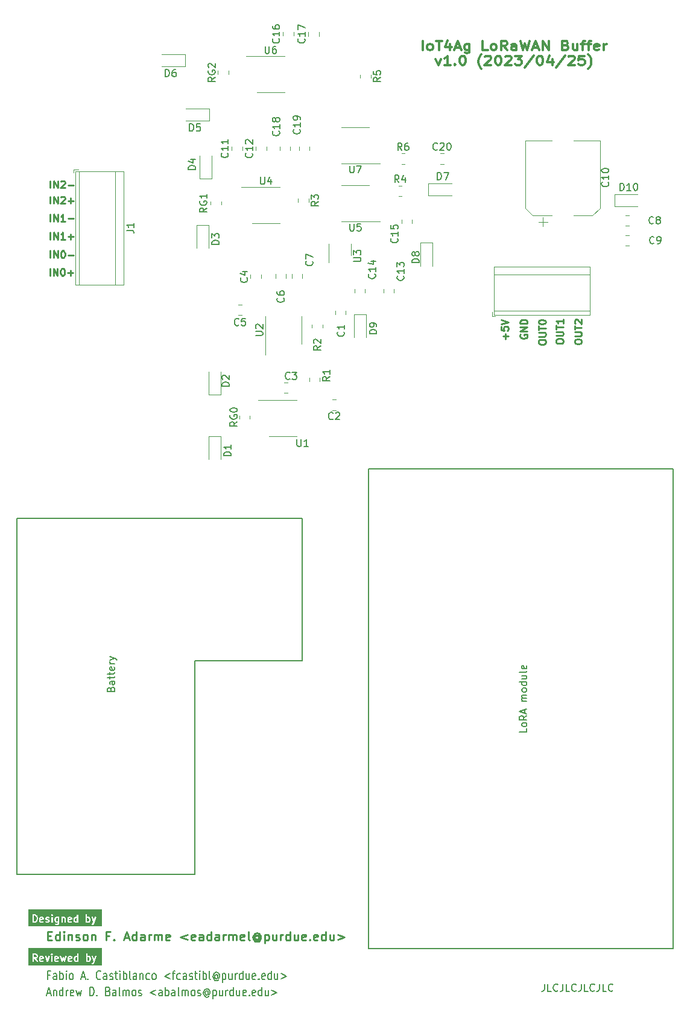
<source format=gbr>
%TF.GenerationSoftware,KiCad,Pcbnew,7.0.1*%
%TF.CreationDate,2023-04-25T16:28:10-04:00*%
%TF.ProjectId,UPenn_OpAmp,5550656e-6e5f-44f7-9041-6d702e6b6963,rev?*%
%TF.SameCoordinates,Original*%
%TF.FileFunction,Legend,Top*%
%TF.FilePolarity,Positive*%
%FSLAX46Y46*%
G04 Gerber Fmt 4.6, Leading zero omitted, Abs format (unit mm)*
G04 Created by KiCad (PCBNEW 7.0.1) date 2023-04-25 16:28:10*
%MOMM*%
%LPD*%
G01*
G04 APERTURE LIST*
%ADD10C,0.150000*%
%ADD11C,0.250000*%
%ADD12C,0.200000*%
%ADD13C,0.300000*%
%ADD14C,0.120000*%
G04 APERTURE END LIST*
D10*
X101448000Y-103200000D02*
X61448000Y-103200000D01*
X61448000Y-103200000D02*
X61448000Y-153200000D01*
X101448000Y-103200000D02*
X101448000Y-123200000D01*
X86448000Y-153200000D02*
X61448000Y-153200000D01*
X86448000Y-123200000D02*
X86448000Y-153200000D01*
X101448000Y-123200000D02*
X86448000Y-123200000D01*
X110782000Y-96283000D02*
X153540000Y-96283000D01*
X153540000Y-163605000D01*
X110782000Y-163605000D01*
X110782000Y-96283000D01*
D11*
X66134095Y-59077619D02*
X66134095Y-58077619D01*
X66610285Y-59077619D02*
X66610285Y-58077619D01*
X66610285Y-58077619D02*
X67181713Y-59077619D01*
X67181713Y-59077619D02*
X67181713Y-58077619D01*
X67610285Y-58172857D02*
X67657904Y-58125238D01*
X67657904Y-58125238D02*
X67753142Y-58077619D01*
X67753142Y-58077619D02*
X67991237Y-58077619D01*
X67991237Y-58077619D02*
X68086475Y-58125238D01*
X68086475Y-58125238D02*
X68134094Y-58172857D01*
X68134094Y-58172857D02*
X68181713Y-58268095D01*
X68181713Y-58268095D02*
X68181713Y-58363333D01*
X68181713Y-58363333D02*
X68134094Y-58506190D01*
X68134094Y-58506190D02*
X67562666Y-59077619D01*
X67562666Y-59077619D02*
X68181713Y-59077619D01*
X68610285Y-58696666D02*
X69372190Y-58696666D01*
X68991237Y-59077619D02*
X68991237Y-58315714D01*
X66128095Y-66677619D02*
X66128095Y-65677619D01*
X66604285Y-66677619D02*
X66604285Y-65677619D01*
X66604285Y-65677619D02*
X67175713Y-66677619D01*
X67175713Y-66677619D02*
X67175713Y-65677619D01*
X67842380Y-65677619D02*
X67937618Y-65677619D01*
X67937618Y-65677619D02*
X68032856Y-65725238D01*
X68032856Y-65725238D02*
X68080475Y-65772857D01*
X68080475Y-65772857D02*
X68128094Y-65868095D01*
X68128094Y-65868095D02*
X68175713Y-66058571D01*
X68175713Y-66058571D02*
X68175713Y-66296666D01*
X68175713Y-66296666D02*
X68128094Y-66487142D01*
X68128094Y-66487142D02*
X68080475Y-66582380D01*
X68080475Y-66582380D02*
X68032856Y-66630000D01*
X68032856Y-66630000D02*
X67937618Y-66677619D01*
X67937618Y-66677619D02*
X67842380Y-66677619D01*
X67842380Y-66677619D02*
X67747142Y-66630000D01*
X67747142Y-66630000D02*
X67699523Y-66582380D01*
X67699523Y-66582380D02*
X67651904Y-66487142D01*
X67651904Y-66487142D02*
X67604285Y-66296666D01*
X67604285Y-66296666D02*
X67604285Y-66058571D01*
X67604285Y-66058571D02*
X67651904Y-65868095D01*
X67651904Y-65868095D02*
X67699523Y-65772857D01*
X67699523Y-65772857D02*
X67747142Y-65725238D01*
X67747142Y-65725238D02*
X67842380Y-65677619D01*
X68604285Y-66296666D02*
X69366190Y-66296666D01*
X130023666Y-78061904D02*
X130023666Y-77300000D01*
X130404619Y-77680952D02*
X129642714Y-77680952D01*
X129404619Y-76347619D02*
X129404619Y-76823809D01*
X129404619Y-76823809D02*
X129880809Y-76871428D01*
X129880809Y-76871428D02*
X129833190Y-76823809D01*
X129833190Y-76823809D02*
X129785571Y-76728571D01*
X129785571Y-76728571D02*
X129785571Y-76490476D01*
X129785571Y-76490476D02*
X129833190Y-76395238D01*
X129833190Y-76395238D02*
X129880809Y-76347619D01*
X129880809Y-76347619D02*
X129976047Y-76300000D01*
X129976047Y-76300000D02*
X130214142Y-76300000D01*
X130214142Y-76300000D02*
X130309380Y-76347619D01*
X130309380Y-76347619D02*
X130357000Y-76395238D01*
X130357000Y-76395238D02*
X130404619Y-76490476D01*
X130404619Y-76490476D02*
X130404619Y-76728571D01*
X130404619Y-76728571D02*
X130357000Y-76823809D01*
X130357000Y-76823809D02*
X130309380Y-76871428D01*
X129404619Y-76014285D02*
X130404619Y-75680952D01*
X130404619Y-75680952D02*
X129404619Y-75347619D01*
D12*
G36*
X71564621Y-164840756D02*
G01*
X71589291Y-164865426D01*
X71619095Y-164925034D01*
X71619095Y-165163536D01*
X71589291Y-165223143D01*
X71564620Y-165247814D01*
X71505013Y-165277619D01*
X71361749Y-165277619D01*
X71342905Y-165268197D01*
X71342905Y-164820374D01*
X71361749Y-164810952D01*
X71505013Y-164810952D01*
X71564621Y-164840756D01*
G37*
G36*
X69904809Y-164820374D02*
G01*
X69904809Y-165268197D01*
X69885965Y-165277619D01*
X69742701Y-165277619D01*
X69683094Y-165247815D01*
X69658423Y-165223143D01*
X69628619Y-165163536D01*
X69628619Y-164925034D01*
X69658423Y-164865425D01*
X69683093Y-164840756D01*
X69742701Y-164810952D01*
X69885965Y-164810952D01*
X69904809Y-164820374D01*
G37*
G36*
X69025511Y-164833106D02*
G01*
X69042962Y-164868007D01*
X68771476Y-164922305D01*
X68771476Y-164877415D01*
X68793630Y-164833106D01*
X68837939Y-164810952D01*
X68981203Y-164810952D01*
X69025511Y-164833106D01*
G37*
G36*
X67120749Y-164833106D02*
G01*
X67138200Y-164868007D01*
X66866714Y-164922305D01*
X66866714Y-164877415D01*
X66888868Y-164833106D01*
X66933177Y-164810952D01*
X67076441Y-164810952D01*
X67120749Y-164833106D01*
G37*
G36*
X65025511Y-164833106D02*
G01*
X65042962Y-164868007D01*
X64771476Y-164922305D01*
X64771476Y-164877415D01*
X64793630Y-164833106D01*
X64837939Y-164810952D01*
X64981203Y-164810952D01*
X65025511Y-164833106D01*
G37*
G36*
X64136049Y-164507423D02*
G01*
X64160719Y-164532093D01*
X64190523Y-164591701D01*
X64190523Y-164687346D01*
X64160719Y-164746954D01*
X64136049Y-164771623D01*
X64076441Y-164801428D01*
X63962365Y-164801428D01*
X63938292Y-164798933D01*
X63933355Y-164801428D01*
X63819095Y-164801428D01*
X63819095Y-164477619D01*
X64076441Y-164477619D01*
X64136049Y-164507423D01*
G37*
G36*
X73414334Y-165942857D02*
G01*
X63038143Y-165942857D01*
X63038143Y-165714625D01*
X71948272Y-165714625D01*
X71966792Y-165770353D01*
X72012501Y-165807223D01*
X72070887Y-165813526D01*
X72181172Y-165758383D01*
X72197615Y-165754806D01*
X72217094Y-165735326D01*
X72237275Y-165716555D01*
X72237759Y-165714661D01*
X72260099Y-165692321D01*
X72277229Y-165680116D01*
X72285917Y-165658395D01*
X72297126Y-165637868D01*
X72296671Y-165631510D01*
X72373219Y-165440140D01*
X72374822Y-165438905D01*
X72376886Y-165433123D01*
X72381291Y-165428841D01*
X72386206Y-165407670D01*
X72388712Y-165401408D01*
X72388893Y-165399506D01*
X72627629Y-164731045D01*
X72630140Y-164687377D01*
X72601278Y-164636233D01*
X72549348Y-164608813D01*
X72490836Y-164613820D01*
X72444321Y-164649666D01*
X72290524Y-165080297D01*
X72141767Y-164663777D01*
X72116047Y-164628399D01*
X72061316Y-164607109D01*
X72003764Y-164618789D01*
X71961662Y-164659730D01*
X71948379Y-164716933D01*
X72183621Y-165375614D01*
X72110060Y-165559518D01*
X72088431Y-165581147D01*
X71994847Y-165627940D01*
X71962820Y-165657730D01*
X71948272Y-165714625D01*
X63038143Y-165714625D01*
X63038143Y-164916260D01*
X63615934Y-164916260D01*
X63619095Y-164923182D01*
X63619095Y-165391998D01*
X63631418Y-165433966D01*
X63675800Y-165472423D01*
X63733927Y-165480780D01*
X63787346Y-165456385D01*
X63819095Y-165406982D01*
X63819095Y-165001428D01*
X63905124Y-165001428D01*
X64216846Y-165446745D01*
X64251008Y-165474060D01*
X64309421Y-165480114D01*
X64361833Y-165453626D01*
X64391606Y-165403008D01*
X64389285Y-165344328D01*
X64143316Y-164992944D01*
X64156394Y-164989105D01*
X64162582Y-164981963D01*
X64228790Y-164948859D01*
X64245233Y-164945282D01*
X64264712Y-164925802D01*
X64284893Y-164907031D01*
X64285377Y-164905137D01*
X64304748Y-164885766D01*
X64319215Y-164877174D01*
X64325303Y-164864997D01*
X64567856Y-164864997D01*
X64571476Y-164873725D01*
X64571476Y-165017863D01*
X64570022Y-165020423D01*
X64571476Y-165047025D01*
X64571476Y-165229376D01*
X64568902Y-165253219D01*
X64578040Y-165271496D01*
X64583799Y-165291108D01*
X64590939Y-165297295D01*
X64618259Y-165351935D01*
X64618122Y-165355820D01*
X64631266Y-165377950D01*
X64636082Y-165387582D01*
X64638585Y-165390273D01*
X64648111Y-165406311D01*
X64658193Y-165411352D01*
X64665873Y-165419608D01*
X64683949Y-165424230D01*
X64764794Y-165464653D01*
X64784970Y-165477619D01*
X64805405Y-165477619D01*
X64825521Y-165481239D01*
X64834249Y-165477619D01*
X64999424Y-165477619D01*
X65023267Y-165480193D01*
X65041543Y-165471054D01*
X65061156Y-165465296D01*
X65067344Y-165458154D01*
X65157629Y-165413012D01*
X65189655Y-165383222D01*
X65204204Y-165326327D01*
X65185684Y-165270599D01*
X65139974Y-165233729D01*
X65081588Y-165227426D01*
X64981203Y-165277619D01*
X64837939Y-165277619D01*
X64793630Y-165255464D01*
X64771476Y-165211155D01*
X64771476Y-165126266D01*
X65150434Y-165050473D01*
X65162498Y-165052208D01*
X65178655Y-165044829D01*
X65181377Y-165044285D01*
X65191687Y-165038877D01*
X65215917Y-165027813D01*
X65217508Y-165025337D01*
X65220113Y-165023971D01*
X65233263Y-165000821D01*
X65247666Y-164978410D01*
X65247666Y-164975467D01*
X65249119Y-164972909D01*
X65247666Y-164946326D01*
X65247666Y-164859193D01*
X65250240Y-164835350D01*
X65241101Y-164817072D01*
X65235343Y-164797462D01*
X65228201Y-164791274D01*
X65200882Y-164736636D01*
X65201020Y-164732751D01*
X65191625Y-164716933D01*
X65376950Y-164716933D01*
X65618094Y-165392139D01*
X65617574Y-165401194D01*
X65627800Y-165419315D01*
X65629757Y-165424794D01*
X65634829Y-165431771D01*
X65646436Y-165452338D01*
X65651866Y-165455205D01*
X65655477Y-165460172D01*
X65677481Y-165468731D01*
X65698366Y-165479759D01*
X65704486Y-165479235D01*
X65710208Y-165481461D01*
X65733341Y-165476766D01*
X65756878Y-165474752D01*
X65761744Y-165471001D01*
X65767760Y-165469781D01*
X65784688Y-165453319D01*
X65803393Y-165438905D01*
X65805457Y-165433123D01*
X65809862Y-165428841D01*
X65815205Y-165405831D01*
X65820145Y-165391998D01*
X66238143Y-165391998D01*
X66250466Y-165433966D01*
X66294848Y-165472423D01*
X66352975Y-165480780D01*
X66406394Y-165456385D01*
X66438143Y-165406982D01*
X66438143Y-164864997D01*
X66663094Y-164864997D01*
X66666714Y-164873725D01*
X66666714Y-165017863D01*
X66665260Y-165020423D01*
X66666714Y-165047025D01*
X66666714Y-165229376D01*
X66664140Y-165253219D01*
X66673278Y-165271496D01*
X66679037Y-165291108D01*
X66686177Y-165297295D01*
X66713497Y-165351935D01*
X66713360Y-165355820D01*
X66726504Y-165377950D01*
X66731320Y-165387582D01*
X66733823Y-165390273D01*
X66743349Y-165406311D01*
X66753431Y-165411352D01*
X66761111Y-165419608D01*
X66779187Y-165424230D01*
X66860032Y-165464653D01*
X66880208Y-165477619D01*
X66900643Y-165477619D01*
X66920759Y-165481239D01*
X66929487Y-165477619D01*
X67094662Y-165477619D01*
X67118505Y-165480193D01*
X67136781Y-165471054D01*
X67156394Y-165465296D01*
X67162582Y-165458154D01*
X67252867Y-165413012D01*
X67284893Y-165383222D01*
X67299442Y-165326327D01*
X67280922Y-165270599D01*
X67235212Y-165233729D01*
X67176826Y-165227426D01*
X67076441Y-165277619D01*
X66933177Y-165277619D01*
X66888868Y-165255464D01*
X66866714Y-165211155D01*
X66866714Y-165126266D01*
X67245672Y-165050473D01*
X67257736Y-165052208D01*
X67273893Y-165044829D01*
X67276615Y-165044285D01*
X67286925Y-165038877D01*
X67311155Y-165027813D01*
X67312746Y-165025337D01*
X67315351Y-165023971D01*
X67328501Y-165000821D01*
X67342904Y-164978410D01*
X67342904Y-164975467D01*
X67344357Y-164972909D01*
X67342904Y-164946326D01*
X67342904Y-164859193D01*
X67345478Y-164835350D01*
X67336339Y-164817072D01*
X67330581Y-164797462D01*
X67323439Y-164791274D01*
X67296120Y-164736636D01*
X67296258Y-164732751D01*
X67283108Y-164710611D01*
X67282898Y-164710191D01*
X67472019Y-164710191D01*
X67665374Y-165386936D01*
X67664381Y-165397374D01*
X67673291Y-165414645D01*
X67674512Y-165418917D01*
X67679850Y-165427359D01*
X67691306Y-165449563D01*
X67695377Y-165451912D01*
X67697890Y-165455885D01*
X67720536Y-165466427D01*
X67742172Y-165478910D01*
X67746867Y-165478685D01*
X67751129Y-165480669D01*
X67775878Y-165477294D01*
X67800831Y-165476099D01*
X67804659Y-165473370D01*
X67809316Y-165472736D01*
X67828310Y-165456518D01*
X67848657Y-165442021D01*
X67850402Y-165437656D01*
X67853978Y-165434604D01*
X67861190Y-165410688D01*
X67957190Y-165170687D01*
X68047806Y-165397228D01*
X68047883Y-165407711D01*
X68058506Y-165423979D01*
X68060158Y-165428108D01*
X68066334Y-165435966D01*
X68079992Y-165456881D01*
X68084282Y-165458802D01*
X68087187Y-165462498D01*
X68110788Y-165470674D01*
X68133587Y-165480885D01*
X68138234Y-165480182D01*
X68142677Y-165481721D01*
X68166954Y-165475838D01*
X68191652Y-165472104D01*
X68195182Y-165468999D01*
X68199750Y-165467893D01*
X68216991Y-165449821D01*
X68235752Y-165433324D01*
X68237043Y-165428803D01*
X68240288Y-165425403D01*
X68245022Y-165400876D01*
X68398131Y-164864997D01*
X68567856Y-164864997D01*
X68571476Y-164873725D01*
X68571476Y-165017863D01*
X68570022Y-165020423D01*
X68571476Y-165047025D01*
X68571476Y-165229376D01*
X68568902Y-165253219D01*
X68578040Y-165271496D01*
X68583799Y-165291108D01*
X68590939Y-165297295D01*
X68618259Y-165351935D01*
X68618122Y-165355820D01*
X68631266Y-165377950D01*
X68636082Y-165387582D01*
X68638585Y-165390273D01*
X68648111Y-165406311D01*
X68658193Y-165411352D01*
X68665873Y-165419608D01*
X68683949Y-165424230D01*
X68764794Y-165464653D01*
X68784970Y-165477619D01*
X68805405Y-165477619D01*
X68825521Y-165481239D01*
X68834249Y-165477619D01*
X68999424Y-165477619D01*
X69023267Y-165480193D01*
X69041543Y-165471054D01*
X69061156Y-165465296D01*
X69067344Y-165458154D01*
X69157629Y-165413012D01*
X69189655Y-165383222D01*
X69204204Y-165326327D01*
X69185684Y-165270599D01*
X69139974Y-165233729D01*
X69081588Y-165227426D01*
X68981203Y-165277619D01*
X68837939Y-165277619D01*
X68793630Y-165255464D01*
X68771476Y-165211155D01*
X68771476Y-165126266D01*
X69150434Y-165050473D01*
X69162498Y-165052208D01*
X69178655Y-165044829D01*
X69181377Y-165044285D01*
X69191687Y-165038877D01*
X69215917Y-165027813D01*
X69217508Y-165025337D01*
X69220113Y-165023971D01*
X69233263Y-165000821D01*
X69247666Y-164978410D01*
X69247666Y-164975467D01*
X69249119Y-164972909D01*
X69247666Y-164946326D01*
X69247666Y-164912616D01*
X69424999Y-164912616D01*
X69428619Y-164921344D01*
X69428619Y-165181757D01*
X69426045Y-165205600D01*
X69435183Y-165223876D01*
X69440942Y-165243489D01*
X69448083Y-165249677D01*
X69481187Y-165315884D01*
X69484764Y-165332327D01*
X69504247Y-165351810D01*
X69523016Y-165371988D01*
X69524908Y-165372471D01*
X69544280Y-165391844D01*
X69552873Y-165406311D01*
X69577511Y-165418630D01*
X69601702Y-165431840D01*
X69603651Y-165431700D01*
X69669556Y-165464653D01*
X69689732Y-165477619D01*
X69710167Y-165477619D01*
X69730283Y-165481239D01*
X69739011Y-165477619D01*
X69904186Y-165477619D01*
X69928029Y-165480193D01*
X69946305Y-165471054D01*
X69956485Y-165468065D01*
X69961514Y-165472423D01*
X70019641Y-165480780D01*
X70073060Y-165456385D01*
X70104809Y-165406982D01*
X70104809Y-165342583D01*
X70108966Y-165326327D01*
X70104809Y-165313818D01*
X70104809Y-164762244D01*
X71138748Y-164762244D01*
X71142905Y-164774753D01*
X71142905Y-165328233D01*
X71141932Y-165355820D01*
X71142905Y-165357458D01*
X71142905Y-165391998D01*
X71155228Y-165433966D01*
X71199610Y-165472423D01*
X71257737Y-165480780D01*
X71290451Y-165465840D01*
X71308780Y-165477619D01*
X71329215Y-165477619D01*
X71349331Y-165481239D01*
X71358059Y-165477619D01*
X71523234Y-165477619D01*
X71547077Y-165480193D01*
X71565353Y-165471054D01*
X71584966Y-165465296D01*
X71591154Y-165458154D01*
X71657362Y-165425050D01*
X71673806Y-165421473D01*
X71693291Y-165401987D01*
X71713465Y-165383222D01*
X71713949Y-165381328D01*
X71733322Y-165361955D01*
X71747787Y-165353364D01*
X71760104Y-165328729D01*
X71773316Y-165304533D01*
X71773176Y-165302585D01*
X71806129Y-165236680D01*
X71819095Y-165216505D01*
X71819095Y-165196070D01*
X71822715Y-165175954D01*
X71819095Y-165167226D01*
X71819095Y-164906812D01*
X71821669Y-164882969D01*
X71812530Y-164864691D01*
X71806772Y-164845081D01*
X71799630Y-164838893D01*
X71766525Y-164772682D01*
X71762949Y-164756242D01*
X71743474Y-164736767D01*
X71724698Y-164716581D01*
X71722803Y-164716096D01*
X71703433Y-164696726D01*
X71694841Y-164682260D01*
X71670206Y-164669942D01*
X71646011Y-164656731D01*
X71644061Y-164656870D01*
X71578160Y-164623919D01*
X71557982Y-164610952D01*
X71537546Y-164610952D01*
X71517431Y-164607332D01*
X71508703Y-164610952D01*
X71343527Y-164610952D01*
X71342905Y-164610885D01*
X71342905Y-164363240D01*
X71330582Y-164321272D01*
X71286200Y-164282815D01*
X71228073Y-164274458D01*
X71174654Y-164298853D01*
X71142905Y-164348256D01*
X71142905Y-164745987D01*
X71138748Y-164762244D01*
X70104809Y-164762244D01*
X70104809Y-164760338D01*
X70105782Y-164732751D01*
X70104809Y-164731113D01*
X70104809Y-164363240D01*
X70092486Y-164321272D01*
X70048104Y-164282815D01*
X69989977Y-164274458D01*
X69936558Y-164298853D01*
X69904809Y-164348256D01*
X69904809Y-164608488D01*
X69898383Y-164607332D01*
X69889655Y-164610952D01*
X69724479Y-164610952D01*
X69700636Y-164608378D01*
X69682358Y-164617516D01*
X69662748Y-164623275D01*
X69656560Y-164630416D01*
X69590349Y-164663521D01*
X69573909Y-164667098D01*
X69554434Y-164686572D01*
X69534248Y-164705349D01*
X69533763Y-164707243D01*
X69514393Y-164726613D01*
X69499927Y-164735206D01*
X69487609Y-164759840D01*
X69474398Y-164784036D01*
X69474537Y-164785985D01*
X69441586Y-164851886D01*
X69428619Y-164872065D01*
X69428619Y-164892501D01*
X69424999Y-164912616D01*
X69247666Y-164912616D01*
X69247666Y-164859193D01*
X69250240Y-164835350D01*
X69241101Y-164817072D01*
X69235343Y-164797462D01*
X69228201Y-164791274D01*
X69200882Y-164736636D01*
X69201020Y-164732751D01*
X69187870Y-164710611D01*
X69183059Y-164700989D01*
X69180558Y-164698300D01*
X69171031Y-164682260D01*
X69160949Y-164677219D01*
X69153269Y-164668962D01*
X69135188Y-164664338D01*
X69054350Y-164623919D01*
X69034172Y-164610952D01*
X69013736Y-164610952D01*
X68993621Y-164607332D01*
X68984893Y-164610952D01*
X68819717Y-164610952D01*
X68795874Y-164608378D01*
X68777596Y-164617516D01*
X68757986Y-164623275D01*
X68751798Y-164630416D01*
X68697160Y-164657735D01*
X68693275Y-164657598D01*
X68671135Y-164670747D01*
X68661513Y-164675559D01*
X68658824Y-164678059D01*
X68642784Y-164687587D01*
X68637743Y-164697668D01*
X68629486Y-164705349D01*
X68624862Y-164723429D01*
X68584443Y-164804267D01*
X68571476Y-164824446D01*
X68571476Y-164844882D01*
X68567856Y-164864997D01*
X68398131Y-164864997D01*
X68438245Y-164724598D01*
X68437925Y-164680860D01*
X68405816Y-164631690D01*
X68352221Y-164607686D01*
X68294156Y-164616467D01*
X68250056Y-164655247D01*
X68131874Y-165068882D01*
X68059036Y-164886786D01*
X68059523Y-164881674D01*
X68048254Y-164859831D01*
X68044697Y-164850938D01*
X68041696Y-164847120D01*
X68032598Y-164829484D01*
X68023883Y-164824456D01*
X68017669Y-164816549D01*
X67998920Y-164810053D01*
X67981732Y-164800137D01*
X67971685Y-164800618D01*
X67962179Y-164797325D01*
X67942892Y-164801998D01*
X67923073Y-164802948D01*
X67914880Y-164808785D01*
X67905106Y-164811154D01*
X67891409Y-164825509D01*
X67875247Y-164837026D01*
X67871511Y-164846365D01*
X67864568Y-164853643D01*
X67860806Y-164873126D01*
X67782505Y-165068881D01*
X67668440Y-164669654D01*
X67645062Y-164632686D01*
X67591823Y-164607902D01*
X67533636Y-164615835D01*
X67488974Y-164653967D01*
X67472019Y-164710191D01*
X67282898Y-164710191D01*
X67278297Y-164700989D01*
X67275796Y-164698300D01*
X67266269Y-164682260D01*
X67256187Y-164677219D01*
X67248507Y-164668962D01*
X67230426Y-164664338D01*
X67149588Y-164623919D01*
X67129410Y-164610952D01*
X67108974Y-164610952D01*
X67088859Y-164607332D01*
X67080131Y-164610952D01*
X66914955Y-164610952D01*
X66891112Y-164608378D01*
X66872834Y-164617516D01*
X66853224Y-164623275D01*
X66847036Y-164630416D01*
X66792398Y-164657735D01*
X66788513Y-164657598D01*
X66766373Y-164670747D01*
X66756751Y-164675559D01*
X66754062Y-164678059D01*
X66738022Y-164687587D01*
X66732981Y-164697668D01*
X66724724Y-164705349D01*
X66720100Y-164723429D01*
X66679681Y-164804267D01*
X66666714Y-164824446D01*
X66666714Y-164844882D01*
X66663094Y-164864997D01*
X66438143Y-164864997D01*
X66438143Y-164696573D01*
X66425820Y-164654605D01*
X66381438Y-164616148D01*
X66323311Y-164607791D01*
X66269892Y-164632186D01*
X66238143Y-164681589D01*
X66238143Y-165391998D01*
X65820145Y-165391998D01*
X66056200Y-164731045D01*
X66058711Y-164687377D01*
X66029849Y-164636233D01*
X65977919Y-164608813D01*
X65919407Y-164613820D01*
X65872892Y-164649666D01*
X65719095Y-165080297D01*
X65570338Y-164663777D01*
X65544618Y-164628399D01*
X65489887Y-164607109D01*
X65432335Y-164618789D01*
X65390233Y-164659730D01*
X65376950Y-164716933D01*
X65191625Y-164716933D01*
X65187870Y-164710611D01*
X65183059Y-164700989D01*
X65180558Y-164698300D01*
X65171031Y-164682260D01*
X65160949Y-164677219D01*
X65153269Y-164668962D01*
X65135188Y-164664338D01*
X65054350Y-164623919D01*
X65034172Y-164610952D01*
X65013736Y-164610952D01*
X64993621Y-164607332D01*
X64984893Y-164610952D01*
X64819717Y-164610952D01*
X64795874Y-164608378D01*
X64777596Y-164617516D01*
X64757986Y-164623275D01*
X64751798Y-164630416D01*
X64697160Y-164657735D01*
X64693275Y-164657598D01*
X64671135Y-164670747D01*
X64661513Y-164675559D01*
X64658824Y-164678059D01*
X64642784Y-164687587D01*
X64637743Y-164697668D01*
X64629486Y-164705349D01*
X64624862Y-164723429D01*
X64584443Y-164804267D01*
X64571476Y-164824446D01*
X64571476Y-164844882D01*
X64567856Y-164864997D01*
X64325303Y-164864997D01*
X64331533Y-164852537D01*
X64344744Y-164828344D01*
X64344604Y-164826395D01*
X64377557Y-164760490D01*
X64390523Y-164740315D01*
X64390523Y-164719880D01*
X64394143Y-164699764D01*
X64390523Y-164691036D01*
X64390523Y-164573479D01*
X64393097Y-164549636D01*
X64383958Y-164531358D01*
X64378200Y-164511748D01*
X64371058Y-164505560D01*
X64337953Y-164439349D01*
X64334377Y-164422909D01*
X64329271Y-164417803D01*
X66186567Y-164417803D01*
X66191288Y-164439506D01*
X66192873Y-164461660D01*
X66197433Y-164467752D01*
X66199051Y-164475186D01*
X66214752Y-164490887D01*
X66228066Y-164508672D01*
X66235196Y-164511331D01*
X66249383Y-164525518D01*
X66250466Y-164529204D01*
X66264531Y-164541391D01*
X66275685Y-164556291D01*
X66286292Y-164560247D01*
X66294848Y-164567661D01*
X66306054Y-164569272D01*
X66315989Y-164574697D01*
X66323577Y-164574154D01*
X66330708Y-164576814D01*
X66341770Y-164574407D01*
X66352975Y-164576018D01*
X66363274Y-164571314D01*
X66374565Y-164570507D01*
X66380655Y-164565947D01*
X66388091Y-164564330D01*
X66396094Y-164556326D01*
X66406394Y-164551623D01*
X66412515Y-164542097D01*
X66421576Y-164535315D01*
X66424235Y-164528185D01*
X66451415Y-164501005D01*
X66469195Y-164487696D01*
X66476955Y-164466889D01*
X66487602Y-164447392D01*
X66487059Y-164439801D01*
X66489718Y-164432673D01*
X66484996Y-164410969D01*
X66483412Y-164388816D01*
X66478852Y-164382725D01*
X66477235Y-164375290D01*
X66461529Y-164359584D01*
X66448220Y-164341805D01*
X66441090Y-164339145D01*
X66426902Y-164324957D01*
X66425820Y-164321272D01*
X66411752Y-164309082D01*
X66400601Y-164294186D01*
X66389995Y-164290230D01*
X66381438Y-164282815D01*
X66370231Y-164281203D01*
X66360297Y-164275779D01*
X66352706Y-164276321D01*
X66345578Y-164273663D01*
X66334517Y-164276069D01*
X66323311Y-164274458D01*
X66313013Y-164279160D01*
X66301721Y-164279968D01*
X66295628Y-164284528D01*
X66288195Y-164286146D01*
X66280191Y-164294149D01*
X66269892Y-164298853D01*
X66263771Y-164308376D01*
X66254709Y-164315161D01*
X66252049Y-164322291D01*
X66224874Y-164349466D01*
X66207090Y-164362780D01*
X66199327Y-164383592D01*
X66188684Y-164403084D01*
X66189226Y-164410672D01*
X66186567Y-164417803D01*
X64329271Y-164417803D01*
X64314902Y-164403434D01*
X64296126Y-164383248D01*
X64294231Y-164382763D01*
X64274861Y-164363393D01*
X64266269Y-164348927D01*
X64241634Y-164336609D01*
X64217439Y-164323398D01*
X64215489Y-164323537D01*
X64149588Y-164290586D01*
X64129410Y-164277619D01*
X64108974Y-164277619D01*
X64088859Y-164273999D01*
X64080131Y-164277619D01*
X63726249Y-164277619D01*
X63704263Y-164274458D01*
X63684059Y-164283684D01*
X63662748Y-164289942D01*
X63657765Y-164295692D01*
X63650844Y-164298853D01*
X63638835Y-164317538D01*
X63624291Y-164334324D01*
X63623208Y-164341855D01*
X63619095Y-164348256D01*
X63619095Y-164370465D01*
X63615934Y-164392451D01*
X63619095Y-164399373D01*
X63619095Y-164894274D01*
X63615934Y-164916260D01*
X63038143Y-164916260D01*
X63038143Y-163557143D01*
X73414334Y-163557143D01*
X73414334Y-165942857D01*
G37*
D11*
X134662619Y-78571428D02*
X134662619Y-78380952D01*
X134662619Y-78380952D02*
X134710238Y-78285714D01*
X134710238Y-78285714D02*
X134805476Y-78190476D01*
X134805476Y-78190476D02*
X134995952Y-78142857D01*
X134995952Y-78142857D02*
X135329285Y-78142857D01*
X135329285Y-78142857D02*
X135519761Y-78190476D01*
X135519761Y-78190476D02*
X135615000Y-78285714D01*
X135615000Y-78285714D02*
X135662619Y-78380952D01*
X135662619Y-78380952D02*
X135662619Y-78571428D01*
X135662619Y-78571428D02*
X135615000Y-78666666D01*
X135615000Y-78666666D02*
X135519761Y-78761904D01*
X135519761Y-78761904D02*
X135329285Y-78809523D01*
X135329285Y-78809523D02*
X134995952Y-78809523D01*
X134995952Y-78809523D02*
X134805476Y-78761904D01*
X134805476Y-78761904D02*
X134710238Y-78666666D01*
X134710238Y-78666666D02*
X134662619Y-78571428D01*
X134662619Y-77714285D02*
X135472142Y-77714285D01*
X135472142Y-77714285D02*
X135567380Y-77666666D01*
X135567380Y-77666666D02*
X135615000Y-77619047D01*
X135615000Y-77619047D02*
X135662619Y-77523809D01*
X135662619Y-77523809D02*
X135662619Y-77333333D01*
X135662619Y-77333333D02*
X135615000Y-77238095D01*
X135615000Y-77238095D02*
X135567380Y-77190476D01*
X135567380Y-77190476D02*
X135472142Y-77142857D01*
X135472142Y-77142857D02*
X134662619Y-77142857D01*
X134662619Y-76809523D02*
X134662619Y-76238095D01*
X135662619Y-76523809D02*
X134662619Y-76523809D01*
X134662619Y-75714285D02*
X134662619Y-75619047D01*
X134662619Y-75619047D02*
X134710238Y-75523809D01*
X134710238Y-75523809D02*
X134757857Y-75476190D01*
X134757857Y-75476190D02*
X134853095Y-75428571D01*
X134853095Y-75428571D02*
X135043571Y-75380952D01*
X135043571Y-75380952D02*
X135281666Y-75380952D01*
X135281666Y-75380952D02*
X135472142Y-75428571D01*
X135472142Y-75428571D02*
X135567380Y-75476190D01*
X135567380Y-75476190D02*
X135615000Y-75523809D01*
X135615000Y-75523809D02*
X135662619Y-75619047D01*
X135662619Y-75619047D02*
X135662619Y-75714285D01*
X135662619Y-75714285D02*
X135615000Y-75809523D01*
X135615000Y-75809523D02*
X135567380Y-75857142D01*
X135567380Y-75857142D02*
X135472142Y-75904761D01*
X135472142Y-75904761D02*
X135281666Y-75952380D01*
X135281666Y-75952380D02*
X135043571Y-75952380D01*
X135043571Y-75952380D02*
X134853095Y-75904761D01*
X134853095Y-75904761D02*
X134757857Y-75857142D01*
X134757857Y-75857142D02*
X134710238Y-75809523D01*
X134710238Y-75809523D02*
X134662619Y-75714285D01*
D10*
X135508809Y-168577619D02*
X135508809Y-169291904D01*
X135508809Y-169291904D02*
X135461190Y-169434761D01*
X135461190Y-169434761D02*
X135365952Y-169530000D01*
X135365952Y-169530000D02*
X135223095Y-169577619D01*
X135223095Y-169577619D02*
X135127857Y-169577619D01*
X136461190Y-169577619D02*
X135985000Y-169577619D01*
X135985000Y-169577619D02*
X135985000Y-168577619D01*
X137365952Y-169482380D02*
X137318333Y-169530000D01*
X137318333Y-169530000D02*
X137175476Y-169577619D01*
X137175476Y-169577619D02*
X137080238Y-169577619D01*
X137080238Y-169577619D02*
X136937381Y-169530000D01*
X136937381Y-169530000D02*
X136842143Y-169434761D01*
X136842143Y-169434761D02*
X136794524Y-169339523D01*
X136794524Y-169339523D02*
X136746905Y-169149047D01*
X136746905Y-169149047D02*
X136746905Y-169006190D01*
X136746905Y-169006190D02*
X136794524Y-168815714D01*
X136794524Y-168815714D02*
X136842143Y-168720476D01*
X136842143Y-168720476D02*
X136937381Y-168625238D01*
X136937381Y-168625238D02*
X137080238Y-168577619D01*
X137080238Y-168577619D02*
X137175476Y-168577619D01*
X137175476Y-168577619D02*
X137318333Y-168625238D01*
X137318333Y-168625238D02*
X137365952Y-168672857D01*
X138080238Y-168577619D02*
X138080238Y-169291904D01*
X138080238Y-169291904D02*
X138032619Y-169434761D01*
X138032619Y-169434761D02*
X137937381Y-169530000D01*
X137937381Y-169530000D02*
X137794524Y-169577619D01*
X137794524Y-169577619D02*
X137699286Y-169577619D01*
X139032619Y-169577619D02*
X138556429Y-169577619D01*
X138556429Y-169577619D02*
X138556429Y-168577619D01*
X139937381Y-169482380D02*
X139889762Y-169530000D01*
X139889762Y-169530000D02*
X139746905Y-169577619D01*
X139746905Y-169577619D02*
X139651667Y-169577619D01*
X139651667Y-169577619D02*
X139508810Y-169530000D01*
X139508810Y-169530000D02*
X139413572Y-169434761D01*
X139413572Y-169434761D02*
X139365953Y-169339523D01*
X139365953Y-169339523D02*
X139318334Y-169149047D01*
X139318334Y-169149047D02*
X139318334Y-169006190D01*
X139318334Y-169006190D02*
X139365953Y-168815714D01*
X139365953Y-168815714D02*
X139413572Y-168720476D01*
X139413572Y-168720476D02*
X139508810Y-168625238D01*
X139508810Y-168625238D02*
X139651667Y-168577619D01*
X139651667Y-168577619D02*
X139746905Y-168577619D01*
X139746905Y-168577619D02*
X139889762Y-168625238D01*
X139889762Y-168625238D02*
X139937381Y-168672857D01*
X140651667Y-168577619D02*
X140651667Y-169291904D01*
X140651667Y-169291904D02*
X140604048Y-169434761D01*
X140604048Y-169434761D02*
X140508810Y-169530000D01*
X140508810Y-169530000D02*
X140365953Y-169577619D01*
X140365953Y-169577619D02*
X140270715Y-169577619D01*
X141604048Y-169577619D02*
X141127858Y-169577619D01*
X141127858Y-169577619D02*
X141127858Y-168577619D01*
X142508810Y-169482380D02*
X142461191Y-169530000D01*
X142461191Y-169530000D02*
X142318334Y-169577619D01*
X142318334Y-169577619D02*
X142223096Y-169577619D01*
X142223096Y-169577619D02*
X142080239Y-169530000D01*
X142080239Y-169530000D02*
X141985001Y-169434761D01*
X141985001Y-169434761D02*
X141937382Y-169339523D01*
X141937382Y-169339523D02*
X141889763Y-169149047D01*
X141889763Y-169149047D02*
X141889763Y-169006190D01*
X141889763Y-169006190D02*
X141937382Y-168815714D01*
X141937382Y-168815714D02*
X141985001Y-168720476D01*
X141985001Y-168720476D02*
X142080239Y-168625238D01*
X142080239Y-168625238D02*
X142223096Y-168577619D01*
X142223096Y-168577619D02*
X142318334Y-168577619D01*
X142318334Y-168577619D02*
X142461191Y-168625238D01*
X142461191Y-168625238D02*
X142508810Y-168672857D01*
X143223096Y-168577619D02*
X143223096Y-169291904D01*
X143223096Y-169291904D02*
X143175477Y-169434761D01*
X143175477Y-169434761D02*
X143080239Y-169530000D01*
X143080239Y-169530000D02*
X142937382Y-169577619D01*
X142937382Y-169577619D02*
X142842144Y-169577619D01*
X144175477Y-169577619D02*
X143699287Y-169577619D01*
X143699287Y-169577619D02*
X143699287Y-168577619D01*
X145080239Y-169482380D02*
X145032620Y-169530000D01*
X145032620Y-169530000D02*
X144889763Y-169577619D01*
X144889763Y-169577619D02*
X144794525Y-169577619D01*
X144794525Y-169577619D02*
X144651668Y-169530000D01*
X144651668Y-169530000D02*
X144556430Y-169434761D01*
X144556430Y-169434761D02*
X144508811Y-169339523D01*
X144508811Y-169339523D02*
X144461192Y-169149047D01*
X144461192Y-169149047D02*
X144461192Y-169006190D01*
X144461192Y-169006190D02*
X144508811Y-168815714D01*
X144508811Y-168815714D02*
X144556430Y-168720476D01*
X144556430Y-168720476D02*
X144651668Y-168625238D01*
X144651668Y-168625238D02*
X144794525Y-168577619D01*
X144794525Y-168577619D02*
X144889763Y-168577619D01*
X144889763Y-168577619D02*
X145032620Y-168625238D01*
X145032620Y-168625238D02*
X145080239Y-168672857D01*
D11*
X66093095Y-69177619D02*
X66093095Y-68177619D01*
X66569285Y-69177619D02*
X66569285Y-68177619D01*
X66569285Y-68177619D02*
X67140713Y-69177619D01*
X67140713Y-69177619D02*
X67140713Y-68177619D01*
X67807380Y-68177619D02*
X67902618Y-68177619D01*
X67902618Y-68177619D02*
X67997856Y-68225238D01*
X67997856Y-68225238D02*
X68045475Y-68272857D01*
X68045475Y-68272857D02*
X68093094Y-68368095D01*
X68093094Y-68368095D02*
X68140713Y-68558571D01*
X68140713Y-68558571D02*
X68140713Y-68796666D01*
X68140713Y-68796666D02*
X68093094Y-68987142D01*
X68093094Y-68987142D02*
X68045475Y-69082380D01*
X68045475Y-69082380D02*
X67997856Y-69130000D01*
X67997856Y-69130000D02*
X67902618Y-69177619D01*
X67902618Y-69177619D02*
X67807380Y-69177619D01*
X67807380Y-69177619D02*
X67712142Y-69130000D01*
X67712142Y-69130000D02*
X67664523Y-69082380D01*
X67664523Y-69082380D02*
X67616904Y-68987142D01*
X67616904Y-68987142D02*
X67569285Y-68796666D01*
X67569285Y-68796666D02*
X67569285Y-68558571D01*
X67569285Y-68558571D02*
X67616904Y-68368095D01*
X67616904Y-68368095D02*
X67664523Y-68272857D01*
X67664523Y-68272857D02*
X67712142Y-68225238D01*
X67712142Y-68225238D02*
X67807380Y-68177619D01*
X68569285Y-68796666D02*
X69331190Y-68796666D01*
X68950237Y-69177619D02*
X68950237Y-68415714D01*
D10*
X74631809Y-127198571D02*
X74679428Y-127055714D01*
X74679428Y-127055714D02*
X74727047Y-127008095D01*
X74727047Y-127008095D02*
X74822285Y-126960476D01*
X74822285Y-126960476D02*
X74965142Y-126960476D01*
X74965142Y-126960476D02*
X75060380Y-127008095D01*
X75060380Y-127008095D02*
X75108000Y-127055714D01*
X75108000Y-127055714D02*
X75155619Y-127150952D01*
X75155619Y-127150952D02*
X75155619Y-127531904D01*
X75155619Y-127531904D02*
X74155619Y-127531904D01*
X74155619Y-127531904D02*
X74155619Y-127198571D01*
X74155619Y-127198571D02*
X74203238Y-127103333D01*
X74203238Y-127103333D02*
X74250857Y-127055714D01*
X74250857Y-127055714D02*
X74346095Y-127008095D01*
X74346095Y-127008095D02*
X74441333Y-127008095D01*
X74441333Y-127008095D02*
X74536571Y-127055714D01*
X74536571Y-127055714D02*
X74584190Y-127103333D01*
X74584190Y-127103333D02*
X74631809Y-127198571D01*
X74631809Y-127198571D02*
X74631809Y-127531904D01*
X75155619Y-126103333D02*
X74631809Y-126103333D01*
X74631809Y-126103333D02*
X74536571Y-126150952D01*
X74536571Y-126150952D02*
X74488952Y-126246190D01*
X74488952Y-126246190D02*
X74488952Y-126436666D01*
X74488952Y-126436666D02*
X74536571Y-126531904D01*
X75108000Y-126103333D02*
X75155619Y-126198571D01*
X75155619Y-126198571D02*
X75155619Y-126436666D01*
X75155619Y-126436666D02*
X75108000Y-126531904D01*
X75108000Y-126531904D02*
X75012761Y-126579523D01*
X75012761Y-126579523D02*
X74917523Y-126579523D01*
X74917523Y-126579523D02*
X74822285Y-126531904D01*
X74822285Y-126531904D02*
X74774666Y-126436666D01*
X74774666Y-126436666D02*
X74774666Y-126198571D01*
X74774666Y-126198571D02*
X74727047Y-126103333D01*
X74488952Y-125769999D02*
X74488952Y-125389047D01*
X74155619Y-125627142D02*
X75012761Y-125627142D01*
X75012761Y-125627142D02*
X75108000Y-125579523D01*
X75108000Y-125579523D02*
X75155619Y-125484285D01*
X75155619Y-125484285D02*
X75155619Y-125389047D01*
X74488952Y-125198570D02*
X74488952Y-124817618D01*
X74155619Y-125055713D02*
X75012761Y-125055713D01*
X75012761Y-125055713D02*
X75108000Y-125008094D01*
X75108000Y-125008094D02*
X75155619Y-124912856D01*
X75155619Y-124912856D02*
X75155619Y-124817618D01*
X75108000Y-124103332D02*
X75155619Y-124198570D01*
X75155619Y-124198570D02*
X75155619Y-124389046D01*
X75155619Y-124389046D02*
X75108000Y-124484284D01*
X75108000Y-124484284D02*
X75012761Y-124531903D01*
X75012761Y-124531903D02*
X74631809Y-124531903D01*
X74631809Y-124531903D02*
X74536571Y-124484284D01*
X74536571Y-124484284D02*
X74488952Y-124389046D01*
X74488952Y-124389046D02*
X74488952Y-124198570D01*
X74488952Y-124198570D02*
X74536571Y-124103332D01*
X74536571Y-124103332D02*
X74631809Y-124055713D01*
X74631809Y-124055713D02*
X74727047Y-124055713D01*
X74727047Y-124055713D02*
X74822285Y-124531903D01*
X75155619Y-123627141D02*
X74488952Y-123627141D01*
X74679428Y-123627141D02*
X74584190Y-123579522D01*
X74584190Y-123579522D02*
X74536571Y-123531903D01*
X74536571Y-123531903D02*
X74488952Y-123436665D01*
X74488952Y-123436665D02*
X74488952Y-123341427D01*
X74488952Y-123103331D02*
X75155619Y-122865236D01*
X74488952Y-122627141D02*
X75155619Y-122865236D01*
X75155619Y-122865236D02*
X75393714Y-122960474D01*
X75393714Y-122960474D02*
X75441333Y-123008093D01*
X75441333Y-123008093D02*
X75488952Y-123103331D01*
D11*
X66134095Y-56877619D02*
X66134095Y-55877619D01*
X66610285Y-56877619D02*
X66610285Y-55877619D01*
X66610285Y-55877619D02*
X67181713Y-56877619D01*
X67181713Y-56877619D02*
X67181713Y-55877619D01*
X67610285Y-55972857D02*
X67657904Y-55925238D01*
X67657904Y-55925238D02*
X67753142Y-55877619D01*
X67753142Y-55877619D02*
X67991237Y-55877619D01*
X67991237Y-55877619D02*
X68086475Y-55925238D01*
X68086475Y-55925238D02*
X68134094Y-55972857D01*
X68134094Y-55972857D02*
X68181713Y-56068095D01*
X68181713Y-56068095D02*
X68181713Y-56163333D01*
X68181713Y-56163333D02*
X68134094Y-56306190D01*
X68134094Y-56306190D02*
X67562666Y-56877619D01*
X67562666Y-56877619D02*
X68181713Y-56877619D01*
X68610285Y-56496666D02*
X69372190Y-56496666D01*
X132131238Y-77438095D02*
X132083619Y-77533333D01*
X132083619Y-77533333D02*
X132083619Y-77676190D01*
X132083619Y-77676190D02*
X132131238Y-77819047D01*
X132131238Y-77819047D02*
X132226476Y-77914285D01*
X132226476Y-77914285D02*
X132321714Y-77961904D01*
X132321714Y-77961904D02*
X132512190Y-78009523D01*
X132512190Y-78009523D02*
X132655047Y-78009523D01*
X132655047Y-78009523D02*
X132845523Y-77961904D01*
X132845523Y-77961904D02*
X132940761Y-77914285D01*
X132940761Y-77914285D02*
X133036000Y-77819047D01*
X133036000Y-77819047D02*
X133083619Y-77676190D01*
X133083619Y-77676190D02*
X133083619Y-77580952D01*
X133083619Y-77580952D02*
X133036000Y-77438095D01*
X133036000Y-77438095D02*
X132988380Y-77390476D01*
X132988380Y-77390476D02*
X132655047Y-77390476D01*
X132655047Y-77390476D02*
X132655047Y-77580952D01*
X133083619Y-76961904D02*
X132083619Y-76961904D01*
X132083619Y-76961904D02*
X133083619Y-76390476D01*
X133083619Y-76390476D02*
X132083619Y-76390476D01*
X133083619Y-75914285D02*
X132083619Y-75914285D01*
X132083619Y-75914285D02*
X132083619Y-75676190D01*
X132083619Y-75676190D02*
X132131238Y-75533333D01*
X132131238Y-75533333D02*
X132226476Y-75438095D01*
X132226476Y-75438095D02*
X132321714Y-75390476D01*
X132321714Y-75390476D02*
X132512190Y-75342857D01*
X132512190Y-75342857D02*
X132655047Y-75342857D01*
X132655047Y-75342857D02*
X132845523Y-75390476D01*
X132845523Y-75390476D02*
X132940761Y-75438095D01*
X132940761Y-75438095D02*
X133036000Y-75533333D01*
X133036000Y-75533333D02*
X133083619Y-75676190D01*
X133083619Y-75676190D02*
X133083619Y-75914285D01*
X137123619Y-78471428D02*
X137123619Y-78280952D01*
X137123619Y-78280952D02*
X137171238Y-78185714D01*
X137171238Y-78185714D02*
X137266476Y-78090476D01*
X137266476Y-78090476D02*
X137456952Y-78042857D01*
X137456952Y-78042857D02*
X137790285Y-78042857D01*
X137790285Y-78042857D02*
X137980761Y-78090476D01*
X137980761Y-78090476D02*
X138076000Y-78185714D01*
X138076000Y-78185714D02*
X138123619Y-78280952D01*
X138123619Y-78280952D02*
X138123619Y-78471428D01*
X138123619Y-78471428D02*
X138076000Y-78566666D01*
X138076000Y-78566666D02*
X137980761Y-78661904D01*
X137980761Y-78661904D02*
X137790285Y-78709523D01*
X137790285Y-78709523D02*
X137456952Y-78709523D01*
X137456952Y-78709523D02*
X137266476Y-78661904D01*
X137266476Y-78661904D02*
X137171238Y-78566666D01*
X137171238Y-78566666D02*
X137123619Y-78471428D01*
X137123619Y-77614285D02*
X137933142Y-77614285D01*
X137933142Y-77614285D02*
X138028380Y-77566666D01*
X138028380Y-77566666D02*
X138076000Y-77519047D01*
X138076000Y-77519047D02*
X138123619Y-77423809D01*
X138123619Y-77423809D02*
X138123619Y-77233333D01*
X138123619Y-77233333D02*
X138076000Y-77138095D01*
X138076000Y-77138095D02*
X138028380Y-77090476D01*
X138028380Y-77090476D02*
X137933142Y-77042857D01*
X137933142Y-77042857D02*
X137123619Y-77042857D01*
X137123619Y-76709523D02*
X137123619Y-76138095D01*
X138123619Y-76423809D02*
X137123619Y-76423809D01*
X138123619Y-75280952D02*
X138123619Y-75852380D01*
X138123619Y-75566666D02*
X137123619Y-75566666D01*
X137123619Y-75566666D02*
X137266476Y-75661904D01*
X137266476Y-75661904D02*
X137361714Y-75757142D01*
X137361714Y-75757142D02*
X137409333Y-75852380D01*
D10*
X132997619Y-132725714D02*
X132997619Y-133201904D01*
X132997619Y-133201904D02*
X131997619Y-133201904D01*
X132997619Y-132249523D02*
X132950000Y-132344761D01*
X132950000Y-132344761D02*
X132902380Y-132392380D01*
X132902380Y-132392380D02*
X132807142Y-132439999D01*
X132807142Y-132439999D02*
X132521428Y-132439999D01*
X132521428Y-132439999D02*
X132426190Y-132392380D01*
X132426190Y-132392380D02*
X132378571Y-132344761D01*
X132378571Y-132344761D02*
X132330952Y-132249523D01*
X132330952Y-132249523D02*
X132330952Y-132106666D01*
X132330952Y-132106666D02*
X132378571Y-132011428D01*
X132378571Y-132011428D02*
X132426190Y-131963809D01*
X132426190Y-131963809D02*
X132521428Y-131916190D01*
X132521428Y-131916190D02*
X132807142Y-131916190D01*
X132807142Y-131916190D02*
X132902380Y-131963809D01*
X132902380Y-131963809D02*
X132950000Y-132011428D01*
X132950000Y-132011428D02*
X132997619Y-132106666D01*
X132997619Y-132106666D02*
X132997619Y-132249523D01*
X132997619Y-130916190D02*
X132521428Y-131249523D01*
X132997619Y-131487618D02*
X131997619Y-131487618D01*
X131997619Y-131487618D02*
X131997619Y-131106666D01*
X131997619Y-131106666D02*
X132045238Y-131011428D01*
X132045238Y-131011428D02*
X132092857Y-130963809D01*
X132092857Y-130963809D02*
X132188095Y-130916190D01*
X132188095Y-130916190D02*
X132330952Y-130916190D01*
X132330952Y-130916190D02*
X132426190Y-130963809D01*
X132426190Y-130963809D02*
X132473809Y-131011428D01*
X132473809Y-131011428D02*
X132521428Y-131106666D01*
X132521428Y-131106666D02*
X132521428Y-131487618D01*
X132711904Y-130535237D02*
X132711904Y-130059047D01*
X132997619Y-130630475D02*
X131997619Y-130297142D01*
X131997619Y-130297142D02*
X132997619Y-129963809D01*
X132997619Y-128868570D02*
X132330952Y-128868570D01*
X132426190Y-128868570D02*
X132378571Y-128820951D01*
X132378571Y-128820951D02*
X132330952Y-128725713D01*
X132330952Y-128725713D02*
X132330952Y-128582856D01*
X132330952Y-128582856D02*
X132378571Y-128487618D01*
X132378571Y-128487618D02*
X132473809Y-128439999D01*
X132473809Y-128439999D02*
X132997619Y-128439999D01*
X132473809Y-128439999D02*
X132378571Y-128392380D01*
X132378571Y-128392380D02*
X132330952Y-128297142D01*
X132330952Y-128297142D02*
X132330952Y-128154285D01*
X132330952Y-128154285D02*
X132378571Y-128059046D01*
X132378571Y-128059046D02*
X132473809Y-128011427D01*
X132473809Y-128011427D02*
X132997619Y-128011427D01*
X132997619Y-127392380D02*
X132950000Y-127487618D01*
X132950000Y-127487618D02*
X132902380Y-127535237D01*
X132902380Y-127535237D02*
X132807142Y-127582856D01*
X132807142Y-127582856D02*
X132521428Y-127582856D01*
X132521428Y-127582856D02*
X132426190Y-127535237D01*
X132426190Y-127535237D02*
X132378571Y-127487618D01*
X132378571Y-127487618D02*
X132330952Y-127392380D01*
X132330952Y-127392380D02*
X132330952Y-127249523D01*
X132330952Y-127249523D02*
X132378571Y-127154285D01*
X132378571Y-127154285D02*
X132426190Y-127106666D01*
X132426190Y-127106666D02*
X132521428Y-127059047D01*
X132521428Y-127059047D02*
X132807142Y-127059047D01*
X132807142Y-127059047D02*
X132902380Y-127106666D01*
X132902380Y-127106666D02*
X132950000Y-127154285D01*
X132950000Y-127154285D02*
X132997619Y-127249523D01*
X132997619Y-127249523D02*
X132997619Y-127392380D01*
X132997619Y-126201904D02*
X131997619Y-126201904D01*
X132950000Y-126201904D02*
X132997619Y-126297142D01*
X132997619Y-126297142D02*
X132997619Y-126487618D01*
X132997619Y-126487618D02*
X132950000Y-126582856D01*
X132950000Y-126582856D02*
X132902380Y-126630475D01*
X132902380Y-126630475D02*
X132807142Y-126678094D01*
X132807142Y-126678094D02*
X132521428Y-126678094D01*
X132521428Y-126678094D02*
X132426190Y-126630475D01*
X132426190Y-126630475D02*
X132378571Y-126582856D01*
X132378571Y-126582856D02*
X132330952Y-126487618D01*
X132330952Y-126487618D02*
X132330952Y-126297142D01*
X132330952Y-126297142D02*
X132378571Y-126201904D01*
X132330952Y-125297142D02*
X132997619Y-125297142D01*
X132330952Y-125725713D02*
X132854761Y-125725713D01*
X132854761Y-125725713D02*
X132950000Y-125678094D01*
X132950000Y-125678094D02*
X132997619Y-125582856D01*
X132997619Y-125582856D02*
X132997619Y-125439999D01*
X132997619Y-125439999D02*
X132950000Y-125344761D01*
X132950000Y-125344761D02*
X132902380Y-125297142D01*
X132997619Y-124678094D02*
X132950000Y-124773332D01*
X132950000Y-124773332D02*
X132854761Y-124820951D01*
X132854761Y-124820951D02*
X131997619Y-124820951D01*
X132950000Y-123916189D02*
X132997619Y-124011427D01*
X132997619Y-124011427D02*
X132997619Y-124201903D01*
X132997619Y-124201903D02*
X132950000Y-124297141D01*
X132950000Y-124297141D02*
X132854761Y-124344760D01*
X132854761Y-124344760D02*
X132473809Y-124344760D01*
X132473809Y-124344760D02*
X132378571Y-124297141D01*
X132378571Y-124297141D02*
X132330952Y-124201903D01*
X132330952Y-124201903D02*
X132330952Y-124011427D01*
X132330952Y-124011427D02*
X132378571Y-123916189D01*
X132378571Y-123916189D02*
X132473809Y-123868570D01*
X132473809Y-123868570D02*
X132569047Y-123868570D01*
X132569047Y-123868570D02*
X132664285Y-124344760D01*
D11*
X139719619Y-78521428D02*
X139719619Y-78330952D01*
X139719619Y-78330952D02*
X139767238Y-78235714D01*
X139767238Y-78235714D02*
X139862476Y-78140476D01*
X139862476Y-78140476D02*
X140052952Y-78092857D01*
X140052952Y-78092857D02*
X140386285Y-78092857D01*
X140386285Y-78092857D02*
X140576761Y-78140476D01*
X140576761Y-78140476D02*
X140672000Y-78235714D01*
X140672000Y-78235714D02*
X140719619Y-78330952D01*
X140719619Y-78330952D02*
X140719619Y-78521428D01*
X140719619Y-78521428D02*
X140672000Y-78616666D01*
X140672000Y-78616666D02*
X140576761Y-78711904D01*
X140576761Y-78711904D02*
X140386285Y-78759523D01*
X140386285Y-78759523D02*
X140052952Y-78759523D01*
X140052952Y-78759523D02*
X139862476Y-78711904D01*
X139862476Y-78711904D02*
X139767238Y-78616666D01*
X139767238Y-78616666D02*
X139719619Y-78521428D01*
X139719619Y-77664285D02*
X140529142Y-77664285D01*
X140529142Y-77664285D02*
X140624380Y-77616666D01*
X140624380Y-77616666D02*
X140672000Y-77569047D01*
X140672000Y-77569047D02*
X140719619Y-77473809D01*
X140719619Y-77473809D02*
X140719619Y-77283333D01*
X140719619Y-77283333D02*
X140672000Y-77188095D01*
X140672000Y-77188095D02*
X140624380Y-77140476D01*
X140624380Y-77140476D02*
X140529142Y-77092857D01*
X140529142Y-77092857D02*
X139719619Y-77092857D01*
X139719619Y-76759523D02*
X139719619Y-76188095D01*
X140719619Y-76473809D02*
X139719619Y-76473809D01*
X139814857Y-75902380D02*
X139767238Y-75854761D01*
X139767238Y-75854761D02*
X139719619Y-75759523D01*
X139719619Y-75759523D02*
X139719619Y-75521428D01*
X139719619Y-75521428D02*
X139767238Y-75426190D01*
X139767238Y-75426190D02*
X139814857Y-75378571D01*
X139814857Y-75378571D02*
X139910095Y-75330952D01*
X139910095Y-75330952D02*
X140005333Y-75330952D01*
X140005333Y-75330952D02*
X140148190Y-75378571D01*
X140148190Y-75378571D02*
X140719619Y-75949999D01*
X140719619Y-75949999D02*
X140719619Y-75330952D01*
X66128095Y-64077619D02*
X66128095Y-63077619D01*
X66604285Y-64077619D02*
X66604285Y-63077619D01*
X66604285Y-63077619D02*
X67175713Y-64077619D01*
X67175713Y-64077619D02*
X67175713Y-63077619D01*
X68175713Y-64077619D02*
X67604285Y-64077619D01*
X67889999Y-64077619D02*
X67889999Y-63077619D01*
X67889999Y-63077619D02*
X67794761Y-63220476D01*
X67794761Y-63220476D02*
X67699523Y-63315714D01*
X67699523Y-63315714D02*
X67604285Y-63363333D01*
X68604285Y-63696666D02*
X69366190Y-63696666D01*
X68985237Y-64077619D02*
X68985237Y-63315714D01*
X66134095Y-61577619D02*
X66134095Y-60577619D01*
X66610285Y-61577619D02*
X66610285Y-60577619D01*
X66610285Y-60577619D02*
X67181713Y-61577619D01*
X67181713Y-61577619D02*
X67181713Y-60577619D01*
X68181713Y-61577619D02*
X67610285Y-61577619D01*
X67895999Y-61577619D02*
X67895999Y-60577619D01*
X67895999Y-60577619D02*
X67800761Y-60720476D01*
X67800761Y-60720476D02*
X67705523Y-60815714D01*
X67705523Y-60815714D02*
X67610285Y-60863333D01*
X68610285Y-61196666D02*
X69372190Y-61196666D01*
D12*
X66052428Y-167292261D02*
X65719095Y-167292261D01*
X65719095Y-167947023D02*
X65719095Y-166697023D01*
X65719095Y-166697023D02*
X66195285Y-166697023D01*
X67004809Y-167947023D02*
X67004809Y-167292261D01*
X67004809Y-167292261D02*
X66957190Y-167173214D01*
X66957190Y-167173214D02*
X66861952Y-167113690D01*
X66861952Y-167113690D02*
X66671476Y-167113690D01*
X66671476Y-167113690D02*
X66576238Y-167173214D01*
X67004809Y-167887500D02*
X66909571Y-167947023D01*
X66909571Y-167947023D02*
X66671476Y-167947023D01*
X66671476Y-167947023D02*
X66576238Y-167887500D01*
X66576238Y-167887500D02*
X66528619Y-167768452D01*
X66528619Y-167768452D02*
X66528619Y-167649404D01*
X66528619Y-167649404D02*
X66576238Y-167530357D01*
X66576238Y-167530357D02*
X66671476Y-167470833D01*
X66671476Y-167470833D02*
X66909571Y-167470833D01*
X66909571Y-167470833D02*
X67004809Y-167411309D01*
X67481000Y-167947023D02*
X67481000Y-166697023D01*
X67481000Y-167173214D02*
X67576238Y-167113690D01*
X67576238Y-167113690D02*
X67766714Y-167113690D01*
X67766714Y-167113690D02*
X67861952Y-167173214D01*
X67861952Y-167173214D02*
X67909571Y-167232738D01*
X67909571Y-167232738D02*
X67957190Y-167351785D01*
X67957190Y-167351785D02*
X67957190Y-167708928D01*
X67957190Y-167708928D02*
X67909571Y-167827976D01*
X67909571Y-167827976D02*
X67861952Y-167887500D01*
X67861952Y-167887500D02*
X67766714Y-167947023D01*
X67766714Y-167947023D02*
X67576238Y-167947023D01*
X67576238Y-167947023D02*
X67481000Y-167887500D01*
X68385762Y-167947023D02*
X68385762Y-167113690D01*
X68385762Y-166697023D02*
X68338143Y-166756547D01*
X68338143Y-166756547D02*
X68385762Y-166816071D01*
X68385762Y-166816071D02*
X68433381Y-166756547D01*
X68433381Y-166756547D02*
X68385762Y-166697023D01*
X68385762Y-166697023D02*
X68385762Y-166816071D01*
X69004809Y-167947023D02*
X68909571Y-167887500D01*
X68909571Y-167887500D02*
X68861952Y-167827976D01*
X68861952Y-167827976D02*
X68814333Y-167708928D01*
X68814333Y-167708928D02*
X68814333Y-167351785D01*
X68814333Y-167351785D02*
X68861952Y-167232738D01*
X68861952Y-167232738D02*
X68909571Y-167173214D01*
X68909571Y-167173214D02*
X69004809Y-167113690D01*
X69004809Y-167113690D02*
X69147666Y-167113690D01*
X69147666Y-167113690D02*
X69242904Y-167173214D01*
X69242904Y-167173214D02*
X69290523Y-167232738D01*
X69290523Y-167232738D02*
X69338142Y-167351785D01*
X69338142Y-167351785D02*
X69338142Y-167708928D01*
X69338142Y-167708928D02*
X69290523Y-167827976D01*
X69290523Y-167827976D02*
X69242904Y-167887500D01*
X69242904Y-167887500D02*
X69147666Y-167947023D01*
X69147666Y-167947023D02*
X69004809Y-167947023D01*
X70481000Y-167589880D02*
X70957190Y-167589880D01*
X70385762Y-167947023D02*
X70719095Y-166697023D01*
X70719095Y-166697023D02*
X71052428Y-167947023D01*
X71385762Y-167827976D02*
X71433381Y-167887500D01*
X71433381Y-167887500D02*
X71385762Y-167947023D01*
X71385762Y-167947023D02*
X71338143Y-167887500D01*
X71338143Y-167887500D02*
X71385762Y-167827976D01*
X71385762Y-167827976D02*
X71385762Y-167947023D01*
X73195285Y-167827976D02*
X73147666Y-167887500D01*
X73147666Y-167887500D02*
X73004809Y-167947023D01*
X73004809Y-167947023D02*
X72909571Y-167947023D01*
X72909571Y-167947023D02*
X72766714Y-167887500D01*
X72766714Y-167887500D02*
X72671476Y-167768452D01*
X72671476Y-167768452D02*
X72623857Y-167649404D01*
X72623857Y-167649404D02*
X72576238Y-167411309D01*
X72576238Y-167411309D02*
X72576238Y-167232738D01*
X72576238Y-167232738D02*
X72623857Y-166994642D01*
X72623857Y-166994642D02*
X72671476Y-166875595D01*
X72671476Y-166875595D02*
X72766714Y-166756547D01*
X72766714Y-166756547D02*
X72909571Y-166697023D01*
X72909571Y-166697023D02*
X73004809Y-166697023D01*
X73004809Y-166697023D02*
X73147666Y-166756547D01*
X73147666Y-166756547D02*
X73195285Y-166816071D01*
X74052428Y-167947023D02*
X74052428Y-167292261D01*
X74052428Y-167292261D02*
X74004809Y-167173214D01*
X74004809Y-167173214D02*
X73909571Y-167113690D01*
X73909571Y-167113690D02*
X73719095Y-167113690D01*
X73719095Y-167113690D02*
X73623857Y-167173214D01*
X74052428Y-167887500D02*
X73957190Y-167947023D01*
X73957190Y-167947023D02*
X73719095Y-167947023D01*
X73719095Y-167947023D02*
X73623857Y-167887500D01*
X73623857Y-167887500D02*
X73576238Y-167768452D01*
X73576238Y-167768452D02*
X73576238Y-167649404D01*
X73576238Y-167649404D02*
X73623857Y-167530357D01*
X73623857Y-167530357D02*
X73719095Y-167470833D01*
X73719095Y-167470833D02*
X73957190Y-167470833D01*
X73957190Y-167470833D02*
X74052428Y-167411309D01*
X74481000Y-167887500D02*
X74576238Y-167947023D01*
X74576238Y-167947023D02*
X74766714Y-167947023D01*
X74766714Y-167947023D02*
X74861952Y-167887500D01*
X74861952Y-167887500D02*
X74909571Y-167768452D01*
X74909571Y-167768452D02*
X74909571Y-167708928D01*
X74909571Y-167708928D02*
X74861952Y-167589880D01*
X74861952Y-167589880D02*
X74766714Y-167530357D01*
X74766714Y-167530357D02*
X74623857Y-167530357D01*
X74623857Y-167530357D02*
X74528619Y-167470833D01*
X74528619Y-167470833D02*
X74481000Y-167351785D01*
X74481000Y-167351785D02*
X74481000Y-167292261D01*
X74481000Y-167292261D02*
X74528619Y-167173214D01*
X74528619Y-167173214D02*
X74623857Y-167113690D01*
X74623857Y-167113690D02*
X74766714Y-167113690D01*
X74766714Y-167113690D02*
X74861952Y-167173214D01*
X75195286Y-167113690D02*
X75576238Y-167113690D01*
X75338143Y-166697023D02*
X75338143Y-167768452D01*
X75338143Y-167768452D02*
X75385762Y-167887500D01*
X75385762Y-167887500D02*
X75481000Y-167947023D01*
X75481000Y-167947023D02*
X75576238Y-167947023D01*
X75909572Y-167947023D02*
X75909572Y-167113690D01*
X75909572Y-166697023D02*
X75861953Y-166756547D01*
X75861953Y-166756547D02*
X75909572Y-166816071D01*
X75909572Y-166816071D02*
X75957191Y-166756547D01*
X75957191Y-166756547D02*
X75909572Y-166697023D01*
X75909572Y-166697023D02*
X75909572Y-166816071D01*
X76385762Y-167947023D02*
X76385762Y-166697023D01*
X76385762Y-167173214D02*
X76481000Y-167113690D01*
X76481000Y-167113690D02*
X76671476Y-167113690D01*
X76671476Y-167113690D02*
X76766714Y-167173214D01*
X76766714Y-167173214D02*
X76814333Y-167232738D01*
X76814333Y-167232738D02*
X76861952Y-167351785D01*
X76861952Y-167351785D02*
X76861952Y-167708928D01*
X76861952Y-167708928D02*
X76814333Y-167827976D01*
X76814333Y-167827976D02*
X76766714Y-167887500D01*
X76766714Y-167887500D02*
X76671476Y-167947023D01*
X76671476Y-167947023D02*
X76481000Y-167947023D01*
X76481000Y-167947023D02*
X76385762Y-167887500D01*
X77433381Y-167947023D02*
X77338143Y-167887500D01*
X77338143Y-167887500D02*
X77290524Y-167768452D01*
X77290524Y-167768452D02*
X77290524Y-166697023D01*
X78242905Y-167947023D02*
X78242905Y-167292261D01*
X78242905Y-167292261D02*
X78195286Y-167173214D01*
X78195286Y-167173214D02*
X78100048Y-167113690D01*
X78100048Y-167113690D02*
X77909572Y-167113690D01*
X77909572Y-167113690D02*
X77814334Y-167173214D01*
X78242905Y-167887500D02*
X78147667Y-167947023D01*
X78147667Y-167947023D02*
X77909572Y-167947023D01*
X77909572Y-167947023D02*
X77814334Y-167887500D01*
X77814334Y-167887500D02*
X77766715Y-167768452D01*
X77766715Y-167768452D02*
X77766715Y-167649404D01*
X77766715Y-167649404D02*
X77814334Y-167530357D01*
X77814334Y-167530357D02*
X77909572Y-167470833D01*
X77909572Y-167470833D02*
X78147667Y-167470833D01*
X78147667Y-167470833D02*
X78242905Y-167411309D01*
X78719096Y-167113690D02*
X78719096Y-167947023D01*
X78719096Y-167232738D02*
X78766715Y-167173214D01*
X78766715Y-167173214D02*
X78861953Y-167113690D01*
X78861953Y-167113690D02*
X79004810Y-167113690D01*
X79004810Y-167113690D02*
X79100048Y-167173214D01*
X79100048Y-167173214D02*
X79147667Y-167292261D01*
X79147667Y-167292261D02*
X79147667Y-167947023D01*
X80052429Y-167887500D02*
X79957191Y-167947023D01*
X79957191Y-167947023D02*
X79766715Y-167947023D01*
X79766715Y-167947023D02*
X79671477Y-167887500D01*
X79671477Y-167887500D02*
X79623858Y-167827976D01*
X79623858Y-167827976D02*
X79576239Y-167708928D01*
X79576239Y-167708928D02*
X79576239Y-167351785D01*
X79576239Y-167351785D02*
X79623858Y-167232738D01*
X79623858Y-167232738D02*
X79671477Y-167173214D01*
X79671477Y-167173214D02*
X79766715Y-167113690D01*
X79766715Y-167113690D02*
X79957191Y-167113690D01*
X79957191Y-167113690D02*
X80052429Y-167173214D01*
X80623858Y-167947023D02*
X80528620Y-167887500D01*
X80528620Y-167887500D02*
X80481001Y-167827976D01*
X80481001Y-167827976D02*
X80433382Y-167708928D01*
X80433382Y-167708928D02*
X80433382Y-167351785D01*
X80433382Y-167351785D02*
X80481001Y-167232738D01*
X80481001Y-167232738D02*
X80528620Y-167173214D01*
X80528620Y-167173214D02*
X80623858Y-167113690D01*
X80623858Y-167113690D02*
X80766715Y-167113690D01*
X80766715Y-167113690D02*
X80861953Y-167173214D01*
X80861953Y-167173214D02*
X80909572Y-167232738D01*
X80909572Y-167232738D02*
X80957191Y-167351785D01*
X80957191Y-167351785D02*
X80957191Y-167708928D01*
X80957191Y-167708928D02*
X80909572Y-167827976D01*
X80909572Y-167827976D02*
X80861953Y-167887500D01*
X80861953Y-167887500D02*
X80766715Y-167947023D01*
X80766715Y-167947023D02*
X80623858Y-167947023D01*
X82909573Y-167113690D02*
X82147668Y-167470833D01*
X82147668Y-167470833D02*
X82909573Y-167827976D01*
X83242906Y-167113690D02*
X83623858Y-167113690D01*
X83385763Y-167947023D02*
X83385763Y-166875595D01*
X83385763Y-166875595D02*
X83433382Y-166756547D01*
X83433382Y-166756547D02*
X83528620Y-166697023D01*
X83528620Y-166697023D02*
X83623858Y-166697023D01*
X84385763Y-167887500D02*
X84290525Y-167947023D01*
X84290525Y-167947023D02*
X84100049Y-167947023D01*
X84100049Y-167947023D02*
X84004811Y-167887500D01*
X84004811Y-167887500D02*
X83957192Y-167827976D01*
X83957192Y-167827976D02*
X83909573Y-167708928D01*
X83909573Y-167708928D02*
X83909573Y-167351785D01*
X83909573Y-167351785D02*
X83957192Y-167232738D01*
X83957192Y-167232738D02*
X84004811Y-167173214D01*
X84004811Y-167173214D02*
X84100049Y-167113690D01*
X84100049Y-167113690D02*
X84290525Y-167113690D01*
X84290525Y-167113690D02*
X84385763Y-167173214D01*
X85242906Y-167947023D02*
X85242906Y-167292261D01*
X85242906Y-167292261D02*
X85195287Y-167173214D01*
X85195287Y-167173214D02*
X85100049Y-167113690D01*
X85100049Y-167113690D02*
X84909573Y-167113690D01*
X84909573Y-167113690D02*
X84814335Y-167173214D01*
X85242906Y-167887500D02*
X85147668Y-167947023D01*
X85147668Y-167947023D02*
X84909573Y-167947023D01*
X84909573Y-167947023D02*
X84814335Y-167887500D01*
X84814335Y-167887500D02*
X84766716Y-167768452D01*
X84766716Y-167768452D02*
X84766716Y-167649404D01*
X84766716Y-167649404D02*
X84814335Y-167530357D01*
X84814335Y-167530357D02*
X84909573Y-167470833D01*
X84909573Y-167470833D02*
X85147668Y-167470833D01*
X85147668Y-167470833D02*
X85242906Y-167411309D01*
X85671478Y-167887500D02*
X85766716Y-167947023D01*
X85766716Y-167947023D02*
X85957192Y-167947023D01*
X85957192Y-167947023D02*
X86052430Y-167887500D01*
X86052430Y-167887500D02*
X86100049Y-167768452D01*
X86100049Y-167768452D02*
X86100049Y-167708928D01*
X86100049Y-167708928D02*
X86052430Y-167589880D01*
X86052430Y-167589880D02*
X85957192Y-167530357D01*
X85957192Y-167530357D02*
X85814335Y-167530357D01*
X85814335Y-167530357D02*
X85719097Y-167470833D01*
X85719097Y-167470833D02*
X85671478Y-167351785D01*
X85671478Y-167351785D02*
X85671478Y-167292261D01*
X85671478Y-167292261D02*
X85719097Y-167173214D01*
X85719097Y-167173214D02*
X85814335Y-167113690D01*
X85814335Y-167113690D02*
X85957192Y-167113690D01*
X85957192Y-167113690D02*
X86052430Y-167173214D01*
X86385764Y-167113690D02*
X86766716Y-167113690D01*
X86528621Y-166697023D02*
X86528621Y-167768452D01*
X86528621Y-167768452D02*
X86576240Y-167887500D01*
X86576240Y-167887500D02*
X86671478Y-167947023D01*
X86671478Y-167947023D02*
X86766716Y-167947023D01*
X87100050Y-167947023D02*
X87100050Y-167113690D01*
X87100050Y-166697023D02*
X87052431Y-166756547D01*
X87052431Y-166756547D02*
X87100050Y-166816071D01*
X87100050Y-166816071D02*
X87147669Y-166756547D01*
X87147669Y-166756547D02*
X87100050Y-166697023D01*
X87100050Y-166697023D02*
X87100050Y-166816071D01*
X87576240Y-167947023D02*
X87576240Y-166697023D01*
X87576240Y-167173214D02*
X87671478Y-167113690D01*
X87671478Y-167113690D02*
X87861954Y-167113690D01*
X87861954Y-167113690D02*
X87957192Y-167173214D01*
X87957192Y-167173214D02*
X88004811Y-167232738D01*
X88004811Y-167232738D02*
X88052430Y-167351785D01*
X88052430Y-167351785D02*
X88052430Y-167708928D01*
X88052430Y-167708928D02*
X88004811Y-167827976D01*
X88004811Y-167827976D02*
X87957192Y-167887500D01*
X87957192Y-167887500D02*
X87861954Y-167947023D01*
X87861954Y-167947023D02*
X87671478Y-167947023D01*
X87671478Y-167947023D02*
X87576240Y-167887500D01*
X88623859Y-167947023D02*
X88528621Y-167887500D01*
X88528621Y-167887500D02*
X88481002Y-167768452D01*
X88481002Y-167768452D02*
X88481002Y-166697023D01*
X89623859Y-167351785D02*
X89576240Y-167292261D01*
X89576240Y-167292261D02*
X89481002Y-167232738D01*
X89481002Y-167232738D02*
X89385764Y-167232738D01*
X89385764Y-167232738D02*
X89290526Y-167292261D01*
X89290526Y-167292261D02*
X89242907Y-167351785D01*
X89242907Y-167351785D02*
X89195288Y-167470833D01*
X89195288Y-167470833D02*
X89195288Y-167589880D01*
X89195288Y-167589880D02*
X89242907Y-167708928D01*
X89242907Y-167708928D02*
X89290526Y-167768452D01*
X89290526Y-167768452D02*
X89385764Y-167827976D01*
X89385764Y-167827976D02*
X89481002Y-167827976D01*
X89481002Y-167827976D02*
X89576240Y-167768452D01*
X89576240Y-167768452D02*
X89623859Y-167708928D01*
X89623859Y-167232738D02*
X89623859Y-167708928D01*
X89623859Y-167708928D02*
X89671478Y-167768452D01*
X89671478Y-167768452D02*
X89719097Y-167768452D01*
X89719097Y-167768452D02*
X89814336Y-167708928D01*
X89814336Y-167708928D02*
X89861955Y-167589880D01*
X89861955Y-167589880D02*
X89861955Y-167292261D01*
X89861955Y-167292261D02*
X89766717Y-167113690D01*
X89766717Y-167113690D02*
X89623859Y-166994642D01*
X89623859Y-166994642D02*
X89433383Y-166935119D01*
X89433383Y-166935119D02*
X89242907Y-166994642D01*
X89242907Y-166994642D02*
X89100050Y-167113690D01*
X89100050Y-167113690D02*
X89004812Y-167292261D01*
X89004812Y-167292261D02*
X88957193Y-167530357D01*
X88957193Y-167530357D02*
X89004812Y-167768452D01*
X89004812Y-167768452D02*
X89100050Y-167947023D01*
X89100050Y-167947023D02*
X89242907Y-168066071D01*
X89242907Y-168066071D02*
X89433383Y-168125595D01*
X89433383Y-168125595D02*
X89623859Y-168066071D01*
X89623859Y-168066071D02*
X89766717Y-167947023D01*
X90290526Y-167113690D02*
X90290526Y-168363690D01*
X90290526Y-167173214D02*
X90385764Y-167113690D01*
X90385764Y-167113690D02*
X90576240Y-167113690D01*
X90576240Y-167113690D02*
X90671478Y-167173214D01*
X90671478Y-167173214D02*
X90719097Y-167232738D01*
X90719097Y-167232738D02*
X90766716Y-167351785D01*
X90766716Y-167351785D02*
X90766716Y-167708928D01*
X90766716Y-167708928D02*
X90719097Y-167827976D01*
X90719097Y-167827976D02*
X90671478Y-167887500D01*
X90671478Y-167887500D02*
X90576240Y-167947023D01*
X90576240Y-167947023D02*
X90385764Y-167947023D01*
X90385764Y-167947023D02*
X90290526Y-167887500D01*
X91623859Y-167113690D02*
X91623859Y-167947023D01*
X91195288Y-167113690D02*
X91195288Y-167768452D01*
X91195288Y-167768452D02*
X91242907Y-167887500D01*
X91242907Y-167887500D02*
X91338145Y-167947023D01*
X91338145Y-167947023D02*
X91481002Y-167947023D01*
X91481002Y-167947023D02*
X91576240Y-167887500D01*
X91576240Y-167887500D02*
X91623859Y-167827976D01*
X92100050Y-167947023D02*
X92100050Y-167113690D01*
X92100050Y-167351785D02*
X92147669Y-167232738D01*
X92147669Y-167232738D02*
X92195288Y-167173214D01*
X92195288Y-167173214D02*
X92290526Y-167113690D01*
X92290526Y-167113690D02*
X92385764Y-167113690D01*
X93147669Y-167947023D02*
X93147669Y-166697023D01*
X93147669Y-167887500D02*
X93052431Y-167947023D01*
X93052431Y-167947023D02*
X92861955Y-167947023D01*
X92861955Y-167947023D02*
X92766717Y-167887500D01*
X92766717Y-167887500D02*
X92719098Y-167827976D01*
X92719098Y-167827976D02*
X92671479Y-167708928D01*
X92671479Y-167708928D02*
X92671479Y-167351785D01*
X92671479Y-167351785D02*
X92719098Y-167232738D01*
X92719098Y-167232738D02*
X92766717Y-167173214D01*
X92766717Y-167173214D02*
X92861955Y-167113690D01*
X92861955Y-167113690D02*
X93052431Y-167113690D01*
X93052431Y-167113690D02*
X93147669Y-167173214D01*
X94052431Y-167113690D02*
X94052431Y-167947023D01*
X93623860Y-167113690D02*
X93623860Y-167768452D01*
X93623860Y-167768452D02*
X93671479Y-167887500D01*
X93671479Y-167887500D02*
X93766717Y-167947023D01*
X93766717Y-167947023D02*
X93909574Y-167947023D01*
X93909574Y-167947023D02*
X94004812Y-167887500D01*
X94004812Y-167887500D02*
X94052431Y-167827976D01*
X94909574Y-167887500D02*
X94814336Y-167947023D01*
X94814336Y-167947023D02*
X94623860Y-167947023D01*
X94623860Y-167947023D02*
X94528622Y-167887500D01*
X94528622Y-167887500D02*
X94481003Y-167768452D01*
X94481003Y-167768452D02*
X94481003Y-167292261D01*
X94481003Y-167292261D02*
X94528622Y-167173214D01*
X94528622Y-167173214D02*
X94623860Y-167113690D01*
X94623860Y-167113690D02*
X94814336Y-167113690D01*
X94814336Y-167113690D02*
X94909574Y-167173214D01*
X94909574Y-167173214D02*
X94957193Y-167292261D01*
X94957193Y-167292261D02*
X94957193Y-167411309D01*
X94957193Y-167411309D02*
X94481003Y-167530357D01*
X95385765Y-167827976D02*
X95433384Y-167887500D01*
X95433384Y-167887500D02*
X95385765Y-167947023D01*
X95385765Y-167947023D02*
X95338146Y-167887500D01*
X95338146Y-167887500D02*
X95385765Y-167827976D01*
X95385765Y-167827976D02*
X95385765Y-167947023D01*
X96242907Y-167887500D02*
X96147669Y-167947023D01*
X96147669Y-167947023D02*
X95957193Y-167947023D01*
X95957193Y-167947023D02*
X95861955Y-167887500D01*
X95861955Y-167887500D02*
X95814336Y-167768452D01*
X95814336Y-167768452D02*
X95814336Y-167292261D01*
X95814336Y-167292261D02*
X95861955Y-167173214D01*
X95861955Y-167173214D02*
X95957193Y-167113690D01*
X95957193Y-167113690D02*
X96147669Y-167113690D01*
X96147669Y-167113690D02*
X96242907Y-167173214D01*
X96242907Y-167173214D02*
X96290526Y-167292261D01*
X96290526Y-167292261D02*
X96290526Y-167411309D01*
X96290526Y-167411309D02*
X95814336Y-167530357D01*
X97147669Y-167947023D02*
X97147669Y-166697023D01*
X97147669Y-167887500D02*
X97052431Y-167947023D01*
X97052431Y-167947023D02*
X96861955Y-167947023D01*
X96861955Y-167947023D02*
X96766717Y-167887500D01*
X96766717Y-167887500D02*
X96719098Y-167827976D01*
X96719098Y-167827976D02*
X96671479Y-167708928D01*
X96671479Y-167708928D02*
X96671479Y-167351785D01*
X96671479Y-167351785D02*
X96719098Y-167232738D01*
X96719098Y-167232738D02*
X96766717Y-167173214D01*
X96766717Y-167173214D02*
X96861955Y-167113690D01*
X96861955Y-167113690D02*
X97052431Y-167113690D01*
X97052431Y-167113690D02*
X97147669Y-167173214D01*
X98052431Y-167113690D02*
X98052431Y-167947023D01*
X97623860Y-167113690D02*
X97623860Y-167768452D01*
X97623860Y-167768452D02*
X97671479Y-167887500D01*
X97671479Y-167887500D02*
X97766717Y-167947023D01*
X97766717Y-167947023D02*
X97909574Y-167947023D01*
X97909574Y-167947023D02*
X98004812Y-167887500D01*
X98004812Y-167887500D02*
X98052431Y-167827976D01*
X98528622Y-167113690D02*
X99290527Y-167470833D01*
X99290527Y-167470833D02*
X98528622Y-167827976D01*
G36*
X67190523Y-159320374D02*
G01*
X67190523Y-159768197D01*
X67171679Y-159777619D01*
X67028415Y-159777619D01*
X66968808Y-159747815D01*
X66944137Y-159723143D01*
X66914333Y-159663536D01*
X66914333Y-159425034D01*
X66944137Y-159365425D01*
X66968807Y-159340756D01*
X67028415Y-159310952D01*
X67171679Y-159310952D01*
X67190523Y-159320374D01*
G37*
G36*
X64046029Y-159012641D02*
G01*
X64113100Y-159079712D01*
X64148551Y-159150615D01*
X64190523Y-159318501D01*
X64190523Y-159436735D01*
X64148551Y-159604623D01*
X64113099Y-159675525D01*
X64046029Y-159742596D01*
X63940963Y-159777619D01*
X63819095Y-159777619D01*
X63819095Y-158977619D01*
X63940962Y-158977619D01*
X64046029Y-159012641D01*
G37*
G36*
X71517002Y-159340756D02*
G01*
X71541672Y-159365426D01*
X71571476Y-159425034D01*
X71571476Y-159663536D01*
X71541672Y-159723143D01*
X71517001Y-159747814D01*
X71457394Y-159777619D01*
X71314130Y-159777619D01*
X71295286Y-159768197D01*
X71295286Y-159320374D01*
X71314130Y-159310952D01*
X71457394Y-159310952D01*
X71517002Y-159340756D01*
G37*
G36*
X69857190Y-159320374D02*
G01*
X69857190Y-159768197D01*
X69838346Y-159777619D01*
X69695082Y-159777619D01*
X69635475Y-159747815D01*
X69610804Y-159723143D01*
X69581000Y-159663536D01*
X69581000Y-159425034D01*
X69610804Y-159365425D01*
X69635474Y-159340756D01*
X69695082Y-159310952D01*
X69838346Y-159310952D01*
X69857190Y-159320374D01*
G37*
G36*
X68977892Y-159333106D02*
G01*
X68995343Y-159368007D01*
X68723857Y-159422305D01*
X68723857Y-159377415D01*
X68746011Y-159333106D01*
X68790320Y-159310952D01*
X68933584Y-159310952D01*
X68977892Y-159333106D01*
G37*
G36*
X65025511Y-159333106D02*
G01*
X65042962Y-159368007D01*
X64771476Y-159422305D01*
X64771476Y-159377415D01*
X64793630Y-159333106D01*
X64837939Y-159310952D01*
X64981203Y-159310952D01*
X65025511Y-159333106D01*
G37*
G36*
X73366715Y-160442857D02*
G01*
X63038143Y-160442857D01*
X63038143Y-159892451D01*
X63615934Y-159892451D01*
X63625160Y-159912654D01*
X63631418Y-159933966D01*
X63637168Y-159938948D01*
X63640329Y-159945870D01*
X63659014Y-159957878D01*
X63675800Y-159972423D01*
X63683331Y-159973505D01*
X63689732Y-159977619D01*
X63711941Y-159977619D01*
X63733927Y-159980780D01*
X63740849Y-159977619D01*
X63944650Y-159977619D01*
X63960957Y-159981773D01*
X63987096Y-159973059D01*
X64013537Y-159965296D01*
X64014816Y-159963819D01*
X64126557Y-159926572D01*
X64149995Y-159921473D01*
X64164445Y-159907022D01*
X64181228Y-159895359D01*
X64184840Y-159886627D01*
X64257130Y-159814336D01*
X64271596Y-159805745D01*
X64283909Y-159781118D01*
X64297126Y-159756914D01*
X64296986Y-159754964D01*
X64324380Y-159700176D01*
X64332797Y-159692263D01*
X64337256Y-159674424D01*
X64338777Y-159671384D01*
X64340730Y-159660529D01*
X64383546Y-159489266D01*
X64390523Y-159478410D01*
X64390523Y-159461359D01*
X64391025Y-159459351D01*
X64390523Y-159447005D01*
X64390523Y-159364997D01*
X64567856Y-159364997D01*
X64571476Y-159373725D01*
X64571476Y-159517863D01*
X64570022Y-159520423D01*
X64571476Y-159547025D01*
X64571476Y-159729376D01*
X64568902Y-159753219D01*
X64578040Y-159771496D01*
X64583799Y-159791108D01*
X64590939Y-159797295D01*
X64618259Y-159851935D01*
X64618122Y-159855820D01*
X64631266Y-159877950D01*
X64636082Y-159887582D01*
X64638585Y-159890273D01*
X64648111Y-159906311D01*
X64658193Y-159911352D01*
X64665873Y-159919608D01*
X64683949Y-159924230D01*
X64764794Y-159964653D01*
X64784970Y-159977619D01*
X64805405Y-159977619D01*
X64825521Y-159981239D01*
X64834249Y-159977619D01*
X64999424Y-159977619D01*
X65023267Y-159980193D01*
X65041543Y-159971054D01*
X65061156Y-159965296D01*
X65067344Y-159958154D01*
X65157629Y-159913012D01*
X65189655Y-159883222D01*
X65204204Y-159826327D01*
X65185684Y-159770599D01*
X65139974Y-159733729D01*
X65081588Y-159727426D01*
X64981203Y-159777619D01*
X64837939Y-159777619D01*
X64793630Y-159755464D01*
X64771476Y-159711155D01*
X64771476Y-159626266D01*
X65150434Y-159550473D01*
X65162498Y-159552208D01*
X65178655Y-159544829D01*
X65181377Y-159544285D01*
X65191687Y-159538877D01*
X65215917Y-159527813D01*
X65217508Y-159525337D01*
X65220113Y-159523971D01*
X65233263Y-159500821D01*
X65247666Y-159478410D01*
X65247666Y-159475467D01*
X65249119Y-159472909D01*
X65247666Y-159446326D01*
X65247666Y-159364997D01*
X65424999Y-159364997D01*
X65428619Y-159373725D01*
X65428619Y-159396043D01*
X65426045Y-159419886D01*
X65435183Y-159438162D01*
X65440942Y-159457775D01*
X65448083Y-159463963D01*
X65475402Y-159518600D01*
X65475265Y-159522486D01*
X65488415Y-159544626D01*
X65493226Y-159554248D01*
X65495726Y-159556936D01*
X65505254Y-159572977D01*
X65515336Y-159578018D01*
X65523016Y-159586274D01*
X65541092Y-159590896D01*
X65621937Y-159631319D01*
X65642113Y-159644285D01*
X65662548Y-159644285D01*
X65682664Y-159647905D01*
X65691392Y-159644285D01*
X65790727Y-159644285D01*
X65835035Y-159666439D01*
X65857190Y-159710748D01*
X65857190Y-159711154D01*
X65835035Y-159755464D01*
X65790727Y-159777619D01*
X65647463Y-159777619D01*
X65560479Y-159734127D01*
X65517431Y-159726380D01*
X65463186Y-159748878D01*
X65429716Y-159797131D01*
X65427646Y-159855820D01*
X65457635Y-159906311D01*
X65574318Y-159964653D01*
X65594494Y-159977619D01*
X65614929Y-159977619D01*
X65635045Y-159981239D01*
X65643773Y-159977619D01*
X65808948Y-159977619D01*
X65832791Y-159980193D01*
X65851067Y-159971054D01*
X65870680Y-159965296D01*
X65876868Y-159958154D01*
X65931505Y-159930835D01*
X65935392Y-159930973D01*
X65957534Y-159917821D01*
X65967153Y-159913012D01*
X65969840Y-159910511D01*
X65985882Y-159900984D01*
X65990375Y-159891998D01*
X66285762Y-159891998D01*
X66298085Y-159933966D01*
X66342467Y-159972423D01*
X66400594Y-159980780D01*
X66454013Y-159956385D01*
X66485762Y-159906982D01*
X66485762Y-159412616D01*
X66710713Y-159412616D01*
X66714333Y-159421344D01*
X66714333Y-159681757D01*
X66711759Y-159705600D01*
X66720897Y-159723876D01*
X66726656Y-159743489D01*
X66733797Y-159749677D01*
X66766901Y-159815884D01*
X66770478Y-159832327D01*
X66789961Y-159851810D01*
X66808730Y-159871988D01*
X66810622Y-159872471D01*
X66829994Y-159891844D01*
X66838587Y-159906311D01*
X66863225Y-159918630D01*
X66887416Y-159931840D01*
X66889365Y-159931700D01*
X66955270Y-159964653D01*
X66975446Y-159977619D01*
X66995881Y-159977619D01*
X67015997Y-159981239D01*
X67024725Y-159977619D01*
X67189900Y-159977619D01*
X67190523Y-159977686D01*
X67190523Y-159996870D01*
X67160719Y-160056478D01*
X67136049Y-160081147D01*
X67076441Y-160110952D01*
X66980796Y-160110952D01*
X66893812Y-160067460D01*
X66850764Y-160059713D01*
X66796519Y-160082211D01*
X66763049Y-160130464D01*
X66760979Y-160189153D01*
X66790968Y-160239644D01*
X66907651Y-160297986D01*
X66927827Y-160310952D01*
X66948262Y-160310952D01*
X66968378Y-160314572D01*
X66977106Y-160310952D01*
X67094662Y-160310952D01*
X67118505Y-160313526D01*
X67136781Y-160304387D01*
X67156394Y-160298629D01*
X67162582Y-160291487D01*
X67228790Y-160258383D01*
X67245233Y-160254806D01*
X67264712Y-160235326D01*
X67284893Y-160216555D01*
X67285377Y-160214661D01*
X67285413Y-160214625D01*
X71900653Y-160214625D01*
X71919173Y-160270353D01*
X71964882Y-160307223D01*
X72023268Y-160313526D01*
X72133553Y-160258383D01*
X72149996Y-160254806D01*
X72169475Y-160235326D01*
X72189656Y-160216555D01*
X72190140Y-160214661D01*
X72212480Y-160192321D01*
X72229610Y-160180116D01*
X72238298Y-160158395D01*
X72249507Y-160137868D01*
X72249052Y-160131510D01*
X72325600Y-159940140D01*
X72327203Y-159938905D01*
X72329267Y-159933123D01*
X72333672Y-159928841D01*
X72338587Y-159907670D01*
X72341093Y-159901408D01*
X72341274Y-159899506D01*
X72580010Y-159231045D01*
X72582521Y-159187377D01*
X72553659Y-159136233D01*
X72501729Y-159108813D01*
X72443217Y-159113820D01*
X72396702Y-159149666D01*
X72242905Y-159580297D01*
X72094148Y-159163777D01*
X72068428Y-159128399D01*
X72013697Y-159107109D01*
X71956145Y-159118789D01*
X71914043Y-159159730D01*
X71900760Y-159216933D01*
X72136002Y-159875614D01*
X72062441Y-160059518D01*
X72040812Y-160081147D01*
X71947228Y-160127940D01*
X71915201Y-160157730D01*
X71900653Y-160214625D01*
X67285413Y-160214625D01*
X67304748Y-160195290D01*
X67319215Y-160186698D01*
X67331533Y-160162061D01*
X67344744Y-160137868D01*
X67344604Y-160135919D01*
X67377557Y-160070014D01*
X67390523Y-160049839D01*
X67390523Y-160029404D01*
X67394143Y-160009288D01*
X67390523Y-160000560D01*
X67390523Y-159842583D01*
X67394680Y-159826327D01*
X67390523Y-159813818D01*
X67390523Y-159284036D01*
X67664874Y-159284036D01*
X67666714Y-159309765D01*
X67666714Y-159891998D01*
X67679037Y-159933966D01*
X67723419Y-159972423D01*
X67781546Y-159980780D01*
X67834965Y-159956385D01*
X67866714Y-159906982D01*
X67866714Y-159347611D01*
X67873569Y-159340756D01*
X67933177Y-159310952D01*
X68028822Y-159310952D01*
X68073130Y-159333106D01*
X68095285Y-159377415D01*
X68095285Y-159891998D01*
X68107608Y-159933966D01*
X68151990Y-159972423D01*
X68210117Y-159980780D01*
X68263536Y-159956385D01*
X68295285Y-159906982D01*
X68295285Y-159364997D01*
X68520237Y-159364997D01*
X68523857Y-159373725D01*
X68523857Y-159517863D01*
X68522403Y-159520423D01*
X68523857Y-159547025D01*
X68523857Y-159729376D01*
X68521283Y-159753219D01*
X68530421Y-159771496D01*
X68536180Y-159791108D01*
X68543320Y-159797295D01*
X68570640Y-159851935D01*
X68570503Y-159855820D01*
X68583647Y-159877950D01*
X68588463Y-159887582D01*
X68590966Y-159890273D01*
X68600492Y-159906311D01*
X68610574Y-159911352D01*
X68618254Y-159919608D01*
X68636330Y-159924230D01*
X68717175Y-159964653D01*
X68737351Y-159977619D01*
X68757786Y-159977619D01*
X68777902Y-159981239D01*
X68786630Y-159977619D01*
X68951805Y-159977619D01*
X68975648Y-159980193D01*
X68993924Y-159971054D01*
X69013537Y-159965296D01*
X69019725Y-159958154D01*
X69110010Y-159913012D01*
X69142036Y-159883222D01*
X69156585Y-159826327D01*
X69138065Y-159770599D01*
X69092355Y-159733729D01*
X69033969Y-159727426D01*
X68933584Y-159777619D01*
X68790320Y-159777619D01*
X68746011Y-159755464D01*
X68723857Y-159711155D01*
X68723857Y-159626266D01*
X69102815Y-159550473D01*
X69114879Y-159552208D01*
X69131036Y-159544829D01*
X69133758Y-159544285D01*
X69144068Y-159538877D01*
X69168298Y-159527813D01*
X69169889Y-159525337D01*
X69172494Y-159523971D01*
X69185644Y-159500821D01*
X69200047Y-159478410D01*
X69200047Y-159475467D01*
X69201500Y-159472909D01*
X69200047Y-159446326D01*
X69200047Y-159412616D01*
X69377380Y-159412616D01*
X69381000Y-159421344D01*
X69381000Y-159681757D01*
X69378426Y-159705600D01*
X69387564Y-159723876D01*
X69393323Y-159743489D01*
X69400464Y-159749677D01*
X69433568Y-159815884D01*
X69437145Y-159832327D01*
X69456628Y-159851810D01*
X69475397Y-159871988D01*
X69477289Y-159872471D01*
X69496661Y-159891844D01*
X69505254Y-159906311D01*
X69529892Y-159918630D01*
X69554083Y-159931840D01*
X69556032Y-159931700D01*
X69621937Y-159964653D01*
X69642113Y-159977619D01*
X69662548Y-159977619D01*
X69682664Y-159981239D01*
X69691392Y-159977619D01*
X69856567Y-159977619D01*
X69880410Y-159980193D01*
X69898686Y-159971054D01*
X69908866Y-159968065D01*
X69913895Y-159972423D01*
X69972022Y-159980780D01*
X70025441Y-159956385D01*
X70057190Y-159906982D01*
X70057190Y-159842583D01*
X70061347Y-159826327D01*
X70057190Y-159813818D01*
X70057190Y-159262244D01*
X71091129Y-159262244D01*
X71095286Y-159274753D01*
X71095286Y-159828233D01*
X71094313Y-159855820D01*
X71095286Y-159857458D01*
X71095286Y-159891998D01*
X71107609Y-159933966D01*
X71151991Y-159972423D01*
X71210118Y-159980780D01*
X71242832Y-159965840D01*
X71261161Y-159977619D01*
X71281596Y-159977619D01*
X71301712Y-159981239D01*
X71310440Y-159977619D01*
X71475615Y-159977619D01*
X71499458Y-159980193D01*
X71517734Y-159971054D01*
X71537347Y-159965296D01*
X71543535Y-159958154D01*
X71609743Y-159925050D01*
X71626187Y-159921473D01*
X71645672Y-159901987D01*
X71665846Y-159883222D01*
X71666330Y-159881328D01*
X71685703Y-159861955D01*
X71700168Y-159853364D01*
X71712485Y-159828729D01*
X71725697Y-159804533D01*
X71725557Y-159802585D01*
X71758510Y-159736680D01*
X71771476Y-159716505D01*
X71771476Y-159696070D01*
X71775096Y-159675954D01*
X71771476Y-159667226D01*
X71771476Y-159406812D01*
X71774050Y-159382969D01*
X71764911Y-159364691D01*
X71759153Y-159345081D01*
X71752011Y-159338893D01*
X71718906Y-159272682D01*
X71715330Y-159256242D01*
X71695855Y-159236767D01*
X71677079Y-159216581D01*
X71675184Y-159216096D01*
X71655814Y-159196726D01*
X71647222Y-159182260D01*
X71622587Y-159169942D01*
X71598392Y-159156731D01*
X71596442Y-159156870D01*
X71530541Y-159123919D01*
X71510363Y-159110952D01*
X71489927Y-159110952D01*
X71469812Y-159107332D01*
X71461084Y-159110952D01*
X71295908Y-159110952D01*
X71295286Y-159110885D01*
X71295286Y-158863240D01*
X71282963Y-158821272D01*
X71238581Y-158782815D01*
X71180454Y-158774458D01*
X71127035Y-158798853D01*
X71095286Y-158848256D01*
X71095286Y-159245987D01*
X71091129Y-159262244D01*
X70057190Y-159262244D01*
X70057190Y-159260338D01*
X70058163Y-159232751D01*
X70057190Y-159231113D01*
X70057190Y-158863240D01*
X70044867Y-158821272D01*
X70000485Y-158782815D01*
X69942358Y-158774458D01*
X69888939Y-158798853D01*
X69857190Y-158848256D01*
X69857190Y-159108488D01*
X69850764Y-159107332D01*
X69842036Y-159110952D01*
X69676860Y-159110952D01*
X69653017Y-159108378D01*
X69634739Y-159117516D01*
X69615129Y-159123275D01*
X69608941Y-159130416D01*
X69542730Y-159163521D01*
X69526290Y-159167098D01*
X69506815Y-159186572D01*
X69486629Y-159205349D01*
X69486144Y-159207243D01*
X69466774Y-159226613D01*
X69452308Y-159235206D01*
X69439990Y-159259840D01*
X69426779Y-159284036D01*
X69426918Y-159285985D01*
X69393967Y-159351886D01*
X69381000Y-159372065D01*
X69381000Y-159392501D01*
X69377380Y-159412616D01*
X69200047Y-159412616D01*
X69200047Y-159359193D01*
X69202621Y-159335350D01*
X69193482Y-159317072D01*
X69187724Y-159297462D01*
X69180582Y-159291274D01*
X69153263Y-159236636D01*
X69153401Y-159232751D01*
X69140251Y-159210611D01*
X69135440Y-159200989D01*
X69132939Y-159198300D01*
X69123412Y-159182260D01*
X69113330Y-159177219D01*
X69105650Y-159168962D01*
X69087569Y-159164338D01*
X69006731Y-159123919D01*
X68986553Y-159110952D01*
X68966117Y-159110952D01*
X68946002Y-159107332D01*
X68937274Y-159110952D01*
X68772098Y-159110952D01*
X68748255Y-159108378D01*
X68729977Y-159117516D01*
X68710367Y-159123275D01*
X68704179Y-159130416D01*
X68649541Y-159157735D01*
X68645656Y-159157598D01*
X68623516Y-159170747D01*
X68613894Y-159175559D01*
X68611205Y-159178059D01*
X68595165Y-159187587D01*
X68590124Y-159197668D01*
X68581867Y-159205349D01*
X68577243Y-159223429D01*
X68536824Y-159304267D01*
X68523857Y-159324446D01*
X68523857Y-159344882D01*
X68520237Y-159364997D01*
X68295285Y-159364997D01*
X68295285Y-159359193D01*
X68297859Y-159335350D01*
X68288720Y-159317072D01*
X68282962Y-159297462D01*
X68275820Y-159291274D01*
X68248501Y-159236636D01*
X68248639Y-159232751D01*
X68235489Y-159210611D01*
X68230678Y-159200989D01*
X68228177Y-159198300D01*
X68218650Y-159182260D01*
X68208568Y-159177219D01*
X68200888Y-159168962D01*
X68182807Y-159164338D01*
X68101969Y-159123919D01*
X68081791Y-159110952D01*
X68061355Y-159110952D01*
X68041240Y-159107332D01*
X68032512Y-159110952D01*
X67914955Y-159110952D01*
X67891112Y-159108378D01*
X67872834Y-159117516D01*
X67853224Y-159123275D01*
X67847036Y-159130416D01*
X67833998Y-159136934D01*
X67810009Y-159116148D01*
X67751882Y-159107791D01*
X67698463Y-159132186D01*
X67666714Y-159181589D01*
X67666714Y-159280666D01*
X67664874Y-159284036D01*
X67390523Y-159284036D01*
X67390523Y-159260338D01*
X67391496Y-159232751D01*
X67390523Y-159231113D01*
X67390523Y-159196573D01*
X67378200Y-159154605D01*
X67333818Y-159116148D01*
X67275691Y-159107791D01*
X67242976Y-159122730D01*
X67224648Y-159110952D01*
X67204212Y-159110952D01*
X67184097Y-159107332D01*
X67175369Y-159110952D01*
X67010193Y-159110952D01*
X66986350Y-159108378D01*
X66968072Y-159117516D01*
X66948462Y-159123275D01*
X66942274Y-159130416D01*
X66876063Y-159163521D01*
X66859623Y-159167098D01*
X66840148Y-159186572D01*
X66819962Y-159205349D01*
X66819477Y-159207243D01*
X66800107Y-159226613D01*
X66785641Y-159235206D01*
X66773323Y-159259840D01*
X66760112Y-159284036D01*
X66760251Y-159285985D01*
X66727300Y-159351886D01*
X66714333Y-159372065D01*
X66714333Y-159392501D01*
X66710713Y-159412616D01*
X66485762Y-159412616D01*
X66485762Y-159196573D01*
X66473439Y-159154605D01*
X66429057Y-159116148D01*
X66370930Y-159107791D01*
X66317511Y-159132186D01*
X66285762Y-159181589D01*
X66285762Y-159891998D01*
X65990375Y-159891998D01*
X65990923Y-159890901D01*
X65999179Y-159883222D01*
X66003801Y-159865144D01*
X66044222Y-159784301D01*
X66057190Y-159764124D01*
X66057190Y-159743688D01*
X66060810Y-159723573D01*
X66057190Y-159714845D01*
X66057190Y-159692526D01*
X66059764Y-159668683D01*
X66050625Y-159650405D01*
X66044867Y-159630795D01*
X66037725Y-159624607D01*
X66010406Y-159569969D01*
X66010544Y-159566084D01*
X65997394Y-159543944D01*
X65992583Y-159534322D01*
X65990082Y-159531633D01*
X65980555Y-159515593D01*
X65970473Y-159510552D01*
X65962793Y-159502295D01*
X65944712Y-159497671D01*
X65863874Y-159457252D01*
X65843696Y-159444285D01*
X65823260Y-159444285D01*
X65803145Y-159440665D01*
X65794417Y-159444285D01*
X65695082Y-159444285D01*
X65650773Y-159422130D01*
X65628619Y-159377822D01*
X65628619Y-159377415D01*
X65650773Y-159333106D01*
X65695082Y-159310952D01*
X65790727Y-159310952D01*
X65877710Y-159354444D01*
X65920759Y-159362191D01*
X65975004Y-159339693D01*
X66008474Y-159291440D01*
X66010544Y-159232751D01*
X65980555Y-159182260D01*
X65863874Y-159123919D01*
X65843696Y-159110952D01*
X65823260Y-159110952D01*
X65803145Y-159107332D01*
X65794417Y-159110952D01*
X65676860Y-159110952D01*
X65653017Y-159108378D01*
X65634739Y-159117516D01*
X65615129Y-159123275D01*
X65608941Y-159130416D01*
X65554303Y-159157735D01*
X65550418Y-159157598D01*
X65528278Y-159170747D01*
X65518656Y-159175559D01*
X65515967Y-159178059D01*
X65499927Y-159187587D01*
X65494886Y-159197668D01*
X65486629Y-159205349D01*
X65482005Y-159223429D01*
X65441586Y-159304267D01*
X65428619Y-159324446D01*
X65428619Y-159344882D01*
X65424999Y-159364997D01*
X65247666Y-159364997D01*
X65247666Y-159359193D01*
X65250240Y-159335350D01*
X65241101Y-159317072D01*
X65235343Y-159297462D01*
X65228201Y-159291274D01*
X65200882Y-159236636D01*
X65201020Y-159232751D01*
X65187870Y-159210611D01*
X65183059Y-159200989D01*
X65180558Y-159198300D01*
X65171031Y-159182260D01*
X65160949Y-159177219D01*
X65153269Y-159168962D01*
X65135188Y-159164338D01*
X65054350Y-159123919D01*
X65034172Y-159110952D01*
X65013736Y-159110952D01*
X64993621Y-159107332D01*
X64984893Y-159110952D01*
X64819717Y-159110952D01*
X64795874Y-159108378D01*
X64777596Y-159117516D01*
X64757986Y-159123275D01*
X64751798Y-159130416D01*
X64697160Y-159157735D01*
X64693275Y-159157598D01*
X64671135Y-159170747D01*
X64661513Y-159175559D01*
X64658824Y-159178059D01*
X64642784Y-159187587D01*
X64637743Y-159197668D01*
X64629486Y-159205349D01*
X64624862Y-159223429D01*
X64584443Y-159304267D01*
X64571476Y-159324446D01*
X64571476Y-159344882D01*
X64567856Y-159364997D01*
X64390523Y-159364997D01*
X64390523Y-159322649D01*
X64394659Y-159310423D01*
X64390523Y-159293879D01*
X64390523Y-159291811D01*
X64387043Y-159279960D01*
X64344238Y-159108739D01*
X64345478Y-159097255D01*
X64337256Y-159080811D01*
X64336431Y-159077511D01*
X64330847Y-159067994D01*
X64290336Y-158986972D01*
X64286759Y-158970528D01*
X64267272Y-158951041D01*
X64248507Y-158930867D01*
X64246613Y-158930382D01*
X64234034Y-158917803D01*
X66234186Y-158917803D01*
X66238907Y-158939506D01*
X66240492Y-158961660D01*
X66245052Y-158967752D01*
X66246670Y-158975186D01*
X66262371Y-158990887D01*
X66275685Y-159008672D01*
X66282815Y-159011331D01*
X66297002Y-159025518D01*
X66298085Y-159029204D01*
X66312150Y-159041391D01*
X66323304Y-159056291D01*
X66333911Y-159060247D01*
X66342467Y-159067661D01*
X66353673Y-159069272D01*
X66363608Y-159074697D01*
X66371196Y-159074154D01*
X66378327Y-159076814D01*
X66389389Y-159074407D01*
X66400594Y-159076018D01*
X66410893Y-159071314D01*
X66422184Y-159070507D01*
X66428274Y-159065947D01*
X66435710Y-159064330D01*
X66443713Y-159056326D01*
X66454013Y-159051623D01*
X66460134Y-159042097D01*
X66469195Y-159035315D01*
X66471854Y-159028185D01*
X66499034Y-159001005D01*
X66516814Y-158987696D01*
X66524574Y-158966889D01*
X66535221Y-158947392D01*
X66534678Y-158939801D01*
X66537337Y-158932673D01*
X66532615Y-158910969D01*
X66531031Y-158888816D01*
X66526471Y-158882725D01*
X66524854Y-158875290D01*
X66509148Y-158859584D01*
X66495839Y-158841805D01*
X66488709Y-158839145D01*
X66474521Y-158824957D01*
X66473439Y-158821272D01*
X66459371Y-158809082D01*
X66448220Y-158794186D01*
X66437614Y-158790230D01*
X66429057Y-158782815D01*
X66417850Y-158781203D01*
X66407916Y-158775779D01*
X66400325Y-158776321D01*
X66393197Y-158773663D01*
X66382136Y-158776069D01*
X66370930Y-158774458D01*
X66360632Y-158779160D01*
X66349340Y-158779968D01*
X66343247Y-158784528D01*
X66335814Y-158786146D01*
X66327810Y-158794149D01*
X66317511Y-158798853D01*
X66311390Y-158808376D01*
X66302328Y-158815161D01*
X66299668Y-158822291D01*
X66272493Y-158849466D01*
X66254709Y-158862780D01*
X66246946Y-158883592D01*
X66236303Y-158903084D01*
X66236845Y-158910672D01*
X66234186Y-158917803D01*
X64234034Y-158917803D01*
X64174563Y-158858333D01*
X64159525Y-158839655D01*
X64140139Y-158833193D01*
X64122201Y-158823398D01*
X64112776Y-158824072D01*
X64000708Y-158786716D01*
X63986553Y-158777619D01*
X63958998Y-158777619D01*
X63931460Y-158776623D01*
X63929780Y-158777619D01*
X63726249Y-158777619D01*
X63704263Y-158774458D01*
X63684059Y-158783684D01*
X63662748Y-158789942D01*
X63657765Y-158795692D01*
X63650844Y-158798853D01*
X63638835Y-158817538D01*
X63624291Y-158834324D01*
X63623208Y-158841855D01*
X63619095Y-158848256D01*
X63619095Y-158870465D01*
X63615934Y-158892451D01*
X63619095Y-158899373D01*
X63619095Y-159870465D01*
X63615934Y-159892451D01*
X63038143Y-159892451D01*
X63038143Y-158057143D01*
X73366715Y-158057143D01*
X73366715Y-160442857D01*
G37*
D13*
X118401352Y-37534904D02*
X118401352Y-36234904D01*
X119329924Y-37534904D02*
X119187067Y-37473000D01*
X119187067Y-37473000D02*
X119115638Y-37411095D01*
X119115638Y-37411095D02*
X119044210Y-37287285D01*
X119044210Y-37287285D02*
X119044210Y-36915857D01*
X119044210Y-36915857D02*
X119115638Y-36792047D01*
X119115638Y-36792047D02*
X119187067Y-36730142D01*
X119187067Y-36730142D02*
X119329924Y-36668238D01*
X119329924Y-36668238D02*
X119544210Y-36668238D01*
X119544210Y-36668238D02*
X119687067Y-36730142D01*
X119687067Y-36730142D02*
X119758496Y-36792047D01*
X119758496Y-36792047D02*
X119829924Y-36915857D01*
X119829924Y-36915857D02*
X119829924Y-37287285D01*
X119829924Y-37287285D02*
X119758496Y-37411095D01*
X119758496Y-37411095D02*
X119687067Y-37473000D01*
X119687067Y-37473000D02*
X119544210Y-37534904D01*
X119544210Y-37534904D02*
X119329924Y-37534904D01*
X120258496Y-36234904D02*
X121115639Y-36234904D01*
X120687067Y-37534904D02*
X120687067Y-36234904D01*
X122258496Y-36668238D02*
X122258496Y-37534904D01*
X121901353Y-36173000D02*
X121544210Y-37101571D01*
X121544210Y-37101571D02*
X122472781Y-37101571D01*
X122972781Y-37163476D02*
X123687067Y-37163476D01*
X122829924Y-37534904D02*
X123329924Y-36234904D01*
X123329924Y-36234904D02*
X123829924Y-37534904D01*
X124972781Y-36668238D02*
X124972781Y-37720619D01*
X124972781Y-37720619D02*
X124901352Y-37844428D01*
X124901352Y-37844428D02*
X124829923Y-37906333D01*
X124829923Y-37906333D02*
X124687066Y-37968238D01*
X124687066Y-37968238D02*
X124472781Y-37968238D01*
X124472781Y-37968238D02*
X124329923Y-37906333D01*
X124972781Y-37473000D02*
X124829923Y-37534904D01*
X124829923Y-37534904D02*
X124544209Y-37534904D01*
X124544209Y-37534904D02*
X124401352Y-37473000D01*
X124401352Y-37473000D02*
X124329923Y-37411095D01*
X124329923Y-37411095D02*
X124258495Y-37287285D01*
X124258495Y-37287285D02*
X124258495Y-36915857D01*
X124258495Y-36915857D02*
X124329923Y-36792047D01*
X124329923Y-36792047D02*
X124401352Y-36730142D01*
X124401352Y-36730142D02*
X124544209Y-36668238D01*
X124544209Y-36668238D02*
X124829923Y-36668238D01*
X124829923Y-36668238D02*
X124972781Y-36730142D01*
X127544209Y-37534904D02*
X126829923Y-37534904D01*
X126829923Y-37534904D02*
X126829923Y-36234904D01*
X128258495Y-37534904D02*
X128115638Y-37473000D01*
X128115638Y-37473000D02*
X128044209Y-37411095D01*
X128044209Y-37411095D02*
X127972781Y-37287285D01*
X127972781Y-37287285D02*
X127972781Y-36915857D01*
X127972781Y-36915857D02*
X128044209Y-36792047D01*
X128044209Y-36792047D02*
X128115638Y-36730142D01*
X128115638Y-36730142D02*
X128258495Y-36668238D01*
X128258495Y-36668238D02*
X128472781Y-36668238D01*
X128472781Y-36668238D02*
X128615638Y-36730142D01*
X128615638Y-36730142D02*
X128687067Y-36792047D01*
X128687067Y-36792047D02*
X128758495Y-36915857D01*
X128758495Y-36915857D02*
X128758495Y-37287285D01*
X128758495Y-37287285D02*
X128687067Y-37411095D01*
X128687067Y-37411095D02*
X128615638Y-37473000D01*
X128615638Y-37473000D02*
X128472781Y-37534904D01*
X128472781Y-37534904D02*
X128258495Y-37534904D01*
X130258495Y-37534904D02*
X129758495Y-36915857D01*
X129401352Y-37534904D02*
X129401352Y-36234904D01*
X129401352Y-36234904D02*
X129972781Y-36234904D01*
X129972781Y-36234904D02*
X130115638Y-36296809D01*
X130115638Y-36296809D02*
X130187067Y-36358714D01*
X130187067Y-36358714D02*
X130258495Y-36482523D01*
X130258495Y-36482523D02*
X130258495Y-36668238D01*
X130258495Y-36668238D02*
X130187067Y-36792047D01*
X130187067Y-36792047D02*
X130115638Y-36853952D01*
X130115638Y-36853952D02*
X129972781Y-36915857D01*
X129972781Y-36915857D02*
X129401352Y-36915857D01*
X131544210Y-37534904D02*
X131544210Y-36853952D01*
X131544210Y-36853952D02*
X131472781Y-36730142D01*
X131472781Y-36730142D02*
X131329924Y-36668238D01*
X131329924Y-36668238D02*
X131044210Y-36668238D01*
X131044210Y-36668238D02*
X130901352Y-36730142D01*
X131544210Y-37473000D02*
X131401352Y-37534904D01*
X131401352Y-37534904D02*
X131044210Y-37534904D01*
X131044210Y-37534904D02*
X130901352Y-37473000D01*
X130901352Y-37473000D02*
X130829924Y-37349190D01*
X130829924Y-37349190D02*
X130829924Y-37225380D01*
X130829924Y-37225380D02*
X130901352Y-37101571D01*
X130901352Y-37101571D02*
X131044210Y-37039666D01*
X131044210Y-37039666D02*
X131401352Y-37039666D01*
X131401352Y-37039666D02*
X131544210Y-36977761D01*
X132115638Y-36234904D02*
X132472781Y-37534904D01*
X132472781Y-37534904D02*
X132758495Y-36606333D01*
X132758495Y-36606333D02*
X133044210Y-37534904D01*
X133044210Y-37534904D02*
X133401353Y-36234904D01*
X133901353Y-37163476D02*
X134615639Y-37163476D01*
X133758496Y-37534904D02*
X134258496Y-36234904D01*
X134258496Y-36234904D02*
X134758496Y-37534904D01*
X135258495Y-37534904D02*
X135258495Y-36234904D01*
X135258495Y-36234904D02*
X136115638Y-37534904D01*
X136115638Y-37534904D02*
X136115638Y-36234904D01*
X138472781Y-36853952D02*
X138687067Y-36915857D01*
X138687067Y-36915857D02*
X138758496Y-36977761D01*
X138758496Y-36977761D02*
X138829924Y-37101571D01*
X138829924Y-37101571D02*
X138829924Y-37287285D01*
X138829924Y-37287285D02*
X138758496Y-37411095D01*
X138758496Y-37411095D02*
X138687067Y-37473000D01*
X138687067Y-37473000D02*
X138544210Y-37534904D01*
X138544210Y-37534904D02*
X137972781Y-37534904D01*
X137972781Y-37534904D02*
X137972781Y-36234904D01*
X137972781Y-36234904D02*
X138472781Y-36234904D01*
X138472781Y-36234904D02*
X138615639Y-36296809D01*
X138615639Y-36296809D02*
X138687067Y-36358714D01*
X138687067Y-36358714D02*
X138758496Y-36482523D01*
X138758496Y-36482523D02*
X138758496Y-36606333D01*
X138758496Y-36606333D02*
X138687067Y-36730142D01*
X138687067Y-36730142D02*
X138615639Y-36792047D01*
X138615639Y-36792047D02*
X138472781Y-36853952D01*
X138472781Y-36853952D02*
X137972781Y-36853952D01*
X140115639Y-36668238D02*
X140115639Y-37534904D01*
X139472781Y-36668238D02*
X139472781Y-37349190D01*
X139472781Y-37349190D02*
X139544210Y-37473000D01*
X139544210Y-37473000D02*
X139687067Y-37534904D01*
X139687067Y-37534904D02*
X139901353Y-37534904D01*
X139901353Y-37534904D02*
X140044210Y-37473000D01*
X140044210Y-37473000D02*
X140115639Y-37411095D01*
X140615639Y-36668238D02*
X141187067Y-36668238D01*
X140829924Y-37534904D02*
X140829924Y-36420619D01*
X140829924Y-36420619D02*
X140901353Y-36296809D01*
X140901353Y-36296809D02*
X141044210Y-36234904D01*
X141044210Y-36234904D02*
X141187067Y-36234904D01*
X141472782Y-36668238D02*
X142044210Y-36668238D01*
X141687067Y-37534904D02*
X141687067Y-36420619D01*
X141687067Y-36420619D02*
X141758496Y-36296809D01*
X141758496Y-36296809D02*
X141901353Y-36234904D01*
X141901353Y-36234904D02*
X142044210Y-36234904D01*
X143115639Y-37473000D02*
X142972782Y-37534904D01*
X142972782Y-37534904D02*
X142687068Y-37534904D01*
X142687068Y-37534904D02*
X142544210Y-37473000D01*
X142544210Y-37473000D02*
X142472782Y-37349190D01*
X142472782Y-37349190D02*
X142472782Y-36853952D01*
X142472782Y-36853952D02*
X142544210Y-36730142D01*
X142544210Y-36730142D02*
X142687068Y-36668238D01*
X142687068Y-36668238D02*
X142972782Y-36668238D01*
X142972782Y-36668238D02*
X143115639Y-36730142D01*
X143115639Y-36730142D02*
X143187068Y-36853952D01*
X143187068Y-36853952D02*
X143187068Y-36977761D01*
X143187068Y-36977761D02*
X142472782Y-37101571D01*
X143829924Y-37534904D02*
X143829924Y-36668238D01*
X143829924Y-36915857D02*
X143901353Y-36792047D01*
X143901353Y-36792047D02*
X143972782Y-36730142D01*
X143972782Y-36730142D02*
X144115639Y-36668238D01*
X144115639Y-36668238D02*
X144258496Y-36668238D01*
X120222782Y-38774238D02*
X120579925Y-39640904D01*
X120579925Y-39640904D02*
X120937068Y-38774238D01*
X122294211Y-39640904D02*
X121437068Y-39640904D01*
X121865639Y-39640904D02*
X121865639Y-38340904D01*
X121865639Y-38340904D02*
X121722782Y-38526619D01*
X121722782Y-38526619D02*
X121579925Y-38650428D01*
X121579925Y-38650428D02*
X121437068Y-38712333D01*
X122937067Y-39517095D02*
X123008496Y-39579000D01*
X123008496Y-39579000D02*
X122937067Y-39640904D01*
X122937067Y-39640904D02*
X122865639Y-39579000D01*
X122865639Y-39579000D02*
X122937067Y-39517095D01*
X122937067Y-39517095D02*
X122937067Y-39640904D01*
X123937068Y-38340904D02*
X124079925Y-38340904D01*
X124079925Y-38340904D02*
X124222782Y-38402809D01*
X124222782Y-38402809D02*
X124294211Y-38464714D01*
X124294211Y-38464714D02*
X124365639Y-38588523D01*
X124365639Y-38588523D02*
X124437068Y-38836142D01*
X124437068Y-38836142D02*
X124437068Y-39145666D01*
X124437068Y-39145666D02*
X124365639Y-39393285D01*
X124365639Y-39393285D02*
X124294211Y-39517095D01*
X124294211Y-39517095D02*
X124222782Y-39579000D01*
X124222782Y-39579000D02*
X124079925Y-39640904D01*
X124079925Y-39640904D02*
X123937068Y-39640904D01*
X123937068Y-39640904D02*
X123794211Y-39579000D01*
X123794211Y-39579000D02*
X123722782Y-39517095D01*
X123722782Y-39517095D02*
X123651353Y-39393285D01*
X123651353Y-39393285D02*
X123579925Y-39145666D01*
X123579925Y-39145666D02*
X123579925Y-38836142D01*
X123579925Y-38836142D02*
X123651353Y-38588523D01*
X123651353Y-38588523D02*
X123722782Y-38464714D01*
X123722782Y-38464714D02*
X123794211Y-38402809D01*
X123794211Y-38402809D02*
X123937068Y-38340904D01*
X126651353Y-40136142D02*
X126579924Y-40074238D01*
X126579924Y-40074238D02*
X126437067Y-39888523D01*
X126437067Y-39888523D02*
X126365639Y-39764714D01*
X126365639Y-39764714D02*
X126294210Y-39579000D01*
X126294210Y-39579000D02*
X126222781Y-39269476D01*
X126222781Y-39269476D02*
X126222781Y-39021857D01*
X126222781Y-39021857D02*
X126294210Y-38712333D01*
X126294210Y-38712333D02*
X126365639Y-38526619D01*
X126365639Y-38526619D02*
X126437067Y-38402809D01*
X126437067Y-38402809D02*
X126579924Y-38217095D01*
X126579924Y-38217095D02*
X126651353Y-38155190D01*
X127151353Y-38464714D02*
X127222781Y-38402809D01*
X127222781Y-38402809D02*
X127365639Y-38340904D01*
X127365639Y-38340904D02*
X127722781Y-38340904D01*
X127722781Y-38340904D02*
X127865639Y-38402809D01*
X127865639Y-38402809D02*
X127937067Y-38464714D01*
X127937067Y-38464714D02*
X128008496Y-38588523D01*
X128008496Y-38588523D02*
X128008496Y-38712333D01*
X128008496Y-38712333D02*
X127937067Y-38898047D01*
X127937067Y-38898047D02*
X127079924Y-39640904D01*
X127079924Y-39640904D02*
X128008496Y-39640904D01*
X128937067Y-38340904D02*
X129079924Y-38340904D01*
X129079924Y-38340904D02*
X129222781Y-38402809D01*
X129222781Y-38402809D02*
X129294210Y-38464714D01*
X129294210Y-38464714D02*
X129365638Y-38588523D01*
X129365638Y-38588523D02*
X129437067Y-38836142D01*
X129437067Y-38836142D02*
X129437067Y-39145666D01*
X129437067Y-39145666D02*
X129365638Y-39393285D01*
X129365638Y-39393285D02*
X129294210Y-39517095D01*
X129294210Y-39517095D02*
X129222781Y-39579000D01*
X129222781Y-39579000D02*
X129079924Y-39640904D01*
X129079924Y-39640904D02*
X128937067Y-39640904D01*
X128937067Y-39640904D02*
X128794210Y-39579000D01*
X128794210Y-39579000D02*
X128722781Y-39517095D01*
X128722781Y-39517095D02*
X128651352Y-39393285D01*
X128651352Y-39393285D02*
X128579924Y-39145666D01*
X128579924Y-39145666D02*
X128579924Y-38836142D01*
X128579924Y-38836142D02*
X128651352Y-38588523D01*
X128651352Y-38588523D02*
X128722781Y-38464714D01*
X128722781Y-38464714D02*
X128794210Y-38402809D01*
X128794210Y-38402809D02*
X128937067Y-38340904D01*
X130008495Y-38464714D02*
X130079923Y-38402809D01*
X130079923Y-38402809D02*
X130222781Y-38340904D01*
X130222781Y-38340904D02*
X130579923Y-38340904D01*
X130579923Y-38340904D02*
X130722781Y-38402809D01*
X130722781Y-38402809D02*
X130794209Y-38464714D01*
X130794209Y-38464714D02*
X130865638Y-38588523D01*
X130865638Y-38588523D02*
X130865638Y-38712333D01*
X130865638Y-38712333D02*
X130794209Y-38898047D01*
X130794209Y-38898047D02*
X129937066Y-39640904D01*
X129937066Y-39640904D02*
X130865638Y-39640904D01*
X131365637Y-38340904D02*
X132294209Y-38340904D01*
X132294209Y-38340904D02*
X131794209Y-38836142D01*
X131794209Y-38836142D02*
X132008494Y-38836142D01*
X132008494Y-38836142D02*
X132151352Y-38898047D01*
X132151352Y-38898047D02*
X132222780Y-38959952D01*
X132222780Y-38959952D02*
X132294209Y-39083761D01*
X132294209Y-39083761D02*
X132294209Y-39393285D01*
X132294209Y-39393285D02*
X132222780Y-39517095D01*
X132222780Y-39517095D02*
X132151352Y-39579000D01*
X132151352Y-39579000D02*
X132008494Y-39640904D01*
X132008494Y-39640904D02*
X131579923Y-39640904D01*
X131579923Y-39640904D02*
X131437066Y-39579000D01*
X131437066Y-39579000D02*
X131365637Y-39517095D01*
X134008494Y-38279000D02*
X132722780Y-39950428D01*
X134794209Y-38340904D02*
X134937066Y-38340904D01*
X134937066Y-38340904D02*
X135079923Y-38402809D01*
X135079923Y-38402809D02*
X135151352Y-38464714D01*
X135151352Y-38464714D02*
X135222780Y-38588523D01*
X135222780Y-38588523D02*
X135294209Y-38836142D01*
X135294209Y-38836142D02*
X135294209Y-39145666D01*
X135294209Y-39145666D02*
X135222780Y-39393285D01*
X135222780Y-39393285D02*
X135151352Y-39517095D01*
X135151352Y-39517095D02*
X135079923Y-39579000D01*
X135079923Y-39579000D02*
X134937066Y-39640904D01*
X134937066Y-39640904D02*
X134794209Y-39640904D01*
X134794209Y-39640904D02*
X134651352Y-39579000D01*
X134651352Y-39579000D02*
X134579923Y-39517095D01*
X134579923Y-39517095D02*
X134508494Y-39393285D01*
X134508494Y-39393285D02*
X134437066Y-39145666D01*
X134437066Y-39145666D02*
X134437066Y-38836142D01*
X134437066Y-38836142D02*
X134508494Y-38588523D01*
X134508494Y-38588523D02*
X134579923Y-38464714D01*
X134579923Y-38464714D02*
X134651352Y-38402809D01*
X134651352Y-38402809D02*
X134794209Y-38340904D01*
X136579923Y-38774238D02*
X136579923Y-39640904D01*
X136222780Y-38279000D02*
X135865637Y-39207571D01*
X135865637Y-39207571D02*
X136794208Y-39207571D01*
X138437065Y-38279000D02*
X137151351Y-39950428D01*
X138865637Y-38464714D02*
X138937065Y-38402809D01*
X138937065Y-38402809D02*
X139079923Y-38340904D01*
X139079923Y-38340904D02*
X139437065Y-38340904D01*
X139437065Y-38340904D02*
X139579923Y-38402809D01*
X139579923Y-38402809D02*
X139651351Y-38464714D01*
X139651351Y-38464714D02*
X139722780Y-38588523D01*
X139722780Y-38588523D02*
X139722780Y-38712333D01*
X139722780Y-38712333D02*
X139651351Y-38898047D01*
X139651351Y-38898047D02*
X138794208Y-39640904D01*
X138794208Y-39640904D02*
X139722780Y-39640904D01*
X141079922Y-38340904D02*
X140365636Y-38340904D01*
X140365636Y-38340904D02*
X140294208Y-38959952D01*
X140294208Y-38959952D02*
X140365636Y-38898047D01*
X140365636Y-38898047D02*
X140508494Y-38836142D01*
X140508494Y-38836142D02*
X140865636Y-38836142D01*
X140865636Y-38836142D02*
X141008494Y-38898047D01*
X141008494Y-38898047D02*
X141079922Y-38959952D01*
X141079922Y-38959952D02*
X141151351Y-39083761D01*
X141151351Y-39083761D02*
X141151351Y-39393285D01*
X141151351Y-39393285D02*
X141079922Y-39517095D01*
X141079922Y-39517095D02*
X141008494Y-39579000D01*
X141008494Y-39579000D02*
X140865636Y-39640904D01*
X140865636Y-39640904D02*
X140508494Y-39640904D01*
X140508494Y-39640904D02*
X140365636Y-39579000D01*
X140365636Y-39579000D02*
X140294208Y-39517095D01*
X141651350Y-40136142D02*
X141722779Y-40074238D01*
X141722779Y-40074238D02*
X141865636Y-39888523D01*
X141865636Y-39888523D02*
X141937065Y-39764714D01*
X141937065Y-39764714D02*
X142008493Y-39579000D01*
X142008493Y-39579000D02*
X142079922Y-39269476D01*
X142079922Y-39269476D02*
X142079922Y-39021857D01*
X142079922Y-39021857D02*
X142008493Y-38712333D01*
X142008493Y-38712333D02*
X141937065Y-38526619D01*
X141937065Y-38526619D02*
X141865636Y-38402809D01*
X141865636Y-38402809D02*
X141722779Y-38217095D01*
X141722779Y-38217095D02*
X141651350Y-38155190D01*
D12*
X65671476Y-169889880D02*
X66147666Y-169889880D01*
X65576238Y-170247023D02*
X65909571Y-168997023D01*
X65909571Y-168997023D02*
X66242904Y-170247023D01*
X66576238Y-169413690D02*
X66576238Y-170247023D01*
X66576238Y-169532738D02*
X66623857Y-169473214D01*
X66623857Y-169473214D02*
X66719095Y-169413690D01*
X66719095Y-169413690D02*
X66861952Y-169413690D01*
X66861952Y-169413690D02*
X66957190Y-169473214D01*
X66957190Y-169473214D02*
X67004809Y-169592261D01*
X67004809Y-169592261D02*
X67004809Y-170247023D01*
X67909571Y-170247023D02*
X67909571Y-168997023D01*
X67909571Y-170187500D02*
X67814333Y-170247023D01*
X67814333Y-170247023D02*
X67623857Y-170247023D01*
X67623857Y-170247023D02*
X67528619Y-170187500D01*
X67528619Y-170187500D02*
X67481000Y-170127976D01*
X67481000Y-170127976D02*
X67433381Y-170008928D01*
X67433381Y-170008928D02*
X67433381Y-169651785D01*
X67433381Y-169651785D02*
X67481000Y-169532738D01*
X67481000Y-169532738D02*
X67528619Y-169473214D01*
X67528619Y-169473214D02*
X67623857Y-169413690D01*
X67623857Y-169413690D02*
X67814333Y-169413690D01*
X67814333Y-169413690D02*
X67909571Y-169473214D01*
X68385762Y-170247023D02*
X68385762Y-169413690D01*
X68385762Y-169651785D02*
X68433381Y-169532738D01*
X68433381Y-169532738D02*
X68481000Y-169473214D01*
X68481000Y-169473214D02*
X68576238Y-169413690D01*
X68576238Y-169413690D02*
X68671476Y-169413690D01*
X69385762Y-170187500D02*
X69290524Y-170247023D01*
X69290524Y-170247023D02*
X69100048Y-170247023D01*
X69100048Y-170247023D02*
X69004810Y-170187500D01*
X69004810Y-170187500D02*
X68957191Y-170068452D01*
X68957191Y-170068452D02*
X68957191Y-169592261D01*
X68957191Y-169592261D02*
X69004810Y-169473214D01*
X69004810Y-169473214D02*
X69100048Y-169413690D01*
X69100048Y-169413690D02*
X69290524Y-169413690D01*
X69290524Y-169413690D02*
X69385762Y-169473214D01*
X69385762Y-169473214D02*
X69433381Y-169592261D01*
X69433381Y-169592261D02*
X69433381Y-169711309D01*
X69433381Y-169711309D02*
X68957191Y-169830357D01*
X69766715Y-169413690D02*
X69957191Y-170247023D01*
X69957191Y-170247023D02*
X70147667Y-169651785D01*
X70147667Y-169651785D02*
X70338143Y-170247023D01*
X70338143Y-170247023D02*
X70528619Y-169413690D01*
X71671477Y-170247023D02*
X71671477Y-168997023D01*
X71671477Y-168997023D02*
X71909572Y-168997023D01*
X71909572Y-168997023D02*
X72052429Y-169056547D01*
X72052429Y-169056547D02*
X72147667Y-169175595D01*
X72147667Y-169175595D02*
X72195286Y-169294642D01*
X72195286Y-169294642D02*
X72242905Y-169532738D01*
X72242905Y-169532738D02*
X72242905Y-169711309D01*
X72242905Y-169711309D02*
X72195286Y-169949404D01*
X72195286Y-169949404D02*
X72147667Y-170068452D01*
X72147667Y-170068452D02*
X72052429Y-170187500D01*
X72052429Y-170187500D02*
X71909572Y-170247023D01*
X71909572Y-170247023D02*
X71671477Y-170247023D01*
X72671477Y-170127976D02*
X72719096Y-170187500D01*
X72719096Y-170187500D02*
X72671477Y-170247023D01*
X72671477Y-170247023D02*
X72623858Y-170187500D01*
X72623858Y-170187500D02*
X72671477Y-170127976D01*
X72671477Y-170127976D02*
X72671477Y-170247023D01*
X74242905Y-169592261D02*
X74385762Y-169651785D01*
X74385762Y-169651785D02*
X74433381Y-169711309D01*
X74433381Y-169711309D02*
X74481000Y-169830357D01*
X74481000Y-169830357D02*
X74481000Y-170008928D01*
X74481000Y-170008928D02*
X74433381Y-170127976D01*
X74433381Y-170127976D02*
X74385762Y-170187500D01*
X74385762Y-170187500D02*
X74290524Y-170247023D01*
X74290524Y-170247023D02*
X73909572Y-170247023D01*
X73909572Y-170247023D02*
X73909572Y-168997023D01*
X73909572Y-168997023D02*
X74242905Y-168997023D01*
X74242905Y-168997023D02*
X74338143Y-169056547D01*
X74338143Y-169056547D02*
X74385762Y-169116071D01*
X74385762Y-169116071D02*
X74433381Y-169235119D01*
X74433381Y-169235119D02*
X74433381Y-169354166D01*
X74433381Y-169354166D02*
X74385762Y-169473214D01*
X74385762Y-169473214D02*
X74338143Y-169532738D01*
X74338143Y-169532738D02*
X74242905Y-169592261D01*
X74242905Y-169592261D02*
X73909572Y-169592261D01*
X75338143Y-170247023D02*
X75338143Y-169592261D01*
X75338143Y-169592261D02*
X75290524Y-169473214D01*
X75290524Y-169473214D02*
X75195286Y-169413690D01*
X75195286Y-169413690D02*
X75004810Y-169413690D01*
X75004810Y-169413690D02*
X74909572Y-169473214D01*
X75338143Y-170187500D02*
X75242905Y-170247023D01*
X75242905Y-170247023D02*
X75004810Y-170247023D01*
X75004810Y-170247023D02*
X74909572Y-170187500D01*
X74909572Y-170187500D02*
X74861953Y-170068452D01*
X74861953Y-170068452D02*
X74861953Y-169949404D01*
X74861953Y-169949404D02*
X74909572Y-169830357D01*
X74909572Y-169830357D02*
X75004810Y-169770833D01*
X75004810Y-169770833D02*
X75242905Y-169770833D01*
X75242905Y-169770833D02*
X75338143Y-169711309D01*
X75957191Y-170247023D02*
X75861953Y-170187500D01*
X75861953Y-170187500D02*
X75814334Y-170068452D01*
X75814334Y-170068452D02*
X75814334Y-168997023D01*
X76338144Y-170247023D02*
X76338144Y-169413690D01*
X76338144Y-169532738D02*
X76385763Y-169473214D01*
X76385763Y-169473214D02*
X76481001Y-169413690D01*
X76481001Y-169413690D02*
X76623858Y-169413690D01*
X76623858Y-169413690D02*
X76719096Y-169473214D01*
X76719096Y-169473214D02*
X76766715Y-169592261D01*
X76766715Y-169592261D02*
X76766715Y-170247023D01*
X76766715Y-169592261D02*
X76814334Y-169473214D01*
X76814334Y-169473214D02*
X76909572Y-169413690D01*
X76909572Y-169413690D02*
X77052429Y-169413690D01*
X77052429Y-169413690D02*
X77147668Y-169473214D01*
X77147668Y-169473214D02*
X77195287Y-169592261D01*
X77195287Y-169592261D02*
X77195287Y-170247023D01*
X77814334Y-170247023D02*
X77719096Y-170187500D01*
X77719096Y-170187500D02*
X77671477Y-170127976D01*
X77671477Y-170127976D02*
X77623858Y-170008928D01*
X77623858Y-170008928D02*
X77623858Y-169651785D01*
X77623858Y-169651785D02*
X77671477Y-169532738D01*
X77671477Y-169532738D02*
X77719096Y-169473214D01*
X77719096Y-169473214D02*
X77814334Y-169413690D01*
X77814334Y-169413690D02*
X77957191Y-169413690D01*
X77957191Y-169413690D02*
X78052429Y-169473214D01*
X78052429Y-169473214D02*
X78100048Y-169532738D01*
X78100048Y-169532738D02*
X78147667Y-169651785D01*
X78147667Y-169651785D02*
X78147667Y-170008928D01*
X78147667Y-170008928D02*
X78100048Y-170127976D01*
X78100048Y-170127976D02*
X78052429Y-170187500D01*
X78052429Y-170187500D02*
X77957191Y-170247023D01*
X77957191Y-170247023D02*
X77814334Y-170247023D01*
X78528620Y-170187500D02*
X78623858Y-170247023D01*
X78623858Y-170247023D02*
X78814334Y-170247023D01*
X78814334Y-170247023D02*
X78909572Y-170187500D01*
X78909572Y-170187500D02*
X78957191Y-170068452D01*
X78957191Y-170068452D02*
X78957191Y-170008928D01*
X78957191Y-170008928D02*
X78909572Y-169889880D01*
X78909572Y-169889880D02*
X78814334Y-169830357D01*
X78814334Y-169830357D02*
X78671477Y-169830357D01*
X78671477Y-169830357D02*
X78576239Y-169770833D01*
X78576239Y-169770833D02*
X78528620Y-169651785D01*
X78528620Y-169651785D02*
X78528620Y-169592261D01*
X78528620Y-169592261D02*
X78576239Y-169473214D01*
X78576239Y-169473214D02*
X78671477Y-169413690D01*
X78671477Y-169413690D02*
X78814334Y-169413690D01*
X78814334Y-169413690D02*
X78909572Y-169473214D01*
X80909573Y-169413690D02*
X80147668Y-169770833D01*
X80147668Y-169770833D02*
X80909573Y-170127976D01*
X81814334Y-170247023D02*
X81814334Y-169592261D01*
X81814334Y-169592261D02*
X81766715Y-169473214D01*
X81766715Y-169473214D02*
X81671477Y-169413690D01*
X81671477Y-169413690D02*
X81481001Y-169413690D01*
X81481001Y-169413690D02*
X81385763Y-169473214D01*
X81814334Y-170187500D02*
X81719096Y-170247023D01*
X81719096Y-170247023D02*
X81481001Y-170247023D01*
X81481001Y-170247023D02*
X81385763Y-170187500D01*
X81385763Y-170187500D02*
X81338144Y-170068452D01*
X81338144Y-170068452D02*
X81338144Y-169949404D01*
X81338144Y-169949404D02*
X81385763Y-169830357D01*
X81385763Y-169830357D02*
X81481001Y-169770833D01*
X81481001Y-169770833D02*
X81719096Y-169770833D01*
X81719096Y-169770833D02*
X81814334Y-169711309D01*
X82290525Y-170247023D02*
X82290525Y-168997023D01*
X82290525Y-169473214D02*
X82385763Y-169413690D01*
X82385763Y-169413690D02*
X82576239Y-169413690D01*
X82576239Y-169413690D02*
X82671477Y-169473214D01*
X82671477Y-169473214D02*
X82719096Y-169532738D01*
X82719096Y-169532738D02*
X82766715Y-169651785D01*
X82766715Y-169651785D02*
X82766715Y-170008928D01*
X82766715Y-170008928D02*
X82719096Y-170127976D01*
X82719096Y-170127976D02*
X82671477Y-170187500D01*
X82671477Y-170187500D02*
X82576239Y-170247023D01*
X82576239Y-170247023D02*
X82385763Y-170247023D01*
X82385763Y-170247023D02*
X82290525Y-170187500D01*
X83623858Y-170247023D02*
X83623858Y-169592261D01*
X83623858Y-169592261D02*
X83576239Y-169473214D01*
X83576239Y-169473214D02*
X83481001Y-169413690D01*
X83481001Y-169413690D02*
X83290525Y-169413690D01*
X83290525Y-169413690D02*
X83195287Y-169473214D01*
X83623858Y-170187500D02*
X83528620Y-170247023D01*
X83528620Y-170247023D02*
X83290525Y-170247023D01*
X83290525Y-170247023D02*
X83195287Y-170187500D01*
X83195287Y-170187500D02*
X83147668Y-170068452D01*
X83147668Y-170068452D02*
X83147668Y-169949404D01*
X83147668Y-169949404D02*
X83195287Y-169830357D01*
X83195287Y-169830357D02*
X83290525Y-169770833D01*
X83290525Y-169770833D02*
X83528620Y-169770833D01*
X83528620Y-169770833D02*
X83623858Y-169711309D01*
X84242906Y-170247023D02*
X84147668Y-170187500D01*
X84147668Y-170187500D02*
X84100049Y-170068452D01*
X84100049Y-170068452D02*
X84100049Y-168997023D01*
X84623859Y-170247023D02*
X84623859Y-169413690D01*
X84623859Y-169532738D02*
X84671478Y-169473214D01*
X84671478Y-169473214D02*
X84766716Y-169413690D01*
X84766716Y-169413690D02*
X84909573Y-169413690D01*
X84909573Y-169413690D02*
X85004811Y-169473214D01*
X85004811Y-169473214D02*
X85052430Y-169592261D01*
X85052430Y-169592261D02*
X85052430Y-170247023D01*
X85052430Y-169592261D02*
X85100049Y-169473214D01*
X85100049Y-169473214D02*
X85195287Y-169413690D01*
X85195287Y-169413690D02*
X85338144Y-169413690D01*
X85338144Y-169413690D02*
X85433383Y-169473214D01*
X85433383Y-169473214D02*
X85481002Y-169592261D01*
X85481002Y-169592261D02*
X85481002Y-170247023D01*
X86100049Y-170247023D02*
X86004811Y-170187500D01*
X86004811Y-170187500D02*
X85957192Y-170127976D01*
X85957192Y-170127976D02*
X85909573Y-170008928D01*
X85909573Y-170008928D02*
X85909573Y-169651785D01*
X85909573Y-169651785D02*
X85957192Y-169532738D01*
X85957192Y-169532738D02*
X86004811Y-169473214D01*
X86004811Y-169473214D02*
X86100049Y-169413690D01*
X86100049Y-169413690D02*
X86242906Y-169413690D01*
X86242906Y-169413690D02*
X86338144Y-169473214D01*
X86338144Y-169473214D02*
X86385763Y-169532738D01*
X86385763Y-169532738D02*
X86433382Y-169651785D01*
X86433382Y-169651785D02*
X86433382Y-170008928D01*
X86433382Y-170008928D02*
X86385763Y-170127976D01*
X86385763Y-170127976D02*
X86338144Y-170187500D01*
X86338144Y-170187500D02*
X86242906Y-170247023D01*
X86242906Y-170247023D02*
X86100049Y-170247023D01*
X86814335Y-170187500D02*
X86909573Y-170247023D01*
X86909573Y-170247023D02*
X87100049Y-170247023D01*
X87100049Y-170247023D02*
X87195287Y-170187500D01*
X87195287Y-170187500D02*
X87242906Y-170068452D01*
X87242906Y-170068452D02*
X87242906Y-170008928D01*
X87242906Y-170008928D02*
X87195287Y-169889880D01*
X87195287Y-169889880D02*
X87100049Y-169830357D01*
X87100049Y-169830357D02*
X86957192Y-169830357D01*
X86957192Y-169830357D02*
X86861954Y-169770833D01*
X86861954Y-169770833D02*
X86814335Y-169651785D01*
X86814335Y-169651785D02*
X86814335Y-169592261D01*
X86814335Y-169592261D02*
X86861954Y-169473214D01*
X86861954Y-169473214D02*
X86957192Y-169413690D01*
X86957192Y-169413690D02*
X87100049Y-169413690D01*
X87100049Y-169413690D02*
X87195287Y-169473214D01*
X88290525Y-169651785D02*
X88242906Y-169592261D01*
X88242906Y-169592261D02*
X88147668Y-169532738D01*
X88147668Y-169532738D02*
X88052430Y-169532738D01*
X88052430Y-169532738D02*
X87957192Y-169592261D01*
X87957192Y-169592261D02*
X87909573Y-169651785D01*
X87909573Y-169651785D02*
X87861954Y-169770833D01*
X87861954Y-169770833D02*
X87861954Y-169889880D01*
X87861954Y-169889880D02*
X87909573Y-170008928D01*
X87909573Y-170008928D02*
X87957192Y-170068452D01*
X87957192Y-170068452D02*
X88052430Y-170127976D01*
X88052430Y-170127976D02*
X88147668Y-170127976D01*
X88147668Y-170127976D02*
X88242906Y-170068452D01*
X88242906Y-170068452D02*
X88290525Y-170008928D01*
X88290525Y-169532738D02*
X88290525Y-170008928D01*
X88290525Y-170008928D02*
X88338144Y-170068452D01*
X88338144Y-170068452D02*
X88385763Y-170068452D01*
X88385763Y-170068452D02*
X88481002Y-170008928D01*
X88481002Y-170008928D02*
X88528621Y-169889880D01*
X88528621Y-169889880D02*
X88528621Y-169592261D01*
X88528621Y-169592261D02*
X88433383Y-169413690D01*
X88433383Y-169413690D02*
X88290525Y-169294642D01*
X88290525Y-169294642D02*
X88100049Y-169235119D01*
X88100049Y-169235119D02*
X87909573Y-169294642D01*
X87909573Y-169294642D02*
X87766716Y-169413690D01*
X87766716Y-169413690D02*
X87671478Y-169592261D01*
X87671478Y-169592261D02*
X87623859Y-169830357D01*
X87623859Y-169830357D02*
X87671478Y-170068452D01*
X87671478Y-170068452D02*
X87766716Y-170247023D01*
X87766716Y-170247023D02*
X87909573Y-170366071D01*
X87909573Y-170366071D02*
X88100049Y-170425595D01*
X88100049Y-170425595D02*
X88290525Y-170366071D01*
X88290525Y-170366071D02*
X88433383Y-170247023D01*
X88957192Y-169413690D02*
X88957192Y-170663690D01*
X88957192Y-169473214D02*
X89052430Y-169413690D01*
X89052430Y-169413690D02*
X89242906Y-169413690D01*
X89242906Y-169413690D02*
X89338144Y-169473214D01*
X89338144Y-169473214D02*
X89385763Y-169532738D01*
X89385763Y-169532738D02*
X89433382Y-169651785D01*
X89433382Y-169651785D02*
X89433382Y-170008928D01*
X89433382Y-170008928D02*
X89385763Y-170127976D01*
X89385763Y-170127976D02*
X89338144Y-170187500D01*
X89338144Y-170187500D02*
X89242906Y-170247023D01*
X89242906Y-170247023D02*
X89052430Y-170247023D01*
X89052430Y-170247023D02*
X88957192Y-170187500D01*
X90290525Y-169413690D02*
X90290525Y-170247023D01*
X89861954Y-169413690D02*
X89861954Y-170068452D01*
X89861954Y-170068452D02*
X89909573Y-170187500D01*
X89909573Y-170187500D02*
X90004811Y-170247023D01*
X90004811Y-170247023D02*
X90147668Y-170247023D01*
X90147668Y-170247023D02*
X90242906Y-170187500D01*
X90242906Y-170187500D02*
X90290525Y-170127976D01*
X90766716Y-170247023D02*
X90766716Y-169413690D01*
X90766716Y-169651785D02*
X90814335Y-169532738D01*
X90814335Y-169532738D02*
X90861954Y-169473214D01*
X90861954Y-169473214D02*
X90957192Y-169413690D01*
X90957192Y-169413690D02*
X91052430Y-169413690D01*
X91814335Y-170247023D02*
X91814335Y-168997023D01*
X91814335Y-170187500D02*
X91719097Y-170247023D01*
X91719097Y-170247023D02*
X91528621Y-170247023D01*
X91528621Y-170247023D02*
X91433383Y-170187500D01*
X91433383Y-170187500D02*
X91385764Y-170127976D01*
X91385764Y-170127976D02*
X91338145Y-170008928D01*
X91338145Y-170008928D02*
X91338145Y-169651785D01*
X91338145Y-169651785D02*
X91385764Y-169532738D01*
X91385764Y-169532738D02*
X91433383Y-169473214D01*
X91433383Y-169473214D02*
X91528621Y-169413690D01*
X91528621Y-169413690D02*
X91719097Y-169413690D01*
X91719097Y-169413690D02*
X91814335Y-169473214D01*
X92719097Y-169413690D02*
X92719097Y-170247023D01*
X92290526Y-169413690D02*
X92290526Y-170068452D01*
X92290526Y-170068452D02*
X92338145Y-170187500D01*
X92338145Y-170187500D02*
X92433383Y-170247023D01*
X92433383Y-170247023D02*
X92576240Y-170247023D01*
X92576240Y-170247023D02*
X92671478Y-170187500D01*
X92671478Y-170187500D02*
X92719097Y-170127976D01*
X93576240Y-170187500D02*
X93481002Y-170247023D01*
X93481002Y-170247023D02*
X93290526Y-170247023D01*
X93290526Y-170247023D02*
X93195288Y-170187500D01*
X93195288Y-170187500D02*
X93147669Y-170068452D01*
X93147669Y-170068452D02*
X93147669Y-169592261D01*
X93147669Y-169592261D02*
X93195288Y-169473214D01*
X93195288Y-169473214D02*
X93290526Y-169413690D01*
X93290526Y-169413690D02*
X93481002Y-169413690D01*
X93481002Y-169413690D02*
X93576240Y-169473214D01*
X93576240Y-169473214D02*
X93623859Y-169592261D01*
X93623859Y-169592261D02*
X93623859Y-169711309D01*
X93623859Y-169711309D02*
X93147669Y-169830357D01*
X94052431Y-170127976D02*
X94100050Y-170187500D01*
X94100050Y-170187500D02*
X94052431Y-170247023D01*
X94052431Y-170247023D02*
X94004812Y-170187500D01*
X94004812Y-170187500D02*
X94052431Y-170127976D01*
X94052431Y-170127976D02*
X94052431Y-170247023D01*
X94909573Y-170187500D02*
X94814335Y-170247023D01*
X94814335Y-170247023D02*
X94623859Y-170247023D01*
X94623859Y-170247023D02*
X94528621Y-170187500D01*
X94528621Y-170187500D02*
X94481002Y-170068452D01*
X94481002Y-170068452D02*
X94481002Y-169592261D01*
X94481002Y-169592261D02*
X94528621Y-169473214D01*
X94528621Y-169473214D02*
X94623859Y-169413690D01*
X94623859Y-169413690D02*
X94814335Y-169413690D01*
X94814335Y-169413690D02*
X94909573Y-169473214D01*
X94909573Y-169473214D02*
X94957192Y-169592261D01*
X94957192Y-169592261D02*
X94957192Y-169711309D01*
X94957192Y-169711309D02*
X94481002Y-169830357D01*
X95814335Y-170247023D02*
X95814335Y-168997023D01*
X95814335Y-170187500D02*
X95719097Y-170247023D01*
X95719097Y-170247023D02*
X95528621Y-170247023D01*
X95528621Y-170247023D02*
X95433383Y-170187500D01*
X95433383Y-170187500D02*
X95385764Y-170127976D01*
X95385764Y-170127976D02*
X95338145Y-170008928D01*
X95338145Y-170008928D02*
X95338145Y-169651785D01*
X95338145Y-169651785D02*
X95385764Y-169532738D01*
X95385764Y-169532738D02*
X95433383Y-169473214D01*
X95433383Y-169473214D02*
X95528621Y-169413690D01*
X95528621Y-169413690D02*
X95719097Y-169413690D01*
X95719097Y-169413690D02*
X95814335Y-169473214D01*
X96719097Y-169413690D02*
X96719097Y-170247023D01*
X96290526Y-169413690D02*
X96290526Y-170068452D01*
X96290526Y-170068452D02*
X96338145Y-170187500D01*
X96338145Y-170187500D02*
X96433383Y-170247023D01*
X96433383Y-170247023D02*
X96576240Y-170247023D01*
X96576240Y-170247023D02*
X96671478Y-170187500D01*
X96671478Y-170187500D02*
X96719097Y-170127976D01*
X97195288Y-169413690D02*
X97957193Y-169770833D01*
X97957193Y-169770833D02*
X97195288Y-170127976D01*
D11*
X65778619Y-161792261D02*
X66195285Y-161792261D01*
X66373857Y-162447023D02*
X65778619Y-162447023D01*
X65778619Y-162447023D02*
X65778619Y-161197023D01*
X65778619Y-161197023D02*
X66373857Y-161197023D01*
X67445285Y-162447023D02*
X67445285Y-161197023D01*
X67445285Y-162387500D02*
X67326237Y-162447023D01*
X67326237Y-162447023D02*
X67088142Y-162447023D01*
X67088142Y-162447023D02*
X66969094Y-162387500D01*
X66969094Y-162387500D02*
X66909571Y-162327976D01*
X66909571Y-162327976D02*
X66850047Y-162208928D01*
X66850047Y-162208928D02*
X66850047Y-161851785D01*
X66850047Y-161851785D02*
X66909571Y-161732738D01*
X66909571Y-161732738D02*
X66969094Y-161673214D01*
X66969094Y-161673214D02*
X67088142Y-161613690D01*
X67088142Y-161613690D02*
X67326237Y-161613690D01*
X67326237Y-161613690D02*
X67445285Y-161673214D01*
X68040523Y-162447023D02*
X68040523Y-161613690D01*
X68040523Y-161197023D02*
X67980999Y-161256547D01*
X67980999Y-161256547D02*
X68040523Y-161316071D01*
X68040523Y-161316071D02*
X68100046Y-161256547D01*
X68100046Y-161256547D02*
X68040523Y-161197023D01*
X68040523Y-161197023D02*
X68040523Y-161316071D01*
X68635761Y-161613690D02*
X68635761Y-162447023D01*
X68635761Y-161732738D02*
X68695284Y-161673214D01*
X68695284Y-161673214D02*
X68814332Y-161613690D01*
X68814332Y-161613690D02*
X68992903Y-161613690D01*
X68992903Y-161613690D02*
X69111951Y-161673214D01*
X69111951Y-161673214D02*
X69171475Y-161792261D01*
X69171475Y-161792261D02*
X69171475Y-162447023D01*
X69707189Y-162387500D02*
X69826236Y-162447023D01*
X69826236Y-162447023D02*
X70064332Y-162447023D01*
X70064332Y-162447023D02*
X70183379Y-162387500D01*
X70183379Y-162387500D02*
X70242903Y-162268452D01*
X70242903Y-162268452D02*
X70242903Y-162208928D01*
X70242903Y-162208928D02*
X70183379Y-162089880D01*
X70183379Y-162089880D02*
X70064332Y-162030357D01*
X70064332Y-162030357D02*
X69885760Y-162030357D01*
X69885760Y-162030357D02*
X69766713Y-161970833D01*
X69766713Y-161970833D02*
X69707189Y-161851785D01*
X69707189Y-161851785D02*
X69707189Y-161792261D01*
X69707189Y-161792261D02*
X69766713Y-161673214D01*
X69766713Y-161673214D02*
X69885760Y-161613690D01*
X69885760Y-161613690D02*
X70064332Y-161613690D01*
X70064332Y-161613690D02*
X70183379Y-161673214D01*
X70957189Y-162447023D02*
X70838141Y-162387500D01*
X70838141Y-162387500D02*
X70778618Y-162327976D01*
X70778618Y-162327976D02*
X70719094Y-162208928D01*
X70719094Y-162208928D02*
X70719094Y-161851785D01*
X70719094Y-161851785D02*
X70778618Y-161732738D01*
X70778618Y-161732738D02*
X70838141Y-161673214D01*
X70838141Y-161673214D02*
X70957189Y-161613690D01*
X70957189Y-161613690D02*
X71135760Y-161613690D01*
X71135760Y-161613690D02*
X71254808Y-161673214D01*
X71254808Y-161673214D02*
X71314332Y-161732738D01*
X71314332Y-161732738D02*
X71373856Y-161851785D01*
X71373856Y-161851785D02*
X71373856Y-162208928D01*
X71373856Y-162208928D02*
X71314332Y-162327976D01*
X71314332Y-162327976D02*
X71254808Y-162387500D01*
X71254808Y-162387500D02*
X71135760Y-162447023D01*
X71135760Y-162447023D02*
X70957189Y-162447023D01*
X71909570Y-161613690D02*
X71909570Y-162447023D01*
X71909570Y-161732738D02*
X71969093Y-161673214D01*
X71969093Y-161673214D02*
X72088141Y-161613690D01*
X72088141Y-161613690D02*
X72266712Y-161613690D01*
X72266712Y-161613690D02*
X72385760Y-161673214D01*
X72385760Y-161673214D02*
X72445284Y-161792261D01*
X72445284Y-161792261D02*
X72445284Y-162447023D01*
X74409569Y-161792261D02*
X73992903Y-161792261D01*
X73992903Y-162447023D02*
X73992903Y-161197023D01*
X73992903Y-161197023D02*
X74588141Y-161197023D01*
X75064332Y-162327976D02*
X75123855Y-162387500D01*
X75123855Y-162387500D02*
X75064332Y-162447023D01*
X75064332Y-162447023D02*
X75004808Y-162387500D01*
X75004808Y-162387500D02*
X75064332Y-162327976D01*
X75064332Y-162327976D02*
X75064332Y-162447023D01*
X76552427Y-162089880D02*
X77147665Y-162089880D01*
X76433379Y-162447023D02*
X76850046Y-161197023D01*
X76850046Y-161197023D02*
X77266712Y-162447023D01*
X78219094Y-162447023D02*
X78219094Y-161197023D01*
X78219094Y-162387500D02*
X78100046Y-162447023D01*
X78100046Y-162447023D02*
X77861951Y-162447023D01*
X77861951Y-162447023D02*
X77742903Y-162387500D01*
X77742903Y-162387500D02*
X77683380Y-162327976D01*
X77683380Y-162327976D02*
X77623856Y-162208928D01*
X77623856Y-162208928D02*
X77623856Y-161851785D01*
X77623856Y-161851785D02*
X77683380Y-161732738D01*
X77683380Y-161732738D02*
X77742903Y-161673214D01*
X77742903Y-161673214D02*
X77861951Y-161613690D01*
X77861951Y-161613690D02*
X78100046Y-161613690D01*
X78100046Y-161613690D02*
X78219094Y-161673214D01*
X79350046Y-162447023D02*
X79350046Y-161792261D01*
X79350046Y-161792261D02*
X79290522Y-161673214D01*
X79290522Y-161673214D02*
X79171474Y-161613690D01*
X79171474Y-161613690D02*
X78933379Y-161613690D01*
X78933379Y-161613690D02*
X78814332Y-161673214D01*
X79350046Y-162387500D02*
X79230998Y-162447023D01*
X79230998Y-162447023D02*
X78933379Y-162447023D01*
X78933379Y-162447023D02*
X78814332Y-162387500D01*
X78814332Y-162387500D02*
X78754808Y-162268452D01*
X78754808Y-162268452D02*
X78754808Y-162149404D01*
X78754808Y-162149404D02*
X78814332Y-162030357D01*
X78814332Y-162030357D02*
X78933379Y-161970833D01*
X78933379Y-161970833D02*
X79230998Y-161970833D01*
X79230998Y-161970833D02*
X79350046Y-161911309D01*
X79945284Y-162447023D02*
X79945284Y-161613690D01*
X79945284Y-161851785D02*
X80004807Y-161732738D01*
X80004807Y-161732738D02*
X80064331Y-161673214D01*
X80064331Y-161673214D02*
X80183379Y-161613690D01*
X80183379Y-161613690D02*
X80302426Y-161613690D01*
X80719094Y-162447023D02*
X80719094Y-161613690D01*
X80719094Y-161732738D02*
X80778617Y-161673214D01*
X80778617Y-161673214D02*
X80897665Y-161613690D01*
X80897665Y-161613690D02*
X81076236Y-161613690D01*
X81076236Y-161613690D02*
X81195284Y-161673214D01*
X81195284Y-161673214D02*
X81254808Y-161792261D01*
X81254808Y-161792261D02*
X81254808Y-162447023D01*
X81254808Y-161792261D02*
X81314332Y-161673214D01*
X81314332Y-161673214D02*
X81433379Y-161613690D01*
X81433379Y-161613690D02*
X81611951Y-161613690D01*
X81611951Y-161613690D02*
X81730998Y-161673214D01*
X81730998Y-161673214D02*
X81790522Y-161792261D01*
X81790522Y-161792261D02*
X81790522Y-162447023D01*
X82861951Y-162387500D02*
X82742903Y-162447023D01*
X82742903Y-162447023D02*
X82504808Y-162447023D01*
X82504808Y-162447023D02*
X82385761Y-162387500D01*
X82385761Y-162387500D02*
X82326237Y-162268452D01*
X82326237Y-162268452D02*
X82326237Y-161792261D01*
X82326237Y-161792261D02*
X82385761Y-161673214D01*
X82385761Y-161673214D02*
X82504808Y-161613690D01*
X82504808Y-161613690D02*
X82742903Y-161613690D01*
X82742903Y-161613690D02*
X82861951Y-161673214D01*
X82861951Y-161673214D02*
X82921475Y-161792261D01*
X82921475Y-161792261D02*
X82921475Y-161911309D01*
X82921475Y-161911309D02*
X82326237Y-162030357D01*
X85361952Y-161613690D02*
X84409571Y-161970833D01*
X84409571Y-161970833D02*
X85361952Y-162327976D01*
X86433380Y-162387500D02*
X86314332Y-162447023D01*
X86314332Y-162447023D02*
X86076237Y-162447023D01*
X86076237Y-162447023D02*
X85957190Y-162387500D01*
X85957190Y-162387500D02*
X85897666Y-162268452D01*
X85897666Y-162268452D02*
X85897666Y-161792261D01*
X85897666Y-161792261D02*
X85957190Y-161673214D01*
X85957190Y-161673214D02*
X86076237Y-161613690D01*
X86076237Y-161613690D02*
X86314332Y-161613690D01*
X86314332Y-161613690D02*
X86433380Y-161673214D01*
X86433380Y-161673214D02*
X86492904Y-161792261D01*
X86492904Y-161792261D02*
X86492904Y-161911309D01*
X86492904Y-161911309D02*
X85897666Y-162030357D01*
X87564333Y-162447023D02*
X87564333Y-161792261D01*
X87564333Y-161792261D02*
X87504809Y-161673214D01*
X87504809Y-161673214D02*
X87385761Y-161613690D01*
X87385761Y-161613690D02*
X87147666Y-161613690D01*
X87147666Y-161613690D02*
X87028619Y-161673214D01*
X87564333Y-162387500D02*
X87445285Y-162447023D01*
X87445285Y-162447023D02*
X87147666Y-162447023D01*
X87147666Y-162447023D02*
X87028619Y-162387500D01*
X87028619Y-162387500D02*
X86969095Y-162268452D01*
X86969095Y-162268452D02*
X86969095Y-162149404D01*
X86969095Y-162149404D02*
X87028619Y-162030357D01*
X87028619Y-162030357D02*
X87147666Y-161970833D01*
X87147666Y-161970833D02*
X87445285Y-161970833D01*
X87445285Y-161970833D02*
X87564333Y-161911309D01*
X88695285Y-162447023D02*
X88695285Y-161197023D01*
X88695285Y-162387500D02*
X88576237Y-162447023D01*
X88576237Y-162447023D02*
X88338142Y-162447023D01*
X88338142Y-162447023D02*
X88219094Y-162387500D01*
X88219094Y-162387500D02*
X88159571Y-162327976D01*
X88159571Y-162327976D02*
X88100047Y-162208928D01*
X88100047Y-162208928D02*
X88100047Y-161851785D01*
X88100047Y-161851785D02*
X88159571Y-161732738D01*
X88159571Y-161732738D02*
X88219094Y-161673214D01*
X88219094Y-161673214D02*
X88338142Y-161613690D01*
X88338142Y-161613690D02*
X88576237Y-161613690D01*
X88576237Y-161613690D02*
X88695285Y-161673214D01*
X89826237Y-162447023D02*
X89826237Y-161792261D01*
X89826237Y-161792261D02*
X89766713Y-161673214D01*
X89766713Y-161673214D02*
X89647665Y-161613690D01*
X89647665Y-161613690D02*
X89409570Y-161613690D01*
X89409570Y-161613690D02*
X89290523Y-161673214D01*
X89826237Y-162387500D02*
X89707189Y-162447023D01*
X89707189Y-162447023D02*
X89409570Y-162447023D01*
X89409570Y-162447023D02*
X89290523Y-162387500D01*
X89290523Y-162387500D02*
X89230999Y-162268452D01*
X89230999Y-162268452D02*
X89230999Y-162149404D01*
X89230999Y-162149404D02*
X89290523Y-162030357D01*
X89290523Y-162030357D02*
X89409570Y-161970833D01*
X89409570Y-161970833D02*
X89707189Y-161970833D01*
X89707189Y-161970833D02*
X89826237Y-161911309D01*
X90421475Y-162447023D02*
X90421475Y-161613690D01*
X90421475Y-161851785D02*
X90480998Y-161732738D01*
X90480998Y-161732738D02*
X90540522Y-161673214D01*
X90540522Y-161673214D02*
X90659570Y-161613690D01*
X90659570Y-161613690D02*
X90778617Y-161613690D01*
X91195285Y-162447023D02*
X91195285Y-161613690D01*
X91195285Y-161732738D02*
X91254808Y-161673214D01*
X91254808Y-161673214D02*
X91373856Y-161613690D01*
X91373856Y-161613690D02*
X91552427Y-161613690D01*
X91552427Y-161613690D02*
X91671475Y-161673214D01*
X91671475Y-161673214D02*
X91730999Y-161792261D01*
X91730999Y-161792261D02*
X91730999Y-162447023D01*
X91730999Y-161792261D02*
X91790523Y-161673214D01*
X91790523Y-161673214D02*
X91909570Y-161613690D01*
X91909570Y-161613690D02*
X92088142Y-161613690D01*
X92088142Y-161613690D02*
X92207189Y-161673214D01*
X92207189Y-161673214D02*
X92266713Y-161792261D01*
X92266713Y-161792261D02*
X92266713Y-162447023D01*
X93338142Y-162387500D02*
X93219094Y-162447023D01*
X93219094Y-162447023D02*
X92980999Y-162447023D01*
X92980999Y-162447023D02*
X92861952Y-162387500D01*
X92861952Y-162387500D02*
X92802428Y-162268452D01*
X92802428Y-162268452D02*
X92802428Y-161792261D01*
X92802428Y-161792261D02*
X92861952Y-161673214D01*
X92861952Y-161673214D02*
X92980999Y-161613690D01*
X92980999Y-161613690D02*
X93219094Y-161613690D01*
X93219094Y-161613690D02*
X93338142Y-161673214D01*
X93338142Y-161673214D02*
X93397666Y-161792261D01*
X93397666Y-161792261D02*
X93397666Y-161911309D01*
X93397666Y-161911309D02*
X92802428Y-162030357D01*
X94111952Y-162447023D02*
X93992904Y-162387500D01*
X93992904Y-162387500D02*
X93933381Y-162268452D01*
X93933381Y-162268452D02*
X93933381Y-161197023D01*
X95361952Y-161851785D02*
X95302428Y-161792261D01*
X95302428Y-161792261D02*
X95183381Y-161732738D01*
X95183381Y-161732738D02*
X95064333Y-161732738D01*
X95064333Y-161732738D02*
X94945285Y-161792261D01*
X94945285Y-161792261D02*
X94885762Y-161851785D01*
X94885762Y-161851785D02*
X94826238Y-161970833D01*
X94826238Y-161970833D02*
X94826238Y-162089880D01*
X94826238Y-162089880D02*
X94885762Y-162208928D01*
X94885762Y-162208928D02*
X94945285Y-162268452D01*
X94945285Y-162268452D02*
X95064333Y-162327976D01*
X95064333Y-162327976D02*
X95183381Y-162327976D01*
X95183381Y-162327976D02*
X95302428Y-162268452D01*
X95302428Y-162268452D02*
X95361952Y-162208928D01*
X95361952Y-161732738D02*
X95361952Y-162208928D01*
X95361952Y-162208928D02*
X95421476Y-162268452D01*
X95421476Y-162268452D02*
X95481000Y-162268452D01*
X95481000Y-162268452D02*
X95600047Y-162208928D01*
X95600047Y-162208928D02*
X95659571Y-162089880D01*
X95659571Y-162089880D02*
X95659571Y-161792261D01*
X95659571Y-161792261D02*
X95540524Y-161613690D01*
X95540524Y-161613690D02*
X95361952Y-161494642D01*
X95361952Y-161494642D02*
X95123857Y-161435119D01*
X95123857Y-161435119D02*
X94885762Y-161494642D01*
X94885762Y-161494642D02*
X94707190Y-161613690D01*
X94707190Y-161613690D02*
X94588143Y-161792261D01*
X94588143Y-161792261D02*
X94528619Y-162030357D01*
X94528619Y-162030357D02*
X94588143Y-162268452D01*
X94588143Y-162268452D02*
X94707190Y-162447023D01*
X94707190Y-162447023D02*
X94885762Y-162566071D01*
X94885762Y-162566071D02*
X95123857Y-162625595D01*
X95123857Y-162625595D02*
X95361952Y-162566071D01*
X95361952Y-162566071D02*
X95540524Y-162447023D01*
X96195286Y-161613690D02*
X96195286Y-162863690D01*
X96195286Y-161673214D02*
X96314333Y-161613690D01*
X96314333Y-161613690D02*
X96552428Y-161613690D01*
X96552428Y-161613690D02*
X96671476Y-161673214D01*
X96671476Y-161673214D02*
X96731000Y-161732738D01*
X96731000Y-161732738D02*
X96790524Y-161851785D01*
X96790524Y-161851785D02*
X96790524Y-162208928D01*
X96790524Y-162208928D02*
X96731000Y-162327976D01*
X96731000Y-162327976D02*
X96671476Y-162387500D01*
X96671476Y-162387500D02*
X96552428Y-162447023D01*
X96552428Y-162447023D02*
X96314333Y-162447023D01*
X96314333Y-162447023D02*
X96195286Y-162387500D01*
X97861952Y-161613690D02*
X97861952Y-162447023D01*
X97326238Y-161613690D02*
X97326238Y-162268452D01*
X97326238Y-162268452D02*
X97385761Y-162387500D01*
X97385761Y-162387500D02*
X97504809Y-162447023D01*
X97504809Y-162447023D02*
X97683380Y-162447023D01*
X97683380Y-162447023D02*
X97802428Y-162387500D01*
X97802428Y-162387500D02*
X97861952Y-162327976D01*
X98457190Y-162447023D02*
X98457190Y-161613690D01*
X98457190Y-161851785D02*
X98516713Y-161732738D01*
X98516713Y-161732738D02*
X98576237Y-161673214D01*
X98576237Y-161673214D02*
X98695285Y-161613690D01*
X98695285Y-161613690D02*
X98814332Y-161613690D01*
X99766714Y-162447023D02*
X99766714Y-161197023D01*
X99766714Y-162387500D02*
X99647666Y-162447023D01*
X99647666Y-162447023D02*
X99409571Y-162447023D01*
X99409571Y-162447023D02*
X99290523Y-162387500D01*
X99290523Y-162387500D02*
X99231000Y-162327976D01*
X99231000Y-162327976D02*
X99171476Y-162208928D01*
X99171476Y-162208928D02*
X99171476Y-161851785D01*
X99171476Y-161851785D02*
X99231000Y-161732738D01*
X99231000Y-161732738D02*
X99290523Y-161673214D01*
X99290523Y-161673214D02*
X99409571Y-161613690D01*
X99409571Y-161613690D02*
X99647666Y-161613690D01*
X99647666Y-161613690D02*
X99766714Y-161673214D01*
X100897666Y-161613690D02*
X100897666Y-162447023D01*
X100361952Y-161613690D02*
X100361952Y-162268452D01*
X100361952Y-162268452D02*
X100421475Y-162387500D01*
X100421475Y-162387500D02*
X100540523Y-162447023D01*
X100540523Y-162447023D02*
X100719094Y-162447023D01*
X100719094Y-162447023D02*
X100838142Y-162387500D01*
X100838142Y-162387500D02*
X100897666Y-162327976D01*
X101969094Y-162387500D02*
X101850046Y-162447023D01*
X101850046Y-162447023D02*
X101611951Y-162447023D01*
X101611951Y-162447023D02*
X101492904Y-162387500D01*
X101492904Y-162387500D02*
X101433380Y-162268452D01*
X101433380Y-162268452D02*
X101433380Y-161792261D01*
X101433380Y-161792261D02*
X101492904Y-161673214D01*
X101492904Y-161673214D02*
X101611951Y-161613690D01*
X101611951Y-161613690D02*
X101850046Y-161613690D01*
X101850046Y-161613690D02*
X101969094Y-161673214D01*
X101969094Y-161673214D02*
X102028618Y-161792261D01*
X102028618Y-161792261D02*
X102028618Y-161911309D01*
X102028618Y-161911309D02*
X101433380Y-162030357D01*
X102564333Y-162327976D02*
X102623856Y-162387500D01*
X102623856Y-162387500D02*
X102564333Y-162447023D01*
X102564333Y-162447023D02*
X102504809Y-162387500D01*
X102504809Y-162387500D02*
X102564333Y-162327976D01*
X102564333Y-162327976D02*
X102564333Y-162447023D01*
X103635761Y-162387500D02*
X103516713Y-162447023D01*
X103516713Y-162447023D02*
X103278618Y-162447023D01*
X103278618Y-162447023D02*
X103159571Y-162387500D01*
X103159571Y-162387500D02*
X103100047Y-162268452D01*
X103100047Y-162268452D02*
X103100047Y-161792261D01*
X103100047Y-161792261D02*
X103159571Y-161673214D01*
X103159571Y-161673214D02*
X103278618Y-161613690D01*
X103278618Y-161613690D02*
X103516713Y-161613690D01*
X103516713Y-161613690D02*
X103635761Y-161673214D01*
X103635761Y-161673214D02*
X103695285Y-161792261D01*
X103695285Y-161792261D02*
X103695285Y-161911309D01*
X103695285Y-161911309D02*
X103100047Y-162030357D01*
X104766714Y-162447023D02*
X104766714Y-161197023D01*
X104766714Y-162387500D02*
X104647666Y-162447023D01*
X104647666Y-162447023D02*
X104409571Y-162447023D01*
X104409571Y-162447023D02*
X104290523Y-162387500D01*
X104290523Y-162387500D02*
X104231000Y-162327976D01*
X104231000Y-162327976D02*
X104171476Y-162208928D01*
X104171476Y-162208928D02*
X104171476Y-161851785D01*
X104171476Y-161851785D02*
X104231000Y-161732738D01*
X104231000Y-161732738D02*
X104290523Y-161673214D01*
X104290523Y-161673214D02*
X104409571Y-161613690D01*
X104409571Y-161613690D02*
X104647666Y-161613690D01*
X104647666Y-161613690D02*
X104766714Y-161673214D01*
X105897666Y-161613690D02*
X105897666Y-162447023D01*
X105361952Y-161613690D02*
X105361952Y-162268452D01*
X105361952Y-162268452D02*
X105421475Y-162387500D01*
X105421475Y-162387500D02*
X105540523Y-162447023D01*
X105540523Y-162447023D02*
X105719094Y-162447023D01*
X105719094Y-162447023D02*
X105838142Y-162387500D01*
X105838142Y-162387500D02*
X105897666Y-162327976D01*
X106492904Y-161613690D02*
X107445285Y-161970833D01*
X107445285Y-161970833D02*
X106492904Y-162327976D01*
D10*
%TO.C,C6*%
X98862380Y-72296166D02*
X98910000Y-72343785D01*
X98910000Y-72343785D02*
X98957619Y-72486642D01*
X98957619Y-72486642D02*
X98957619Y-72581880D01*
X98957619Y-72581880D02*
X98910000Y-72724737D01*
X98910000Y-72724737D02*
X98814761Y-72819975D01*
X98814761Y-72819975D02*
X98719523Y-72867594D01*
X98719523Y-72867594D02*
X98529047Y-72915213D01*
X98529047Y-72915213D02*
X98386190Y-72915213D01*
X98386190Y-72915213D02*
X98195714Y-72867594D01*
X98195714Y-72867594D02*
X98100476Y-72819975D01*
X98100476Y-72819975D02*
X98005238Y-72724737D01*
X98005238Y-72724737D02*
X97957619Y-72581880D01*
X97957619Y-72581880D02*
X97957619Y-72486642D01*
X97957619Y-72486642D02*
X98005238Y-72343785D01*
X98005238Y-72343785D02*
X98052857Y-72296166D01*
X97957619Y-71439023D02*
X97957619Y-71629499D01*
X97957619Y-71629499D02*
X98005238Y-71724737D01*
X98005238Y-71724737D02*
X98052857Y-71772356D01*
X98052857Y-71772356D02*
X98195714Y-71867594D01*
X98195714Y-71867594D02*
X98386190Y-71915213D01*
X98386190Y-71915213D02*
X98767142Y-71915213D01*
X98767142Y-71915213D02*
X98862380Y-71867594D01*
X98862380Y-71867594D02*
X98910000Y-71819975D01*
X98910000Y-71819975D02*
X98957619Y-71724737D01*
X98957619Y-71724737D02*
X98957619Y-71534261D01*
X98957619Y-71534261D02*
X98910000Y-71439023D01*
X98910000Y-71439023D02*
X98862380Y-71391404D01*
X98862380Y-71391404D02*
X98767142Y-71343785D01*
X98767142Y-71343785D02*
X98529047Y-71343785D01*
X98529047Y-71343785D02*
X98433809Y-71391404D01*
X98433809Y-71391404D02*
X98386190Y-71439023D01*
X98386190Y-71439023D02*
X98338571Y-71534261D01*
X98338571Y-71534261D02*
X98338571Y-71724737D01*
X98338571Y-71724737D02*
X98386190Y-71819975D01*
X98386190Y-71819975D02*
X98433809Y-71867594D01*
X98433809Y-71867594D02*
X98529047Y-71915213D01*
%TO.C,RG2*%
X89276619Y-41359166D02*
X88800428Y-41692499D01*
X89276619Y-41930594D02*
X88276619Y-41930594D01*
X88276619Y-41930594D02*
X88276619Y-41549642D01*
X88276619Y-41549642D02*
X88324238Y-41454404D01*
X88324238Y-41454404D02*
X88371857Y-41406785D01*
X88371857Y-41406785D02*
X88467095Y-41359166D01*
X88467095Y-41359166D02*
X88609952Y-41359166D01*
X88609952Y-41359166D02*
X88705190Y-41406785D01*
X88705190Y-41406785D02*
X88752809Y-41454404D01*
X88752809Y-41454404D02*
X88800428Y-41549642D01*
X88800428Y-41549642D02*
X88800428Y-41930594D01*
X88324238Y-40406785D02*
X88276619Y-40502023D01*
X88276619Y-40502023D02*
X88276619Y-40644880D01*
X88276619Y-40644880D02*
X88324238Y-40787737D01*
X88324238Y-40787737D02*
X88419476Y-40882975D01*
X88419476Y-40882975D02*
X88514714Y-40930594D01*
X88514714Y-40930594D02*
X88705190Y-40978213D01*
X88705190Y-40978213D02*
X88848047Y-40978213D01*
X88848047Y-40978213D02*
X89038523Y-40930594D01*
X89038523Y-40930594D02*
X89133761Y-40882975D01*
X89133761Y-40882975D02*
X89229000Y-40787737D01*
X89229000Y-40787737D02*
X89276619Y-40644880D01*
X89276619Y-40644880D02*
X89276619Y-40549642D01*
X89276619Y-40549642D02*
X89229000Y-40406785D01*
X89229000Y-40406785D02*
X89181380Y-40359166D01*
X89181380Y-40359166D02*
X88848047Y-40359166D01*
X88848047Y-40359166D02*
X88848047Y-40549642D01*
X88371857Y-39978213D02*
X88324238Y-39930594D01*
X88324238Y-39930594D02*
X88276619Y-39835356D01*
X88276619Y-39835356D02*
X88276619Y-39597261D01*
X88276619Y-39597261D02*
X88324238Y-39502023D01*
X88324238Y-39502023D02*
X88371857Y-39454404D01*
X88371857Y-39454404D02*
X88467095Y-39406785D01*
X88467095Y-39406785D02*
X88562333Y-39406785D01*
X88562333Y-39406785D02*
X88705190Y-39454404D01*
X88705190Y-39454404D02*
X89276619Y-40025832D01*
X89276619Y-40025832D02*
X89276619Y-39406785D01*
%TO.C,C7*%
X102886380Y-67147166D02*
X102934000Y-67194785D01*
X102934000Y-67194785D02*
X102981619Y-67337642D01*
X102981619Y-67337642D02*
X102981619Y-67432880D01*
X102981619Y-67432880D02*
X102934000Y-67575737D01*
X102934000Y-67575737D02*
X102838761Y-67670975D01*
X102838761Y-67670975D02*
X102743523Y-67718594D01*
X102743523Y-67718594D02*
X102553047Y-67766213D01*
X102553047Y-67766213D02*
X102410190Y-67766213D01*
X102410190Y-67766213D02*
X102219714Y-67718594D01*
X102219714Y-67718594D02*
X102124476Y-67670975D01*
X102124476Y-67670975D02*
X102029238Y-67575737D01*
X102029238Y-67575737D02*
X101981619Y-67432880D01*
X101981619Y-67432880D02*
X101981619Y-67337642D01*
X101981619Y-67337642D02*
X102029238Y-67194785D01*
X102029238Y-67194785D02*
X102076857Y-67147166D01*
X101981619Y-66813832D02*
X101981619Y-66147166D01*
X101981619Y-66147166D02*
X102981619Y-66575737D01*
%TO.C,D8*%
X117911619Y-67360594D02*
X116911619Y-67360594D01*
X116911619Y-67360594D02*
X116911619Y-67122499D01*
X116911619Y-67122499D02*
X116959238Y-66979642D01*
X116959238Y-66979642D02*
X117054476Y-66884404D01*
X117054476Y-66884404D02*
X117149714Y-66836785D01*
X117149714Y-66836785D02*
X117340190Y-66789166D01*
X117340190Y-66789166D02*
X117483047Y-66789166D01*
X117483047Y-66789166D02*
X117673523Y-66836785D01*
X117673523Y-66836785D02*
X117768761Y-66884404D01*
X117768761Y-66884404D02*
X117864000Y-66979642D01*
X117864000Y-66979642D02*
X117911619Y-67122499D01*
X117911619Y-67122499D02*
X117911619Y-67360594D01*
X117340190Y-66217737D02*
X117292571Y-66312975D01*
X117292571Y-66312975D02*
X117244952Y-66360594D01*
X117244952Y-66360594D02*
X117149714Y-66408213D01*
X117149714Y-66408213D02*
X117102095Y-66408213D01*
X117102095Y-66408213D02*
X117006857Y-66360594D01*
X117006857Y-66360594D02*
X116959238Y-66312975D01*
X116959238Y-66312975D02*
X116911619Y-66217737D01*
X116911619Y-66217737D02*
X116911619Y-66027261D01*
X116911619Y-66027261D02*
X116959238Y-65932023D01*
X116959238Y-65932023D02*
X117006857Y-65884404D01*
X117006857Y-65884404D02*
X117102095Y-65836785D01*
X117102095Y-65836785D02*
X117149714Y-65836785D01*
X117149714Y-65836785D02*
X117244952Y-65884404D01*
X117244952Y-65884404D02*
X117292571Y-65932023D01*
X117292571Y-65932023D02*
X117340190Y-66027261D01*
X117340190Y-66027261D02*
X117340190Y-66217737D01*
X117340190Y-66217737D02*
X117387809Y-66312975D01*
X117387809Y-66312975D02*
X117435428Y-66360594D01*
X117435428Y-66360594D02*
X117530666Y-66408213D01*
X117530666Y-66408213D02*
X117721142Y-66408213D01*
X117721142Y-66408213D02*
X117816380Y-66360594D01*
X117816380Y-66360594D02*
X117864000Y-66312975D01*
X117864000Y-66312975D02*
X117911619Y-66217737D01*
X117911619Y-66217737D02*
X117911619Y-66027261D01*
X117911619Y-66027261D02*
X117864000Y-65932023D01*
X117864000Y-65932023D02*
X117816380Y-65884404D01*
X117816380Y-65884404D02*
X117721142Y-65836785D01*
X117721142Y-65836785D02*
X117530666Y-65836785D01*
X117530666Y-65836785D02*
X117435428Y-65884404D01*
X117435428Y-65884404D02*
X117387809Y-65932023D01*
X117387809Y-65932023D02*
X117340190Y-66027261D01*
%TO.C,C17*%
X101781380Y-35927857D02*
X101829000Y-35975476D01*
X101829000Y-35975476D02*
X101876619Y-36118333D01*
X101876619Y-36118333D02*
X101876619Y-36213571D01*
X101876619Y-36213571D02*
X101829000Y-36356428D01*
X101829000Y-36356428D02*
X101733761Y-36451666D01*
X101733761Y-36451666D02*
X101638523Y-36499285D01*
X101638523Y-36499285D02*
X101448047Y-36546904D01*
X101448047Y-36546904D02*
X101305190Y-36546904D01*
X101305190Y-36546904D02*
X101114714Y-36499285D01*
X101114714Y-36499285D02*
X101019476Y-36451666D01*
X101019476Y-36451666D02*
X100924238Y-36356428D01*
X100924238Y-36356428D02*
X100876619Y-36213571D01*
X100876619Y-36213571D02*
X100876619Y-36118333D01*
X100876619Y-36118333D02*
X100924238Y-35975476D01*
X100924238Y-35975476D02*
X100971857Y-35927857D01*
X101876619Y-34975476D02*
X101876619Y-35546904D01*
X101876619Y-35261190D02*
X100876619Y-35261190D01*
X100876619Y-35261190D02*
X101019476Y-35356428D01*
X101019476Y-35356428D02*
X101114714Y-35451666D01*
X101114714Y-35451666D02*
X101162333Y-35546904D01*
X100876619Y-34642142D02*
X100876619Y-33975476D01*
X100876619Y-33975476D02*
X101876619Y-34404047D01*
%TO.C,C4*%
X93711380Y-69484166D02*
X93759000Y-69531785D01*
X93759000Y-69531785D02*
X93806619Y-69674642D01*
X93806619Y-69674642D02*
X93806619Y-69769880D01*
X93806619Y-69769880D02*
X93759000Y-69912737D01*
X93759000Y-69912737D02*
X93663761Y-70007975D01*
X93663761Y-70007975D02*
X93568523Y-70055594D01*
X93568523Y-70055594D02*
X93378047Y-70103213D01*
X93378047Y-70103213D02*
X93235190Y-70103213D01*
X93235190Y-70103213D02*
X93044714Y-70055594D01*
X93044714Y-70055594D02*
X92949476Y-70007975D01*
X92949476Y-70007975D02*
X92854238Y-69912737D01*
X92854238Y-69912737D02*
X92806619Y-69769880D01*
X92806619Y-69769880D02*
X92806619Y-69674642D01*
X92806619Y-69674642D02*
X92854238Y-69531785D01*
X92854238Y-69531785D02*
X92901857Y-69484166D01*
X93139952Y-68627023D02*
X93806619Y-68627023D01*
X92759000Y-68865118D02*
X93473285Y-69103213D01*
X93473285Y-69103213D02*
X93473285Y-68484166D01*
%TO.C,D10*%
X146101714Y-57222619D02*
X146101714Y-56222619D01*
X146101714Y-56222619D02*
X146339809Y-56222619D01*
X146339809Y-56222619D02*
X146482666Y-56270238D01*
X146482666Y-56270238D02*
X146577904Y-56365476D01*
X146577904Y-56365476D02*
X146625523Y-56460714D01*
X146625523Y-56460714D02*
X146673142Y-56651190D01*
X146673142Y-56651190D02*
X146673142Y-56794047D01*
X146673142Y-56794047D02*
X146625523Y-56984523D01*
X146625523Y-56984523D02*
X146577904Y-57079761D01*
X146577904Y-57079761D02*
X146482666Y-57175000D01*
X146482666Y-57175000D02*
X146339809Y-57222619D01*
X146339809Y-57222619D02*
X146101714Y-57222619D01*
X147625523Y-57222619D02*
X147054095Y-57222619D01*
X147339809Y-57222619D02*
X147339809Y-56222619D01*
X147339809Y-56222619D02*
X147244571Y-56365476D01*
X147244571Y-56365476D02*
X147149333Y-56460714D01*
X147149333Y-56460714D02*
X147054095Y-56508333D01*
X148244571Y-56222619D02*
X148339809Y-56222619D01*
X148339809Y-56222619D02*
X148435047Y-56270238D01*
X148435047Y-56270238D02*
X148482666Y-56317857D01*
X148482666Y-56317857D02*
X148530285Y-56413095D01*
X148530285Y-56413095D02*
X148577904Y-56603571D01*
X148577904Y-56603571D02*
X148577904Y-56841666D01*
X148577904Y-56841666D02*
X148530285Y-57032142D01*
X148530285Y-57032142D02*
X148482666Y-57127380D01*
X148482666Y-57127380D02*
X148435047Y-57175000D01*
X148435047Y-57175000D02*
X148339809Y-57222619D01*
X148339809Y-57222619D02*
X148244571Y-57222619D01*
X148244571Y-57222619D02*
X148149333Y-57175000D01*
X148149333Y-57175000D02*
X148101714Y-57127380D01*
X148101714Y-57127380D02*
X148054095Y-57032142D01*
X148054095Y-57032142D02*
X148006476Y-56841666D01*
X148006476Y-56841666D02*
X148006476Y-56603571D01*
X148006476Y-56603571D02*
X148054095Y-56413095D01*
X148054095Y-56413095D02*
X148101714Y-56317857D01*
X148101714Y-56317857D02*
X148149333Y-56270238D01*
X148149333Y-56270238D02*
X148244571Y-56222619D01*
%TO.C,C5*%
X92579833Y-76096880D02*
X92532214Y-76144500D01*
X92532214Y-76144500D02*
X92389357Y-76192119D01*
X92389357Y-76192119D02*
X92294119Y-76192119D01*
X92294119Y-76192119D02*
X92151262Y-76144500D01*
X92151262Y-76144500D02*
X92056024Y-76049261D01*
X92056024Y-76049261D02*
X92008405Y-75954023D01*
X92008405Y-75954023D02*
X91960786Y-75763547D01*
X91960786Y-75763547D02*
X91960786Y-75620690D01*
X91960786Y-75620690D02*
X92008405Y-75430214D01*
X92008405Y-75430214D02*
X92056024Y-75334976D01*
X92056024Y-75334976D02*
X92151262Y-75239738D01*
X92151262Y-75239738D02*
X92294119Y-75192119D01*
X92294119Y-75192119D02*
X92389357Y-75192119D01*
X92389357Y-75192119D02*
X92532214Y-75239738D01*
X92532214Y-75239738D02*
X92579833Y-75287357D01*
X93484595Y-75192119D02*
X93008405Y-75192119D01*
X93008405Y-75192119D02*
X92960786Y-75668309D01*
X92960786Y-75668309D02*
X93008405Y-75620690D01*
X93008405Y-75620690D02*
X93103643Y-75573071D01*
X93103643Y-75573071D02*
X93341738Y-75573071D01*
X93341738Y-75573071D02*
X93436976Y-75620690D01*
X93436976Y-75620690D02*
X93484595Y-75668309D01*
X93484595Y-75668309D02*
X93532214Y-75763547D01*
X93532214Y-75763547D02*
X93532214Y-76001642D01*
X93532214Y-76001642D02*
X93484595Y-76096880D01*
X93484595Y-76096880D02*
X93436976Y-76144500D01*
X93436976Y-76144500D02*
X93341738Y-76192119D01*
X93341738Y-76192119D02*
X93103643Y-76192119D01*
X93103643Y-76192119D02*
X93008405Y-76144500D01*
X93008405Y-76144500D02*
X92960786Y-76096880D01*
%TO.C,D6*%
X82280905Y-41256119D02*
X82280905Y-40256119D01*
X82280905Y-40256119D02*
X82519000Y-40256119D01*
X82519000Y-40256119D02*
X82661857Y-40303738D01*
X82661857Y-40303738D02*
X82757095Y-40398976D01*
X82757095Y-40398976D02*
X82804714Y-40494214D01*
X82804714Y-40494214D02*
X82852333Y-40684690D01*
X82852333Y-40684690D02*
X82852333Y-40827547D01*
X82852333Y-40827547D02*
X82804714Y-41018023D01*
X82804714Y-41018023D02*
X82757095Y-41113261D01*
X82757095Y-41113261D02*
X82661857Y-41208500D01*
X82661857Y-41208500D02*
X82519000Y-41256119D01*
X82519000Y-41256119D02*
X82280905Y-41256119D01*
X83709476Y-40256119D02*
X83519000Y-40256119D01*
X83519000Y-40256119D02*
X83423762Y-40303738D01*
X83423762Y-40303738D02*
X83376143Y-40351357D01*
X83376143Y-40351357D02*
X83280905Y-40494214D01*
X83280905Y-40494214D02*
X83233286Y-40684690D01*
X83233286Y-40684690D02*
X83233286Y-41065642D01*
X83233286Y-41065642D02*
X83280905Y-41160880D01*
X83280905Y-41160880D02*
X83328524Y-41208500D01*
X83328524Y-41208500D02*
X83423762Y-41256119D01*
X83423762Y-41256119D02*
X83614238Y-41256119D01*
X83614238Y-41256119D02*
X83709476Y-41208500D01*
X83709476Y-41208500D02*
X83757095Y-41160880D01*
X83757095Y-41160880D02*
X83804714Y-41065642D01*
X83804714Y-41065642D02*
X83804714Y-40827547D01*
X83804714Y-40827547D02*
X83757095Y-40732309D01*
X83757095Y-40732309D02*
X83709476Y-40684690D01*
X83709476Y-40684690D02*
X83614238Y-40637071D01*
X83614238Y-40637071D02*
X83423762Y-40637071D01*
X83423762Y-40637071D02*
X83328524Y-40684690D01*
X83328524Y-40684690D02*
X83280905Y-40732309D01*
X83280905Y-40732309D02*
X83233286Y-40827547D01*
%TO.C,C1*%
X107301380Y-77054166D02*
X107349000Y-77101785D01*
X107349000Y-77101785D02*
X107396619Y-77244642D01*
X107396619Y-77244642D02*
X107396619Y-77339880D01*
X107396619Y-77339880D02*
X107349000Y-77482737D01*
X107349000Y-77482737D02*
X107253761Y-77577975D01*
X107253761Y-77577975D02*
X107158523Y-77625594D01*
X107158523Y-77625594D02*
X106968047Y-77673213D01*
X106968047Y-77673213D02*
X106825190Y-77673213D01*
X106825190Y-77673213D02*
X106634714Y-77625594D01*
X106634714Y-77625594D02*
X106539476Y-77577975D01*
X106539476Y-77577975D02*
X106444238Y-77482737D01*
X106444238Y-77482737D02*
X106396619Y-77339880D01*
X106396619Y-77339880D02*
X106396619Y-77244642D01*
X106396619Y-77244642D02*
X106444238Y-77101785D01*
X106444238Y-77101785D02*
X106491857Y-77054166D01*
X107396619Y-76101785D02*
X107396619Y-76673213D01*
X107396619Y-76387499D02*
X106396619Y-76387499D01*
X106396619Y-76387499D02*
X106539476Y-76482737D01*
X106539476Y-76482737D02*
X106634714Y-76577975D01*
X106634714Y-76577975D02*
X106682333Y-76673213D01*
%TO.C,U1*%
X100762095Y-92130119D02*
X100762095Y-92939642D01*
X100762095Y-92939642D02*
X100809714Y-93034880D01*
X100809714Y-93034880D02*
X100857333Y-93082500D01*
X100857333Y-93082500D02*
X100952571Y-93130119D01*
X100952571Y-93130119D02*
X101143047Y-93130119D01*
X101143047Y-93130119D02*
X101238285Y-93082500D01*
X101238285Y-93082500D02*
X101285904Y-93034880D01*
X101285904Y-93034880D02*
X101333523Y-92939642D01*
X101333523Y-92939642D02*
X101333523Y-92130119D01*
X102333523Y-93130119D02*
X101762095Y-93130119D01*
X102047809Y-93130119D02*
X102047809Y-92130119D01*
X102047809Y-92130119D02*
X101952571Y-92272976D01*
X101952571Y-92272976D02*
X101857333Y-92368214D01*
X101857333Y-92368214D02*
X101762095Y-92415833D01*
%TO.C,R6*%
X115484833Y-51585119D02*
X115151500Y-51108928D01*
X114913405Y-51585119D02*
X114913405Y-50585119D01*
X114913405Y-50585119D02*
X115294357Y-50585119D01*
X115294357Y-50585119D02*
X115389595Y-50632738D01*
X115389595Y-50632738D02*
X115437214Y-50680357D01*
X115437214Y-50680357D02*
X115484833Y-50775595D01*
X115484833Y-50775595D02*
X115484833Y-50918452D01*
X115484833Y-50918452D02*
X115437214Y-51013690D01*
X115437214Y-51013690D02*
X115389595Y-51061309D01*
X115389595Y-51061309D02*
X115294357Y-51108928D01*
X115294357Y-51108928D02*
X114913405Y-51108928D01*
X116341976Y-50585119D02*
X116151500Y-50585119D01*
X116151500Y-50585119D02*
X116056262Y-50632738D01*
X116056262Y-50632738D02*
X116008643Y-50680357D01*
X116008643Y-50680357D02*
X115913405Y-50823214D01*
X115913405Y-50823214D02*
X115865786Y-51013690D01*
X115865786Y-51013690D02*
X115865786Y-51394642D01*
X115865786Y-51394642D02*
X115913405Y-51489880D01*
X115913405Y-51489880D02*
X115961024Y-51537500D01*
X115961024Y-51537500D02*
X116056262Y-51585119D01*
X116056262Y-51585119D02*
X116246738Y-51585119D01*
X116246738Y-51585119D02*
X116341976Y-51537500D01*
X116341976Y-51537500D02*
X116389595Y-51489880D01*
X116389595Y-51489880D02*
X116437214Y-51394642D01*
X116437214Y-51394642D02*
X116437214Y-51156547D01*
X116437214Y-51156547D02*
X116389595Y-51061309D01*
X116389595Y-51061309D02*
X116341976Y-51013690D01*
X116341976Y-51013690D02*
X116246738Y-50966071D01*
X116246738Y-50966071D02*
X116056262Y-50966071D01*
X116056262Y-50966071D02*
X115961024Y-51013690D01*
X115961024Y-51013690D02*
X115913405Y-51061309D01*
X115913405Y-51061309D02*
X115865786Y-51156547D01*
%TO.C,RG0*%
X92362619Y-89698666D02*
X91886428Y-90031999D01*
X92362619Y-90270094D02*
X91362619Y-90270094D01*
X91362619Y-90270094D02*
X91362619Y-89889142D01*
X91362619Y-89889142D02*
X91410238Y-89793904D01*
X91410238Y-89793904D02*
X91457857Y-89746285D01*
X91457857Y-89746285D02*
X91553095Y-89698666D01*
X91553095Y-89698666D02*
X91695952Y-89698666D01*
X91695952Y-89698666D02*
X91791190Y-89746285D01*
X91791190Y-89746285D02*
X91838809Y-89793904D01*
X91838809Y-89793904D02*
X91886428Y-89889142D01*
X91886428Y-89889142D02*
X91886428Y-90270094D01*
X91410238Y-88746285D02*
X91362619Y-88841523D01*
X91362619Y-88841523D02*
X91362619Y-88984380D01*
X91362619Y-88984380D02*
X91410238Y-89127237D01*
X91410238Y-89127237D02*
X91505476Y-89222475D01*
X91505476Y-89222475D02*
X91600714Y-89270094D01*
X91600714Y-89270094D02*
X91791190Y-89317713D01*
X91791190Y-89317713D02*
X91934047Y-89317713D01*
X91934047Y-89317713D02*
X92124523Y-89270094D01*
X92124523Y-89270094D02*
X92219761Y-89222475D01*
X92219761Y-89222475D02*
X92315000Y-89127237D01*
X92315000Y-89127237D02*
X92362619Y-88984380D01*
X92362619Y-88984380D02*
X92362619Y-88889142D01*
X92362619Y-88889142D02*
X92315000Y-88746285D01*
X92315000Y-88746285D02*
X92267380Y-88698666D01*
X92267380Y-88698666D02*
X91934047Y-88698666D01*
X91934047Y-88698666D02*
X91934047Y-88889142D01*
X91362619Y-88079618D02*
X91362619Y-87984380D01*
X91362619Y-87984380D02*
X91410238Y-87889142D01*
X91410238Y-87889142D02*
X91457857Y-87841523D01*
X91457857Y-87841523D02*
X91553095Y-87793904D01*
X91553095Y-87793904D02*
X91743571Y-87746285D01*
X91743571Y-87746285D02*
X91981666Y-87746285D01*
X91981666Y-87746285D02*
X92172142Y-87793904D01*
X92172142Y-87793904D02*
X92267380Y-87841523D01*
X92267380Y-87841523D02*
X92315000Y-87889142D01*
X92315000Y-87889142D02*
X92362619Y-87984380D01*
X92362619Y-87984380D02*
X92362619Y-88079618D01*
X92362619Y-88079618D02*
X92315000Y-88174856D01*
X92315000Y-88174856D02*
X92267380Y-88222475D01*
X92267380Y-88222475D02*
X92172142Y-88270094D01*
X92172142Y-88270094D02*
X91981666Y-88317713D01*
X91981666Y-88317713D02*
X91743571Y-88317713D01*
X91743571Y-88317713D02*
X91553095Y-88270094D01*
X91553095Y-88270094D02*
X91457857Y-88222475D01*
X91457857Y-88222475D02*
X91410238Y-88174856D01*
X91410238Y-88174856D02*
X91362619Y-88079618D01*
%TO.C,R1*%
X105346619Y-83354166D02*
X104870428Y-83687499D01*
X105346619Y-83925594D02*
X104346619Y-83925594D01*
X104346619Y-83925594D02*
X104346619Y-83544642D01*
X104346619Y-83544642D02*
X104394238Y-83449404D01*
X104394238Y-83449404D02*
X104441857Y-83401785D01*
X104441857Y-83401785D02*
X104537095Y-83354166D01*
X104537095Y-83354166D02*
X104679952Y-83354166D01*
X104679952Y-83354166D02*
X104775190Y-83401785D01*
X104775190Y-83401785D02*
X104822809Y-83449404D01*
X104822809Y-83449404D02*
X104870428Y-83544642D01*
X104870428Y-83544642D02*
X104870428Y-83925594D01*
X105346619Y-82401785D02*
X105346619Y-82973213D01*
X105346619Y-82687499D02*
X104346619Y-82687499D01*
X104346619Y-82687499D02*
X104489476Y-82782737D01*
X104489476Y-82782737D02*
X104584714Y-82877975D01*
X104584714Y-82877975D02*
X104632333Y-82973213D01*
%TO.C,U4*%
X95632095Y-55340119D02*
X95632095Y-56149642D01*
X95632095Y-56149642D02*
X95679714Y-56244880D01*
X95679714Y-56244880D02*
X95727333Y-56292500D01*
X95727333Y-56292500D02*
X95822571Y-56340119D01*
X95822571Y-56340119D02*
X96013047Y-56340119D01*
X96013047Y-56340119D02*
X96108285Y-56292500D01*
X96108285Y-56292500D02*
X96155904Y-56244880D01*
X96155904Y-56244880D02*
X96203523Y-56149642D01*
X96203523Y-56149642D02*
X96203523Y-55340119D01*
X97108285Y-55673452D02*
X97108285Y-56340119D01*
X96870190Y-55292500D02*
X96632095Y-56006785D01*
X96632095Y-56006785D02*
X97251142Y-56006785D01*
%TO.C,U5*%
X108182095Y-61897119D02*
X108182095Y-62706642D01*
X108182095Y-62706642D02*
X108229714Y-62801880D01*
X108229714Y-62801880D02*
X108277333Y-62849500D01*
X108277333Y-62849500D02*
X108372571Y-62897119D01*
X108372571Y-62897119D02*
X108563047Y-62897119D01*
X108563047Y-62897119D02*
X108658285Y-62849500D01*
X108658285Y-62849500D02*
X108705904Y-62801880D01*
X108705904Y-62801880D02*
X108753523Y-62706642D01*
X108753523Y-62706642D02*
X108753523Y-61897119D01*
X109705904Y-61897119D02*
X109229714Y-61897119D01*
X109229714Y-61897119D02*
X109182095Y-62373309D01*
X109182095Y-62373309D02*
X109229714Y-62325690D01*
X109229714Y-62325690D02*
X109324952Y-62278071D01*
X109324952Y-62278071D02*
X109563047Y-62278071D01*
X109563047Y-62278071D02*
X109658285Y-62325690D01*
X109658285Y-62325690D02*
X109705904Y-62373309D01*
X109705904Y-62373309D02*
X109753523Y-62468547D01*
X109753523Y-62468547D02*
X109753523Y-62706642D01*
X109753523Y-62706642D02*
X109705904Y-62801880D01*
X109705904Y-62801880D02*
X109658285Y-62849500D01*
X109658285Y-62849500D02*
X109563047Y-62897119D01*
X109563047Y-62897119D02*
X109324952Y-62897119D01*
X109324952Y-62897119D02*
X109229714Y-62849500D01*
X109229714Y-62849500D02*
X109182095Y-62801880D01*
%TO.C,C10*%
X144418380Y-56059857D02*
X144466000Y-56107476D01*
X144466000Y-56107476D02*
X144513619Y-56250333D01*
X144513619Y-56250333D02*
X144513619Y-56345571D01*
X144513619Y-56345571D02*
X144466000Y-56488428D01*
X144466000Y-56488428D02*
X144370761Y-56583666D01*
X144370761Y-56583666D02*
X144275523Y-56631285D01*
X144275523Y-56631285D02*
X144085047Y-56678904D01*
X144085047Y-56678904D02*
X143942190Y-56678904D01*
X143942190Y-56678904D02*
X143751714Y-56631285D01*
X143751714Y-56631285D02*
X143656476Y-56583666D01*
X143656476Y-56583666D02*
X143561238Y-56488428D01*
X143561238Y-56488428D02*
X143513619Y-56345571D01*
X143513619Y-56345571D02*
X143513619Y-56250333D01*
X143513619Y-56250333D02*
X143561238Y-56107476D01*
X143561238Y-56107476D02*
X143608857Y-56059857D01*
X144513619Y-55107476D02*
X144513619Y-55678904D01*
X144513619Y-55393190D02*
X143513619Y-55393190D01*
X143513619Y-55393190D02*
X143656476Y-55488428D01*
X143656476Y-55488428D02*
X143751714Y-55583666D01*
X143751714Y-55583666D02*
X143799333Y-55678904D01*
X143513619Y-54488428D02*
X143513619Y-54393190D01*
X143513619Y-54393190D02*
X143561238Y-54297952D01*
X143561238Y-54297952D02*
X143608857Y-54250333D01*
X143608857Y-54250333D02*
X143704095Y-54202714D01*
X143704095Y-54202714D02*
X143894571Y-54155095D01*
X143894571Y-54155095D02*
X144132666Y-54155095D01*
X144132666Y-54155095D02*
X144323142Y-54202714D01*
X144323142Y-54202714D02*
X144418380Y-54250333D01*
X144418380Y-54250333D02*
X144466000Y-54297952D01*
X144466000Y-54297952D02*
X144513619Y-54393190D01*
X144513619Y-54393190D02*
X144513619Y-54488428D01*
X144513619Y-54488428D02*
X144466000Y-54583666D01*
X144466000Y-54583666D02*
X144418380Y-54631285D01*
X144418380Y-54631285D02*
X144323142Y-54678904D01*
X144323142Y-54678904D02*
X144132666Y-54726523D01*
X144132666Y-54726523D02*
X143894571Y-54726523D01*
X143894571Y-54726523D02*
X143704095Y-54678904D01*
X143704095Y-54678904D02*
X143608857Y-54631285D01*
X143608857Y-54631285D02*
X143561238Y-54583666D01*
X143561238Y-54583666D02*
X143513619Y-54488428D01*
%TO.C,C2*%
X105810333Y-89271380D02*
X105762714Y-89319000D01*
X105762714Y-89319000D02*
X105619857Y-89366619D01*
X105619857Y-89366619D02*
X105524619Y-89366619D01*
X105524619Y-89366619D02*
X105381762Y-89319000D01*
X105381762Y-89319000D02*
X105286524Y-89223761D01*
X105286524Y-89223761D02*
X105238905Y-89128523D01*
X105238905Y-89128523D02*
X105191286Y-88938047D01*
X105191286Y-88938047D02*
X105191286Y-88795190D01*
X105191286Y-88795190D02*
X105238905Y-88604714D01*
X105238905Y-88604714D02*
X105286524Y-88509476D01*
X105286524Y-88509476D02*
X105381762Y-88414238D01*
X105381762Y-88414238D02*
X105524619Y-88366619D01*
X105524619Y-88366619D02*
X105619857Y-88366619D01*
X105619857Y-88366619D02*
X105762714Y-88414238D01*
X105762714Y-88414238D02*
X105810333Y-88461857D01*
X106191286Y-88461857D02*
X106238905Y-88414238D01*
X106238905Y-88414238D02*
X106334143Y-88366619D01*
X106334143Y-88366619D02*
X106572238Y-88366619D01*
X106572238Y-88366619D02*
X106667476Y-88414238D01*
X106667476Y-88414238D02*
X106715095Y-88461857D01*
X106715095Y-88461857D02*
X106762714Y-88557095D01*
X106762714Y-88557095D02*
X106762714Y-88652333D01*
X106762714Y-88652333D02*
X106715095Y-88795190D01*
X106715095Y-88795190D02*
X106143667Y-89366619D01*
X106143667Y-89366619D02*
X106762714Y-89366619D01*
%TO.C,C20*%
X120458642Y-51462880D02*
X120411023Y-51510500D01*
X120411023Y-51510500D02*
X120268166Y-51558119D01*
X120268166Y-51558119D02*
X120172928Y-51558119D01*
X120172928Y-51558119D02*
X120030071Y-51510500D01*
X120030071Y-51510500D02*
X119934833Y-51415261D01*
X119934833Y-51415261D02*
X119887214Y-51320023D01*
X119887214Y-51320023D02*
X119839595Y-51129547D01*
X119839595Y-51129547D02*
X119839595Y-50986690D01*
X119839595Y-50986690D02*
X119887214Y-50796214D01*
X119887214Y-50796214D02*
X119934833Y-50700976D01*
X119934833Y-50700976D02*
X120030071Y-50605738D01*
X120030071Y-50605738D02*
X120172928Y-50558119D01*
X120172928Y-50558119D02*
X120268166Y-50558119D01*
X120268166Y-50558119D02*
X120411023Y-50605738D01*
X120411023Y-50605738D02*
X120458642Y-50653357D01*
X120839595Y-50653357D02*
X120887214Y-50605738D01*
X120887214Y-50605738D02*
X120982452Y-50558119D01*
X120982452Y-50558119D02*
X121220547Y-50558119D01*
X121220547Y-50558119D02*
X121315785Y-50605738D01*
X121315785Y-50605738D02*
X121363404Y-50653357D01*
X121363404Y-50653357D02*
X121411023Y-50748595D01*
X121411023Y-50748595D02*
X121411023Y-50843833D01*
X121411023Y-50843833D02*
X121363404Y-50986690D01*
X121363404Y-50986690D02*
X120791976Y-51558119D01*
X120791976Y-51558119D02*
X121411023Y-51558119D01*
X122030071Y-50558119D02*
X122125309Y-50558119D01*
X122125309Y-50558119D02*
X122220547Y-50605738D01*
X122220547Y-50605738D02*
X122268166Y-50653357D01*
X122268166Y-50653357D02*
X122315785Y-50748595D01*
X122315785Y-50748595D02*
X122363404Y-50939071D01*
X122363404Y-50939071D02*
X122363404Y-51177166D01*
X122363404Y-51177166D02*
X122315785Y-51367642D01*
X122315785Y-51367642D02*
X122268166Y-51462880D01*
X122268166Y-51462880D02*
X122220547Y-51510500D01*
X122220547Y-51510500D02*
X122125309Y-51558119D01*
X122125309Y-51558119D02*
X122030071Y-51558119D01*
X122030071Y-51558119D02*
X121934833Y-51510500D01*
X121934833Y-51510500D02*
X121887214Y-51462880D01*
X121887214Y-51462880D02*
X121839595Y-51367642D01*
X121839595Y-51367642D02*
X121791976Y-51177166D01*
X121791976Y-51177166D02*
X121791976Y-50939071D01*
X121791976Y-50939071D02*
X121839595Y-50748595D01*
X121839595Y-50748595D02*
X121887214Y-50653357D01*
X121887214Y-50653357D02*
X121934833Y-50605738D01*
X121934833Y-50605738D02*
X122030071Y-50558119D01*
%TO.C,R3*%
X103761619Y-58779166D02*
X103285428Y-59112499D01*
X103761619Y-59350594D02*
X102761619Y-59350594D01*
X102761619Y-59350594D02*
X102761619Y-58969642D01*
X102761619Y-58969642D02*
X102809238Y-58874404D01*
X102809238Y-58874404D02*
X102856857Y-58826785D01*
X102856857Y-58826785D02*
X102952095Y-58779166D01*
X102952095Y-58779166D02*
X103094952Y-58779166D01*
X103094952Y-58779166D02*
X103190190Y-58826785D01*
X103190190Y-58826785D02*
X103237809Y-58874404D01*
X103237809Y-58874404D02*
X103285428Y-58969642D01*
X103285428Y-58969642D02*
X103285428Y-59350594D01*
X102761619Y-58445832D02*
X102761619Y-57826785D01*
X102761619Y-57826785D02*
X103142571Y-58160118D01*
X103142571Y-58160118D02*
X103142571Y-58017261D01*
X103142571Y-58017261D02*
X103190190Y-57922023D01*
X103190190Y-57922023D02*
X103237809Y-57874404D01*
X103237809Y-57874404D02*
X103333047Y-57826785D01*
X103333047Y-57826785D02*
X103571142Y-57826785D01*
X103571142Y-57826785D02*
X103666380Y-57874404D01*
X103666380Y-57874404D02*
X103714000Y-57922023D01*
X103714000Y-57922023D02*
X103761619Y-58017261D01*
X103761619Y-58017261D02*
X103761619Y-58302975D01*
X103761619Y-58302975D02*
X103714000Y-58398213D01*
X103714000Y-58398213D02*
X103666380Y-58445832D01*
%TO.C,U7*%
X108182095Y-53756119D02*
X108182095Y-54565642D01*
X108182095Y-54565642D02*
X108229714Y-54660880D01*
X108229714Y-54660880D02*
X108277333Y-54708500D01*
X108277333Y-54708500D02*
X108372571Y-54756119D01*
X108372571Y-54756119D02*
X108563047Y-54756119D01*
X108563047Y-54756119D02*
X108658285Y-54708500D01*
X108658285Y-54708500D02*
X108705904Y-54660880D01*
X108705904Y-54660880D02*
X108753523Y-54565642D01*
X108753523Y-54565642D02*
X108753523Y-53756119D01*
X109134476Y-53756119D02*
X109801142Y-53756119D01*
X109801142Y-53756119D02*
X109372571Y-54756119D01*
%TO.C,D4*%
X86516619Y-54305594D02*
X85516619Y-54305594D01*
X85516619Y-54305594D02*
X85516619Y-54067499D01*
X85516619Y-54067499D02*
X85564238Y-53924642D01*
X85564238Y-53924642D02*
X85659476Y-53829404D01*
X85659476Y-53829404D02*
X85754714Y-53781785D01*
X85754714Y-53781785D02*
X85945190Y-53734166D01*
X85945190Y-53734166D02*
X86088047Y-53734166D01*
X86088047Y-53734166D02*
X86278523Y-53781785D01*
X86278523Y-53781785D02*
X86373761Y-53829404D01*
X86373761Y-53829404D02*
X86469000Y-53924642D01*
X86469000Y-53924642D02*
X86516619Y-54067499D01*
X86516619Y-54067499D02*
X86516619Y-54305594D01*
X85849952Y-52877023D02*
X86516619Y-52877023D01*
X85469000Y-53115118D02*
X86183285Y-53353213D01*
X86183285Y-53353213D02*
X86183285Y-52734166D01*
%TO.C,C8*%
X150786833Y-61809580D02*
X150739214Y-61857200D01*
X150739214Y-61857200D02*
X150596357Y-61904819D01*
X150596357Y-61904819D02*
X150501119Y-61904819D01*
X150501119Y-61904819D02*
X150358262Y-61857200D01*
X150358262Y-61857200D02*
X150263024Y-61761961D01*
X150263024Y-61761961D02*
X150215405Y-61666723D01*
X150215405Y-61666723D02*
X150167786Y-61476247D01*
X150167786Y-61476247D02*
X150167786Y-61333390D01*
X150167786Y-61333390D02*
X150215405Y-61142914D01*
X150215405Y-61142914D02*
X150263024Y-61047676D01*
X150263024Y-61047676D02*
X150358262Y-60952438D01*
X150358262Y-60952438D02*
X150501119Y-60904819D01*
X150501119Y-60904819D02*
X150596357Y-60904819D01*
X150596357Y-60904819D02*
X150739214Y-60952438D01*
X150739214Y-60952438D02*
X150786833Y-61000057D01*
X151358262Y-61333390D02*
X151263024Y-61285771D01*
X151263024Y-61285771D02*
X151215405Y-61238152D01*
X151215405Y-61238152D02*
X151167786Y-61142914D01*
X151167786Y-61142914D02*
X151167786Y-61095295D01*
X151167786Y-61095295D02*
X151215405Y-61000057D01*
X151215405Y-61000057D02*
X151263024Y-60952438D01*
X151263024Y-60952438D02*
X151358262Y-60904819D01*
X151358262Y-60904819D02*
X151548738Y-60904819D01*
X151548738Y-60904819D02*
X151643976Y-60952438D01*
X151643976Y-60952438D02*
X151691595Y-61000057D01*
X151691595Y-61000057D02*
X151739214Y-61095295D01*
X151739214Y-61095295D02*
X151739214Y-61142914D01*
X151739214Y-61142914D02*
X151691595Y-61238152D01*
X151691595Y-61238152D02*
X151643976Y-61285771D01*
X151643976Y-61285771D02*
X151548738Y-61333390D01*
X151548738Y-61333390D02*
X151358262Y-61333390D01*
X151358262Y-61333390D02*
X151263024Y-61381009D01*
X151263024Y-61381009D02*
X151215405Y-61428628D01*
X151215405Y-61428628D02*
X151167786Y-61523866D01*
X151167786Y-61523866D02*
X151167786Y-61714342D01*
X151167786Y-61714342D02*
X151215405Y-61809580D01*
X151215405Y-61809580D02*
X151263024Y-61857200D01*
X151263024Y-61857200D02*
X151358262Y-61904819D01*
X151358262Y-61904819D02*
X151548738Y-61904819D01*
X151548738Y-61904819D02*
X151643976Y-61857200D01*
X151643976Y-61857200D02*
X151691595Y-61809580D01*
X151691595Y-61809580D02*
X151739214Y-61714342D01*
X151739214Y-61714342D02*
X151739214Y-61523866D01*
X151739214Y-61523866D02*
X151691595Y-61428628D01*
X151691595Y-61428628D02*
X151643976Y-61381009D01*
X151643976Y-61381009D02*
X151548738Y-61333390D01*
%TO.C,C13*%
X115696380Y-69225357D02*
X115744000Y-69272976D01*
X115744000Y-69272976D02*
X115791619Y-69415833D01*
X115791619Y-69415833D02*
X115791619Y-69511071D01*
X115791619Y-69511071D02*
X115744000Y-69653928D01*
X115744000Y-69653928D02*
X115648761Y-69749166D01*
X115648761Y-69749166D02*
X115553523Y-69796785D01*
X115553523Y-69796785D02*
X115363047Y-69844404D01*
X115363047Y-69844404D02*
X115220190Y-69844404D01*
X115220190Y-69844404D02*
X115029714Y-69796785D01*
X115029714Y-69796785D02*
X114934476Y-69749166D01*
X114934476Y-69749166D02*
X114839238Y-69653928D01*
X114839238Y-69653928D02*
X114791619Y-69511071D01*
X114791619Y-69511071D02*
X114791619Y-69415833D01*
X114791619Y-69415833D02*
X114839238Y-69272976D01*
X114839238Y-69272976D02*
X114886857Y-69225357D01*
X115791619Y-68272976D02*
X115791619Y-68844404D01*
X115791619Y-68558690D02*
X114791619Y-68558690D01*
X114791619Y-68558690D02*
X114934476Y-68653928D01*
X114934476Y-68653928D02*
X115029714Y-68749166D01*
X115029714Y-68749166D02*
X115077333Y-68844404D01*
X114791619Y-67939642D02*
X114791619Y-67320595D01*
X114791619Y-67320595D02*
X115172571Y-67653928D01*
X115172571Y-67653928D02*
X115172571Y-67511071D01*
X115172571Y-67511071D02*
X115220190Y-67415833D01*
X115220190Y-67415833D02*
X115267809Y-67368214D01*
X115267809Y-67368214D02*
X115363047Y-67320595D01*
X115363047Y-67320595D02*
X115601142Y-67320595D01*
X115601142Y-67320595D02*
X115696380Y-67368214D01*
X115696380Y-67368214D02*
X115744000Y-67415833D01*
X115744000Y-67415833D02*
X115791619Y-67511071D01*
X115791619Y-67511071D02*
X115791619Y-67796785D01*
X115791619Y-67796785D02*
X115744000Y-67892023D01*
X115744000Y-67892023D02*
X115696380Y-67939642D01*
%TO.C,C16*%
X98211380Y-35922857D02*
X98259000Y-35970476D01*
X98259000Y-35970476D02*
X98306619Y-36113333D01*
X98306619Y-36113333D02*
X98306619Y-36208571D01*
X98306619Y-36208571D02*
X98259000Y-36351428D01*
X98259000Y-36351428D02*
X98163761Y-36446666D01*
X98163761Y-36446666D02*
X98068523Y-36494285D01*
X98068523Y-36494285D02*
X97878047Y-36541904D01*
X97878047Y-36541904D02*
X97735190Y-36541904D01*
X97735190Y-36541904D02*
X97544714Y-36494285D01*
X97544714Y-36494285D02*
X97449476Y-36446666D01*
X97449476Y-36446666D02*
X97354238Y-36351428D01*
X97354238Y-36351428D02*
X97306619Y-36208571D01*
X97306619Y-36208571D02*
X97306619Y-36113333D01*
X97306619Y-36113333D02*
X97354238Y-35970476D01*
X97354238Y-35970476D02*
X97401857Y-35922857D01*
X98306619Y-34970476D02*
X98306619Y-35541904D01*
X98306619Y-35256190D02*
X97306619Y-35256190D01*
X97306619Y-35256190D02*
X97449476Y-35351428D01*
X97449476Y-35351428D02*
X97544714Y-35446666D01*
X97544714Y-35446666D02*
X97592333Y-35541904D01*
X97306619Y-34113333D02*
X97306619Y-34303809D01*
X97306619Y-34303809D02*
X97354238Y-34399047D01*
X97354238Y-34399047D02*
X97401857Y-34446666D01*
X97401857Y-34446666D02*
X97544714Y-34541904D01*
X97544714Y-34541904D02*
X97735190Y-34589523D01*
X97735190Y-34589523D02*
X98116142Y-34589523D01*
X98116142Y-34589523D02*
X98211380Y-34541904D01*
X98211380Y-34541904D02*
X98259000Y-34494285D01*
X98259000Y-34494285D02*
X98306619Y-34399047D01*
X98306619Y-34399047D02*
X98306619Y-34208571D01*
X98306619Y-34208571D02*
X98259000Y-34113333D01*
X98259000Y-34113333D02*
X98211380Y-34065714D01*
X98211380Y-34065714D02*
X98116142Y-34018095D01*
X98116142Y-34018095D02*
X97878047Y-34018095D01*
X97878047Y-34018095D02*
X97782809Y-34065714D01*
X97782809Y-34065714D02*
X97735190Y-34113333D01*
X97735190Y-34113333D02*
X97687571Y-34208571D01*
X97687571Y-34208571D02*
X97687571Y-34399047D01*
X97687571Y-34399047D02*
X97735190Y-34494285D01*
X97735190Y-34494285D02*
X97782809Y-34541904D01*
X97782809Y-34541904D02*
X97878047Y-34589523D01*
%TO.C,R2*%
X104076619Y-79043166D02*
X103600428Y-79376499D01*
X104076619Y-79614594D02*
X103076619Y-79614594D01*
X103076619Y-79614594D02*
X103076619Y-79233642D01*
X103076619Y-79233642D02*
X103124238Y-79138404D01*
X103124238Y-79138404D02*
X103171857Y-79090785D01*
X103171857Y-79090785D02*
X103267095Y-79043166D01*
X103267095Y-79043166D02*
X103409952Y-79043166D01*
X103409952Y-79043166D02*
X103505190Y-79090785D01*
X103505190Y-79090785D02*
X103552809Y-79138404D01*
X103552809Y-79138404D02*
X103600428Y-79233642D01*
X103600428Y-79233642D02*
X103600428Y-79614594D01*
X103171857Y-78662213D02*
X103124238Y-78614594D01*
X103124238Y-78614594D02*
X103076619Y-78519356D01*
X103076619Y-78519356D02*
X103076619Y-78281261D01*
X103076619Y-78281261D02*
X103124238Y-78186023D01*
X103124238Y-78186023D02*
X103171857Y-78138404D01*
X103171857Y-78138404D02*
X103267095Y-78090785D01*
X103267095Y-78090785D02*
X103362333Y-78090785D01*
X103362333Y-78090785D02*
X103505190Y-78138404D01*
X103505190Y-78138404D02*
X104076619Y-78709832D01*
X104076619Y-78709832D02*
X104076619Y-78090785D01*
%TO.C,U2*%
X94941619Y-77584404D02*
X95751142Y-77584404D01*
X95751142Y-77584404D02*
X95846380Y-77536785D01*
X95846380Y-77536785D02*
X95894000Y-77489166D01*
X95894000Y-77489166D02*
X95941619Y-77393928D01*
X95941619Y-77393928D02*
X95941619Y-77203452D01*
X95941619Y-77203452D02*
X95894000Y-77108214D01*
X95894000Y-77108214D02*
X95846380Y-77060595D01*
X95846380Y-77060595D02*
X95751142Y-77012976D01*
X95751142Y-77012976D02*
X94941619Y-77012976D01*
X95036857Y-76584404D02*
X94989238Y-76536785D01*
X94989238Y-76536785D02*
X94941619Y-76441547D01*
X94941619Y-76441547D02*
X94941619Y-76203452D01*
X94941619Y-76203452D02*
X94989238Y-76108214D01*
X94989238Y-76108214D02*
X95036857Y-76060595D01*
X95036857Y-76060595D02*
X95132095Y-76012976D01*
X95132095Y-76012976D02*
X95227333Y-76012976D01*
X95227333Y-76012976D02*
X95370190Y-76060595D01*
X95370190Y-76060595D02*
X95941619Y-76632023D01*
X95941619Y-76632023D02*
X95941619Y-76012976D01*
%TO.C,R5*%
X112481619Y-41376666D02*
X112005428Y-41709999D01*
X112481619Y-41948094D02*
X111481619Y-41948094D01*
X111481619Y-41948094D02*
X111481619Y-41567142D01*
X111481619Y-41567142D02*
X111529238Y-41471904D01*
X111529238Y-41471904D02*
X111576857Y-41424285D01*
X111576857Y-41424285D02*
X111672095Y-41376666D01*
X111672095Y-41376666D02*
X111814952Y-41376666D01*
X111814952Y-41376666D02*
X111910190Y-41424285D01*
X111910190Y-41424285D02*
X111957809Y-41471904D01*
X111957809Y-41471904D02*
X112005428Y-41567142D01*
X112005428Y-41567142D02*
X112005428Y-41948094D01*
X111481619Y-40471904D02*
X111481619Y-40948094D01*
X111481619Y-40948094D02*
X111957809Y-40995713D01*
X111957809Y-40995713D02*
X111910190Y-40948094D01*
X111910190Y-40948094D02*
X111862571Y-40852856D01*
X111862571Y-40852856D02*
X111862571Y-40614761D01*
X111862571Y-40614761D02*
X111910190Y-40519523D01*
X111910190Y-40519523D02*
X111957809Y-40471904D01*
X111957809Y-40471904D02*
X112053047Y-40424285D01*
X112053047Y-40424285D02*
X112291142Y-40424285D01*
X112291142Y-40424285D02*
X112386380Y-40471904D01*
X112386380Y-40471904D02*
X112434000Y-40519523D01*
X112434000Y-40519523D02*
X112481619Y-40614761D01*
X112481619Y-40614761D02*
X112481619Y-40852856D01*
X112481619Y-40852856D02*
X112434000Y-40948094D01*
X112434000Y-40948094D02*
X112386380Y-40995713D01*
%TO.C,D9*%
X111936619Y-77335594D02*
X110936619Y-77335594D01*
X110936619Y-77335594D02*
X110936619Y-77097499D01*
X110936619Y-77097499D02*
X110984238Y-76954642D01*
X110984238Y-76954642D02*
X111079476Y-76859404D01*
X111079476Y-76859404D02*
X111174714Y-76811785D01*
X111174714Y-76811785D02*
X111365190Y-76764166D01*
X111365190Y-76764166D02*
X111508047Y-76764166D01*
X111508047Y-76764166D02*
X111698523Y-76811785D01*
X111698523Y-76811785D02*
X111793761Y-76859404D01*
X111793761Y-76859404D02*
X111889000Y-76954642D01*
X111889000Y-76954642D02*
X111936619Y-77097499D01*
X111936619Y-77097499D02*
X111936619Y-77335594D01*
X111936619Y-76287975D02*
X111936619Y-76097499D01*
X111936619Y-76097499D02*
X111889000Y-76002261D01*
X111889000Y-76002261D02*
X111841380Y-75954642D01*
X111841380Y-75954642D02*
X111698523Y-75859404D01*
X111698523Y-75859404D02*
X111508047Y-75811785D01*
X111508047Y-75811785D02*
X111127095Y-75811785D01*
X111127095Y-75811785D02*
X111031857Y-75859404D01*
X111031857Y-75859404D02*
X110984238Y-75907023D01*
X110984238Y-75907023D02*
X110936619Y-76002261D01*
X110936619Y-76002261D02*
X110936619Y-76192737D01*
X110936619Y-76192737D02*
X110984238Y-76287975D01*
X110984238Y-76287975D02*
X111031857Y-76335594D01*
X111031857Y-76335594D02*
X111127095Y-76383213D01*
X111127095Y-76383213D02*
X111365190Y-76383213D01*
X111365190Y-76383213D02*
X111460428Y-76335594D01*
X111460428Y-76335594D02*
X111508047Y-76287975D01*
X111508047Y-76287975D02*
X111555666Y-76192737D01*
X111555666Y-76192737D02*
X111555666Y-76002261D01*
X111555666Y-76002261D02*
X111508047Y-75907023D01*
X111508047Y-75907023D02*
X111460428Y-75859404D01*
X111460428Y-75859404D02*
X111365190Y-75811785D01*
%TO.C,C14*%
X111676380Y-68965357D02*
X111724000Y-69012976D01*
X111724000Y-69012976D02*
X111771619Y-69155833D01*
X111771619Y-69155833D02*
X111771619Y-69251071D01*
X111771619Y-69251071D02*
X111724000Y-69393928D01*
X111724000Y-69393928D02*
X111628761Y-69489166D01*
X111628761Y-69489166D02*
X111533523Y-69536785D01*
X111533523Y-69536785D02*
X111343047Y-69584404D01*
X111343047Y-69584404D02*
X111200190Y-69584404D01*
X111200190Y-69584404D02*
X111009714Y-69536785D01*
X111009714Y-69536785D02*
X110914476Y-69489166D01*
X110914476Y-69489166D02*
X110819238Y-69393928D01*
X110819238Y-69393928D02*
X110771619Y-69251071D01*
X110771619Y-69251071D02*
X110771619Y-69155833D01*
X110771619Y-69155833D02*
X110819238Y-69012976D01*
X110819238Y-69012976D02*
X110866857Y-68965357D01*
X111771619Y-68012976D02*
X111771619Y-68584404D01*
X111771619Y-68298690D02*
X110771619Y-68298690D01*
X110771619Y-68298690D02*
X110914476Y-68393928D01*
X110914476Y-68393928D02*
X111009714Y-68489166D01*
X111009714Y-68489166D02*
X111057333Y-68584404D01*
X111104952Y-67155833D02*
X111771619Y-67155833D01*
X110724000Y-67393928D02*
X111438285Y-67632023D01*
X111438285Y-67632023D02*
X111438285Y-67012976D01*
%TO.C,J1*%
X76856619Y-62830833D02*
X77570904Y-62830833D01*
X77570904Y-62830833D02*
X77713761Y-62878452D01*
X77713761Y-62878452D02*
X77809000Y-62973690D01*
X77809000Y-62973690D02*
X77856619Y-63116547D01*
X77856619Y-63116547D02*
X77856619Y-63211785D01*
X77856619Y-61830833D02*
X77856619Y-62402261D01*
X77856619Y-62116547D02*
X76856619Y-62116547D01*
X76856619Y-62116547D02*
X76999476Y-62211785D01*
X76999476Y-62211785D02*
X77094714Y-62307023D01*
X77094714Y-62307023D02*
X77142333Y-62402261D01*
%TO.C,R4*%
X115064833Y-56097119D02*
X114731500Y-55620928D01*
X114493405Y-56097119D02*
X114493405Y-55097119D01*
X114493405Y-55097119D02*
X114874357Y-55097119D01*
X114874357Y-55097119D02*
X114969595Y-55144738D01*
X114969595Y-55144738D02*
X115017214Y-55192357D01*
X115017214Y-55192357D02*
X115064833Y-55287595D01*
X115064833Y-55287595D02*
X115064833Y-55430452D01*
X115064833Y-55430452D02*
X115017214Y-55525690D01*
X115017214Y-55525690D02*
X114969595Y-55573309D01*
X114969595Y-55573309D02*
X114874357Y-55620928D01*
X114874357Y-55620928D02*
X114493405Y-55620928D01*
X115921976Y-55430452D02*
X115921976Y-56097119D01*
X115683881Y-55049500D02*
X115445786Y-55763785D01*
X115445786Y-55763785D02*
X116064833Y-55763785D01*
%TO.C,U6*%
X96297095Y-37005119D02*
X96297095Y-37814642D01*
X96297095Y-37814642D02*
X96344714Y-37909880D01*
X96344714Y-37909880D02*
X96392333Y-37957500D01*
X96392333Y-37957500D02*
X96487571Y-38005119D01*
X96487571Y-38005119D02*
X96678047Y-38005119D01*
X96678047Y-38005119D02*
X96773285Y-37957500D01*
X96773285Y-37957500D02*
X96820904Y-37909880D01*
X96820904Y-37909880D02*
X96868523Y-37814642D01*
X96868523Y-37814642D02*
X96868523Y-37005119D01*
X97773285Y-37005119D02*
X97582809Y-37005119D01*
X97582809Y-37005119D02*
X97487571Y-37052738D01*
X97487571Y-37052738D02*
X97439952Y-37100357D01*
X97439952Y-37100357D02*
X97344714Y-37243214D01*
X97344714Y-37243214D02*
X97297095Y-37433690D01*
X97297095Y-37433690D02*
X97297095Y-37814642D01*
X97297095Y-37814642D02*
X97344714Y-37909880D01*
X97344714Y-37909880D02*
X97392333Y-37957500D01*
X97392333Y-37957500D02*
X97487571Y-38005119D01*
X97487571Y-38005119D02*
X97678047Y-38005119D01*
X97678047Y-38005119D02*
X97773285Y-37957500D01*
X97773285Y-37957500D02*
X97820904Y-37909880D01*
X97820904Y-37909880D02*
X97868523Y-37814642D01*
X97868523Y-37814642D02*
X97868523Y-37576547D01*
X97868523Y-37576547D02*
X97820904Y-37481309D01*
X97820904Y-37481309D02*
X97773285Y-37433690D01*
X97773285Y-37433690D02*
X97678047Y-37386071D01*
X97678047Y-37386071D02*
X97487571Y-37386071D01*
X97487571Y-37386071D02*
X97392333Y-37433690D01*
X97392333Y-37433690D02*
X97344714Y-37481309D01*
X97344714Y-37481309D02*
X97297095Y-37576547D01*
%TO.C,D3*%
X89826619Y-64805594D02*
X88826619Y-64805594D01*
X88826619Y-64805594D02*
X88826619Y-64567499D01*
X88826619Y-64567499D02*
X88874238Y-64424642D01*
X88874238Y-64424642D02*
X88969476Y-64329404D01*
X88969476Y-64329404D02*
X89064714Y-64281785D01*
X89064714Y-64281785D02*
X89255190Y-64234166D01*
X89255190Y-64234166D02*
X89398047Y-64234166D01*
X89398047Y-64234166D02*
X89588523Y-64281785D01*
X89588523Y-64281785D02*
X89683761Y-64329404D01*
X89683761Y-64329404D02*
X89779000Y-64424642D01*
X89779000Y-64424642D02*
X89826619Y-64567499D01*
X89826619Y-64567499D02*
X89826619Y-64805594D01*
X88826619Y-63900832D02*
X88826619Y-63281785D01*
X88826619Y-63281785D02*
X89207571Y-63615118D01*
X89207571Y-63615118D02*
X89207571Y-63472261D01*
X89207571Y-63472261D02*
X89255190Y-63377023D01*
X89255190Y-63377023D02*
X89302809Y-63329404D01*
X89302809Y-63329404D02*
X89398047Y-63281785D01*
X89398047Y-63281785D02*
X89636142Y-63281785D01*
X89636142Y-63281785D02*
X89731380Y-63329404D01*
X89731380Y-63329404D02*
X89779000Y-63377023D01*
X89779000Y-63377023D02*
X89826619Y-63472261D01*
X89826619Y-63472261D02*
X89826619Y-63757975D01*
X89826619Y-63757975D02*
X89779000Y-63853213D01*
X89779000Y-63853213D02*
X89731380Y-63900832D01*
%TO.C,C19*%
X101126380Y-48665357D02*
X101174000Y-48712976D01*
X101174000Y-48712976D02*
X101221619Y-48855833D01*
X101221619Y-48855833D02*
X101221619Y-48951071D01*
X101221619Y-48951071D02*
X101174000Y-49093928D01*
X101174000Y-49093928D02*
X101078761Y-49189166D01*
X101078761Y-49189166D02*
X100983523Y-49236785D01*
X100983523Y-49236785D02*
X100793047Y-49284404D01*
X100793047Y-49284404D02*
X100650190Y-49284404D01*
X100650190Y-49284404D02*
X100459714Y-49236785D01*
X100459714Y-49236785D02*
X100364476Y-49189166D01*
X100364476Y-49189166D02*
X100269238Y-49093928D01*
X100269238Y-49093928D02*
X100221619Y-48951071D01*
X100221619Y-48951071D02*
X100221619Y-48855833D01*
X100221619Y-48855833D02*
X100269238Y-48712976D01*
X100269238Y-48712976D02*
X100316857Y-48665357D01*
X101221619Y-47712976D02*
X101221619Y-48284404D01*
X101221619Y-47998690D02*
X100221619Y-47998690D01*
X100221619Y-47998690D02*
X100364476Y-48093928D01*
X100364476Y-48093928D02*
X100459714Y-48189166D01*
X100459714Y-48189166D02*
X100507333Y-48284404D01*
X101221619Y-47236785D02*
X101221619Y-47046309D01*
X101221619Y-47046309D02*
X101174000Y-46951071D01*
X101174000Y-46951071D02*
X101126380Y-46903452D01*
X101126380Y-46903452D02*
X100983523Y-46808214D01*
X100983523Y-46808214D02*
X100793047Y-46760595D01*
X100793047Y-46760595D02*
X100412095Y-46760595D01*
X100412095Y-46760595D02*
X100316857Y-46808214D01*
X100316857Y-46808214D02*
X100269238Y-46855833D01*
X100269238Y-46855833D02*
X100221619Y-46951071D01*
X100221619Y-46951071D02*
X100221619Y-47141547D01*
X100221619Y-47141547D02*
X100269238Y-47236785D01*
X100269238Y-47236785D02*
X100316857Y-47284404D01*
X100316857Y-47284404D02*
X100412095Y-47332023D01*
X100412095Y-47332023D02*
X100650190Y-47332023D01*
X100650190Y-47332023D02*
X100745428Y-47284404D01*
X100745428Y-47284404D02*
X100793047Y-47236785D01*
X100793047Y-47236785D02*
X100840666Y-47141547D01*
X100840666Y-47141547D02*
X100840666Y-46951071D01*
X100840666Y-46951071D02*
X100793047Y-46855833D01*
X100793047Y-46855833D02*
X100745428Y-46808214D01*
X100745428Y-46808214D02*
X100650190Y-46760595D01*
%TO.C,U3*%
X108715619Y-67208404D02*
X109525142Y-67208404D01*
X109525142Y-67208404D02*
X109620380Y-67160785D01*
X109620380Y-67160785D02*
X109668000Y-67113166D01*
X109668000Y-67113166D02*
X109715619Y-67017928D01*
X109715619Y-67017928D02*
X109715619Y-66827452D01*
X109715619Y-66827452D02*
X109668000Y-66732214D01*
X109668000Y-66732214D02*
X109620380Y-66684595D01*
X109620380Y-66684595D02*
X109525142Y-66636976D01*
X109525142Y-66636976D02*
X108715619Y-66636976D01*
X108715619Y-66256023D02*
X108715619Y-65636976D01*
X108715619Y-65636976D02*
X109096571Y-65970309D01*
X109096571Y-65970309D02*
X109096571Y-65827452D01*
X109096571Y-65827452D02*
X109144190Y-65732214D01*
X109144190Y-65732214D02*
X109191809Y-65684595D01*
X109191809Y-65684595D02*
X109287047Y-65636976D01*
X109287047Y-65636976D02*
X109525142Y-65636976D01*
X109525142Y-65636976D02*
X109620380Y-65684595D01*
X109620380Y-65684595D02*
X109668000Y-65732214D01*
X109668000Y-65732214D02*
X109715619Y-65827452D01*
X109715619Y-65827452D02*
X109715619Y-66113166D01*
X109715619Y-66113166D02*
X109668000Y-66208404D01*
X109668000Y-66208404D02*
X109620380Y-66256023D01*
%TO.C,D5*%
X85680905Y-48887119D02*
X85680905Y-47887119D01*
X85680905Y-47887119D02*
X85919000Y-47887119D01*
X85919000Y-47887119D02*
X86061857Y-47934738D01*
X86061857Y-47934738D02*
X86157095Y-48029976D01*
X86157095Y-48029976D02*
X86204714Y-48125214D01*
X86204714Y-48125214D02*
X86252333Y-48315690D01*
X86252333Y-48315690D02*
X86252333Y-48458547D01*
X86252333Y-48458547D02*
X86204714Y-48649023D01*
X86204714Y-48649023D02*
X86157095Y-48744261D01*
X86157095Y-48744261D02*
X86061857Y-48839500D01*
X86061857Y-48839500D02*
X85919000Y-48887119D01*
X85919000Y-48887119D02*
X85680905Y-48887119D01*
X87157095Y-47887119D02*
X86680905Y-47887119D01*
X86680905Y-47887119D02*
X86633286Y-48363309D01*
X86633286Y-48363309D02*
X86680905Y-48315690D01*
X86680905Y-48315690D02*
X86776143Y-48268071D01*
X86776143Y-48268071D02*
X87014238Y-48268071D01*
X87014238Y-48268071D02*
X87109476Y-48315690D01*
X87109476Y-48315690D02*
X87157095Y-48363309D01*
X87157095Y-48363309D02*
X87204714Y-48458547D01*
X87204714Y-48458547D02*
X87204714Y-48696642D01*
X87204714Y-48696642D02*
X87157095Y-48791880D01*
X87157095Y-48791880D02*
X87109476Y-48839500D01*
X87109476Y-48839500D02*
X87014238Y-48887119D01*
X87014238Y-48887119D02*
X86776143Y-48887119D01*
X86776143Y-48887119D02*
X86680905Y-48839500D01*
X86680905Y-48839500D02*
X86633286Y-48791880D01*
%TO.C,D1*%
X91496619Y-94455594D02*
X90496619Y-94455594D01*
X90496619Y-94455594D02*
X90496619Y-94217499D01*
X90496619Y-94217499D02*
X90544238Y-94074642D01*
X90544238Y-94074642D02*
X90639476Y-93979404D01*
X90639476Y-93979404D02*
X90734714Y-93931785D01*
X90734714Y-93931785D02*
X90925190Y-93884166D01*
X90925190Y-93884166D02*
X91068047Y-93884166D01*
X91068047Y-93884166D02*
X91258523Y-93931785D01*
X91258523Y-93931785D02*
X91353761Y-93979404D01*
X91353761Y-93979404D02*
X91449000Y-94074642D01*
X91449000Y-94074642D02*
X91496619Y-94217499D01*
X91496619Y-94217499D02*
X91496619Y-94455594D01*
X91496619Y-92931785D02*
X91496619Y-93503213D01*
X91496619Y-93217499D02*
X90496619Y-93217499D01*
X90496619Y-93217499D02*
X90639476Y-93312737D01*
X90639476Y-93312737D02*
X90734714Y-93407975D01*
X90734714Y-93407975D02*
X90782333Y-93503213D01*
%TO.C,C9*%
X150873333Y-64605780D02*
X150825714Y-64653400D01*
X150825714Y-64653400D02*
X150682857Y-64701019D01*
X150682857Y-64701019D02*
X150587619Y-64701019D01*
X150587619Y-64701019D02*
X150444762Y-64653400D01*
X150444762Y-64653400D02*
X150349524Y-64558161D01*
X150349524Y-64558161D02*
X150301905Y-64462923D01*
X150301905Y-64462923D02*
X150254286Y-64272447D01*
X150254286Y-64272447D02*
X150254286Y-64129590D01*
X150254286Y-64129590D02*
X150301905Y-63939114D01*
X150301905Y-63939114D02*
X150349524Y-63843876D01*
X150349524Y-63843876D02*
X150444762Y-63748638D01*
X150444762Y-63748638D02*
X150587619Y-63701019D01*
X150587619Y-63701019D02*
X150682857Y-63701019D01*
X150682857Y-63701019D02*
X150825714Y-63748638D01*
X150825714Y-63748638D02*
X150873333Y-63796257D01*
X151349524Y-64701019D02*
X151540000Y-64701019D01*
X151540000Y-64701019D02*
X151635238Y-64653400D01*
X151635238Y-64653400D02*
X151682857Y-64605780D01*
X151682857Y-64605780D02*
X151778095Y-64462923D01*
X151778095Y-64462923D02*
X151825714Y-64272447D01*
X151825714Y-64272447D02*
X151825714Y-63891495D01*
X151825714Y-63891495D02*
X151778095Y-63796257D01*
X151778095Y-63796257D02*
X151730476Y-63748638D01*
X151730476Y-63748638D02*
X151635238Y-63701019D01*
X151635238Y-63701019D02*
X151444762Y-63701019D01*
X151444762Y-63701019D02*
X151349524Y-63748638D01*
X151349524Y-63748638D02*
X151301905Y-63796257D01*
X151301905Y-63796257D02*
X151254286Y-63891495D01*
X151254286Y-63891495D02*
X151254286Y-64129590D01*
X151254286Y-64129590D02*
X151301905Y-64224828D01*
X151301905Y-64224828D02*
X151349524Y-64272447D01*
X151349524Y-64272447D02*
X151444762Y-64320066D01*
X151444762Y-64320066D02*
X151635238Y-64320066D01*
X151635238Y-64320066D02*
X151730476Y-64272447D01*
X151730476Y-64272447D02*
X151778095Y-64224828D01*
X151778095Y-64224828D02*
X151825714Y-64129590D01*
%TO.C,C3*%
X99752333Y-83644380D02*
X99704714Y-83692000D01*
X99704714Y-83692000D02*
X99561857Y-83739619D01*
X99561857Y-83739619D02*
X99466619Y-83739619D01*
X99466619Y-83739619D02*
X99323762Y-83692000D01*
X99323762Y-83692000D02*
X99228524Y-83596761D01*
X99228524Y-83596761D02*
X99180905Y-83501523D01*
X99180905Y-83501523D02*
X99133286Y-83311047D01*
X99133286Y-83311047D02*
X99133286Y-83168190D01*
X99133286Y-83168190D02*
X99180905Y-82977714D01*
X99180905Y-82977714D02*
X99228524Y-82882476D01*
X99228524Y-82882476D02*
X99323762Y-82787238D01*
X99323762Y-82787238D02*
X99466619Y-82739619D01*
X99466619Y-82739619D02*
X99561857Y-82739619D01*
X99561857Y-82739619D02*
X99704714Y-82787238D01*
X99704714Y-82787238D02*
X99752333Y-82834857D01*
X100085667Y-82739619D02*
X100704714Y-82739619D01*
X100704714Y-82739619D02*
X100371381Y-83120571D01*
X100371381Y-83120571D02*
X100514238Y-83120571D01*
X100514238Y-83120571D02*
X100609476Y-83168190D01*
X100609476Y-83168190D02*
X100657095Y-83215809D01*
X100657095Y-83215809D02*
X100704714Y-83311047D01*
X100704714Y-83311047D02*
X100704714Y-83549142D01*
X100704714Y-83549142D02*
X100657095Y-83644380D01*
X100657095Y-83644380D02*
X100609476Y-83692000D01*
X100609476Y-83692000D02*
X100514238Y-83739619D01*
X100514238Y-83739619D02*
X100228524Y-83739619D01*
X100228524Y-83739619D02*
X100133286Y-83692000D01*
X100133286Y-83692000D02*
X100085667Y-83644380D01*
%TO.C,C12*%
X94416380Y-52005357D02*
X94464000Y-52052976D01*
X94464000Y-52052976D02*
X94511619Y-52195833D01*
X94511619Y-52195833D02*
X94511619Y-52291071D01*
X94511619Y-52291071D02*
X94464000Y-52433928D01*
X94464000Y-52433928D02*
X94368761Y-52529166D01*
X94368761Y-52529166D02*
X94273523Y-52576785D01*
X94273523Y-52576785D02*
X94083047Y-52624404D01*
X94083047Y-52624404D02*
X93940190Y-52624404D01*
X93940190Y-52624404D02*
X93749714Y-52576785D01*
X93749714Y-52576785D02*
X93654476Y-52529166D01*
X93654476Y-52529166D02*
X93559238Y-52433928D01*
X93559238Y-52433928D02*
X93511619Y-52291071D01*
X93511619Y-52291071D02*
X93511619Y-52195833D01*
X93511619Y-52195833D02*
X93559238Y-52052976D01*
X93559238Y-52052976D02*
X93606857Y-52005357D01*
X94511619Y-51052976D02*
X94511619Y-51624404D01*
X94511619Y-51338690D02*
X93511619Y-51338690D01*
X93511619Y-51338690D02*
X93654476Y-51433928D01*
X93654476Y-51433928D02*
X93749714Y-51529166D01*
X93749714Y-51529166D02*
X93797333Y-51624404D01*
X93606857Y-50672023D02*
X93559238Y-50624404D01*
X93559238Y-50624404D02*
X93511619Y-50529166D01*
X93511619Y-50529166D02*
X93511619Y-50291071D01*
X93511619Y-50291071D02*
X93559238Y-50195833D01*
X93559238Y-50195833D02*
X93606857Y-50148214D01*
X93606857Y-50148214D02*
X93702095Y-50100595D01*
X93702095Y-50100595D02*
X93797333Y-50100595D01*
X93797333Y-50100595D02*
X93940190Y-50148214D01*
X93940190Y-50148214D02*
X94511619Y-50719642D01*
X94511619Y-50719642D02*
X94511619Y-50100595D01*
%TO.C,C18*%
X98216380Y-48915357D02*
X98264000Y-48962976D01*
X98264000Y-48962976D02*
X98311619Y-49105833D01*
X98311619Y-49105833D02*
X98311619Y-49201071D01*
X98311619Y-49201071D02*
X98264000Y-49343928D01*
X98264000Y-49343928D02*
X98168761Y-49439166D01*
X98168761Y-49439166D02*
X98073523Y-49486785D01*
X98073523Y-49486785D02*
X97883047Y-49534404D01*
X97883047Y-49534404D02*
X97740190Y-49534404D01*
X97740190Y-49534404D02*
X97549714Y-49486785D01*
X97549714Y-49486785D02*
X97454476Y-49439166D01*
X97454476Y-49439166D02*
X97359238Y-49343928D01*
X97359238Y-49343928D02*
X97311619Y-49201071D01*
X97311619Y-49201071D02*
X97311619Y-49105833D01*
X97311619Y-49105833D02*
X97359238Y-48962976D01*
X97359238Y-48962976D02*
X97406857Y-48915357D01*
X98311619Y-47962976D02*
X98311619Y-48534404D01*
X98311619Y-48248690D02*
X97311619Y-48248690D01*
X97311619Y-48248690D02*
X97454476Y-48343928D01*
X97454476Y-48343928D02*
X97549714Y-48439166D01*
X97549714Y-48439166D02*
X97597333Y-48534404D01*
X97740190Y-47391547D02*
X97692571Y-47486785D01*
X97692571Y-47486785D02*
X97644952Y-47534404D01*
X97644952Y-47534404D02*
X97549714Y-47582023D01*
X97549714Y-47582023D02*
X97502095Y-47582023D01*
X97502095Y-47582023D02*
X97406857Y-47534404D01*
X97406857Y-47534404D02*
X97359238Y-47486785D01*
X97359238Y-47486785D02*
X97311619Y-47391547D01*
X97311619Y-47391547D02*
X97311619Y-47201071D01*
X97311619Y-47201071D02*
X97359238Y-47105833D01*
X97359238Y-47105833D02*
X97406857Y-47058214D01*
X97406857Y-47058214D02*
X97502095Y-47010595D01*
X97502095Y-47010595D02*
X97549714Y-47010595D01*
X97549714Y-47010595D02*
X97644952Y-47058214D01*
X97644952Y-47058214D02*
X97692571Y-47105833D01*
X97692571Y-47105833D02*
X97740190Y-47201071D01*
X97740190Y-47201071D02*
X97740190Y-47391547D01*
X97740190Y-47391547D02*
X97787809Y-47486785D01*
X97787809Y-47486785D02*
X97835428Y-47534404D01*
X97835428Y-47534404D02*
X97930666Y-47582023D01*
X97930666Y-47582023D02*
X98121142Y-47582023D01*
X98121142Y-47582023D02*
X98216380Y-47534404D01*
X98216380Y-47534404D02*
X98264000Y-47486785D01*
X98264000Y-47486785D02*
X98311619Y-47391547D01*
X98311619Y-47391547D02*
X98311619Y-47201071D01*
X98311619Y-47201071D02*
X98264000Y-47105833D01*
X98264000Y-47105833D02*
X98216380Y-47058214D01*
X98216380Y-47058214D02*
X98121142Y-47010595D01*
X98121142Y-47010595D02*
X97930666Y-47010595D01*
X97930666Y-47010595D02*
X97835428Y-47058214D01*
X97835428Y-47058214D02*
X97787809Y-47105833D01*
X97787809Y-47105833D02*
X97740190Y-47201071D01*
%TO.C,C15*%
X114826380Y-63965357D02*
X114874000Y-64012976D01*
X114874000Y-64012976D02*
X114921619Y-64155833D01*
X114921619Y-64155833D02*
X114921619Y-64251071D01*
X114921619Y-64251071D02*
X114874000Y-64393928D01*
X114874000Y-64393928D02*
X114778761Y-64489166D01*
X114778761Y-64489166D02*
X114683523Y-64536785D01*
X114683523Y-64536785D02*
X114493047Y-64584404D01*
X114493047Y-64584404D02*
X114350190Y-64584404D01*
X114350190Y-64584404D02*
X114159714Y-64536785D01*
X114159714Y-64536785D02*
X114064476Y-64489166D01*
X114064476Y-64489166D02*
X113969238Y-64393928D01*
X113969238Y-64393928D02*
X113921619Y-64251071D01*
X113921619Y-64251071D02*
X113921619Y-64155833D01*
X113921619Y-64155833D02*
X113969238Y-64012976D01*
X113969238Y-64012976D02*
X114016857Y-63965357D01*
X114921619Y-63012976D02*
X114921619Y-63584404D01*
X114921619Y-63298690D02*
X113921619Y-63298690D01*
X113921619Y-63298690D02*
X114064476Y-63393928D01*
X114064476Y-63393928D02*
X114159714Y-63489166D01*
X114159714Y-63489166D02*
X114207333Y-63584404D01*
X113921619Y-62108214D02*
X113921619Y-62584404D01*
X113921619Y-62584404D02*
X114397809Y-62632023D01*
X114397809Y-62632023D02*
X114350190Y-62584404D01*
X114350190Y-62584404D02*
X114302571Y-62489166D01*
X114302571Y-62489166D02*
X114302571Y-62251071D01*
X114302571Y-62251071D02*
X114350190Y-62155833D01*
X114350190Y-62155833D02*
X114397809Y-62108214D01*
X114397809Y-62108214D02*
X114493047Y-62060595D01*
X114493047Y-62060595D02*
X114731142Y-62060595D01*
X114731142Y-62060595D02*
X114826380Y-62108214D01*
X114826380Y-62108214D02*
X114874000Y-62155833D01*
X114874000Y-62155833D02*
X114921619Y-62251071D01*
X114921619Y-62251071D02*
X114921619Y-62489166D01*
X114921619Y-62489166D02*
X114874000Y-62584404D01*
X114874000Y-62584404D02*
X114826380Y-62632023D01*
%TO.C,D2*%
X91221619Y-84678094D02*
X90221619Y-84678094D01*
X90221619Y-84678094D02*
X90221619Y-84439999D01*
X90221619Y-84439999D02*
X90269238Y-84297142D01*
X90269238Y-84297142D02*
X90364476Y-84201904D01*
X90364476Y-84201904D02*
X90459714Y-84154285D01*
X90459714Y-84154285D02*
X90650190Y-84106666D01*
X90650190Y-84106666D02*
X90793047Y-84106666D01*
X90793047Y-84106666D02*
X90983523Y-84154285D01*
X90983523Y-84154285D02*
X91078761Y-84201904D01*
X91078761Y-84201904D02*
X91174000Y-84297142D01*
X91174000Y-84297142D02*
X91221619Y-84439999D01*
X91221619Y-84439999D02*
X91221619Y-84678094D01*
X90316857Y-83725713D02*
X90269238Y-83678094D01*
X90269238Y-83678094D02*
X90221619Y-83582856D01*
X90221619Y-83582856D02*
X90221619Y-83344761D01*
X90221619Y-83344761D02*
X90269238Y-83249523D01*
X90269238Y-83249523D02*
X90316857Y-83201904D01*
X90316857Y-83201904D02*
X90412095Y-83154285D01*
X90412095Y-83154285D02*
X90507333Y-83154285D01*
X90507333Y-83154285D02*
X90650190Y-83201904D01*
X90650190Y-83201904D02*
X91221619Y-83773332D01*
X91221619Y-83773332D02*
X91221619Y-83154285D01*
%TO.C,RG1*%
X88086619Y-59684166D02*
X87610428Y-60017499D01*
X88086619Y-60255594D02*
X87086619Y-60255594D01*
X87086619Y-60255594D02*
X87086619Y-59874642D01*
X87086619Y-59874642D02*
X87134238Y-59779404D01*
X87134238Y-59779404D02*
X87181857Y-59731785D01*
X87181857Y-59731785D02*
X87277095Y-59684166D01*
X87277095Y-59684166D02*
X87419952Y-59684166D01*
X87419952Y-59684166D02*
X87515190Y-59731785D01*
X87515190Y-59731785D02*
X87562809Y-59779404D01*
X87562809Y-59779404D02*
X87610428Y-59874642D01*
X87610428Y-59874642D02*
X87610428Y-60255594D01*
X87134238Y-58731785D02*
X87086619Y-58827023D01*
X87086619Y-58827023D02*
X87086619Y-58969880D01*
X87086619Y-58969880D02*
X87134238Y-59112737D01*
X87134238Y-59112737D02*
X87229476Y-59207975D01*
X87229476Y-59207975D02*
X87324714Y-59255594D01*
X87324714Y-59255594D02*
X87515190Y-59303213D01*
X87515190Y-59303213D02*
X87658047Y-59303213D01*
X87658047Y-59303213D02*
X87848523Y-59255594D01*
X87848523Y-59255594D02*
X87943761Y-59207975D01*
X87943761Y-59207975D02*
X88039000Y-59112737D01*
X88039000Y-59112737D02*
X88086619Y-58969880D01*
X88086619Y-58969880D02*
X88086619Y-58874642D01*
X88086619Y-58874642D02*
X88039000Y-58731785D01*
X88039000Y-58731785D02*
X87991380Y-58684166D01*
X87991380Y-58684166D02*
X87658047Y-58684166D01*
X87658047Y-58684166D02*
X87658047Y-58874642D01*
X88086619Y-57731785D02*
X88086619Y-58303213D01*
X88086619Y-58017499D02*
X87086619Y-58017499D01*
X87086619Y-58017499D02*
X87229476Y-58112737D01*
X87229476Y-58112737D02*
X87324714Y-58207975D01*
X87324714Y-58207975D02*
X87372333Y-58303213D01*

... [9362 chars truncated]
</source>
